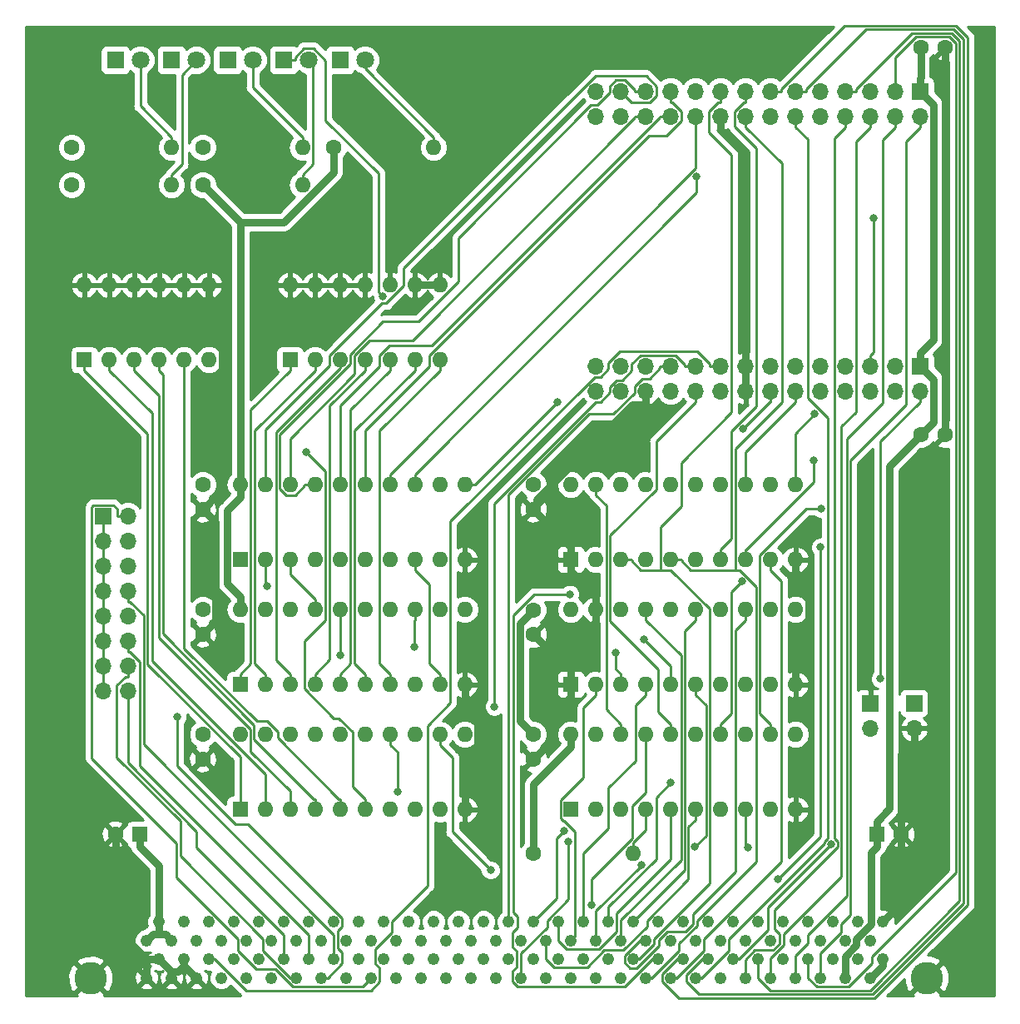
<source format=gbr>
G04 #@! TF.GenerationSoftware,KiCad,Pcbnew,(5.0.2)-1*
G04 #@! TF.CreationDate,2019-01-03T08:37:26-07:00*
G04 #@! TF.ProjectId,Ethernet,45746865-726e-4657-942e-6b696361645f,rev?*
G04 #@! TF.SameCoordinates,Original*
G04 #@! TF.FileFunction,Copper,L2,Bot*
G04 #@! TF.FilePolarity,Positive*
%FSLAX46Y46*%
G04 Gerber Fmt 4.6, Leading zero omitted, Abs format (unit mm)*
G04 Created by KiCad (PCBNEW (5.0.2)-1) date 1/3/2019 8:37:26 AM*
%MOMM*%
%LPD*%
G01*
G04 APERTURE LIST*
G04 #@! TA.AperFunction,ComponentPad*
%ADD10O,1.600000X1.600000*%
G04 #@! TD*
G04 #@! TA.AperFunction,ComponentPad*
%ADD11R,1.600000X1.600000*%
G04 #@! TD*
G04 #@! TA.AperFunction,ComponentPad*
%ADD12C,1.600000*%
G04 #@! TD*
G04 #@! TA.AperFunction,ComponentPad*
%ADD13C,1.800000*%
G04 #@! TD*
G04 #@! TA.AperFunction,ComponentPad*
%ADD14R,1.800000X1.800000*%
G04 #@! TD*
G04 #@! TA.AperFunction,ComponentPad*
%ADD15R,1.700000X1.700000*%
G04 #@! TD*
G04 #@! TA.AperFunction,ComponentPad*
%ADD16O,1.700000X1.700000*%
G04 #@! TD*
G04 #@! TA.AperFunction,ComponentPad*
%ADD17C,3.314700*%
G04 #@! TD*
G04 #@! TA.AperFunction,ComponentPad*
%ADD18C,1.219200*%
G04 #@! TD*
G04 #@! TA.AperFunction,ViaPad*
%ADD19C,0.800000*%
G04 #@! TD*
G04 #@! TA.AperFunction,Conductor*
%ADD20C,0.750000*%
G04 #@! TD*
G04 #@! TA.AperFunction,Conductor*
%ADD21C,0.250000*%
G04 #@! TD*
G04 #@! TA.AperFunction,Conductor*
%ADD22C,0.254000*%
G04 #@! TD*
G04 APERTURE END LIST*
D10*
G04 #@! TO.P,U4,20*
G04 #@! TO.N,+5V*
X42545000Y-67310000D03*
G04 #@! TO.P,U4,10*
G04 #@! TO.N,GND*
X65405000Y-74930000D03*
G04 #@! TO.P,U4,19*
G04 #@! TO.N,/eA3*
X45085000Y-67310000D03*
G04 #@! TO.P,U4,9*
G04 #@! TO.N,Net-(U4-Pad9)*
X62865000Y-74930000D03*
G04 #@! TO.P,U4,18*
G04 #@! TO.N,/eA4*
X47625000Y-67310000D03*
G04 #@! TO.P,U4,8*
G04 #@! TO.N,/A9*
X60325000Y-74930000D03*
G04 #@! TO.P,U4,17*
G04 #@! TO.N,/eA5*
X50165000Y-67310000D03*
G04 #@! TO.P,U4,7*
G04 #@! TO.N,/A8*
X57785000Y-74930000D03*
G04 #@! TO.P,U4,16*
G04 #@! TO.N,/eA6*
X52705000Y-67310000D03*
G04 #@! TO.P,U4,6*
G04 #@! TO.N,/A7*
X55245000Y-74930000D03*
G04 #@! TO.P,U4,15*
G04 #@! TO.N,/eA7*
X55245000Y-67310000D03*
G04 #@! TO.P,U4,5*
G04 #@! TO.N,/A6*
X52705000Y-74930000D03*
G04 #@! TO.P,U4,14*
G04 #@! TO.N,/eA8*
X57785000Y-67310000D03*
G04 #@! TO.P,U4,4*
G04 #@! TO.N,/A5*
X50165000Y-74930000D03*
G04 #@! TO.P,U4,13*
G04 #@! TO.N,/eA9*
X60325000Y-67310000D03*
G04 #@! TO.P,U4,3*
G04 #@! TO.N,/A4*
X47625000Y-74930000D03*
G04 #@! TO.P,U4,12*
G04 #@! TO.N,Net-(J4-Pad1)*
X62865000Y-67310000D03*
G04 #@! TO.P,U4,2*
G04 #@! TO.N,/A3*
X45085000Y-74930000D03*
G04 #@! TO.P,U4,11*
G04 #@! TO.N,/~INT*
X65405000Y-67310000D03*
D11*
G04 #@! TO.P,U4,1*
G04 #@! TO.N,/ASEL*
X42545000Y-74930000D03*
G04 #@! TD*
D10*
G04 #@! TO.P,SW2,12*
G04 #@! TO.N,GND*
X26670000Y-46990000D03*
G04 #@! TO.P,SW2,6*
G04 #@! TO.N,Net-(SW2-Pad6)*
X39370000Y-54610000D03*
G04 #@! TO.P,SW2,11*
G04 #@! TO.N,GND*
X29210000Y-46990000D03*
G04 #@! TO.P,SW2,5*
G04 #@! TO.N,Net-(SW2-Pad5)*
X36830000Y-54610000D03*
G04 #@! TO.P,SW2,10*
G04 #@! TO.N,GND*
X31750000Y-46990000D03*
G04 #@! TO.P,SW2,4*
G04 #@! TO.N,Net-(SW2-Pad4)*
X34290000Y-54610000D03*
G04 #@! TO.P,SW2,9*
G04 #@! TO.N,GND*
X34290000Y-46990000D03*
G04 #@! TO.P,SW2,3*
G04 #@! TO.N,Net-(SW2-Pad3)*
X31750000Y-54610000D03*
G04 #@! TO.P,SW2,8*
G04 #@! TO.N,GND*
X36830000Y-46990000D03*
G04 #@! TO.P,SW2,2*
G04 #@! TO.N,Net-(SW2-Pad2)*
X29210000Y-54610000D03*
G04 #@! TO.P,SW2,7*
G04 #@! TO.N,GND*
X39370000Y-46990000D03*
D11*
G04 #@! TO.P,SW2,1*
G04 #@! TO.N,Net-(SW2-Pad1)*
X26670000Y-54610000D03*
G04 #@! TD*
D10*
G04 #@! TO.P,SW1,14*
G04 #@! TO.N,GND*
X47625000Y-46990000D03*
G04 #@! TO.P,SW1,7*
G04 #@! TO.N,Net-(SW1-Pad7)*
X62865000Y-54610000D03*
G04 #@! TO.P,SW1,13*
G04 #@! TO.N,GND*
X50165000Y-46990000D03*
G04 #@! TO.P,SW1,6*
G04 #@! TO.N,Net-(SW1-Pad6)*
X60325000Y-54610000D03*
G04 #@! TO.P,SW1,12*
G04 #@! TO.N,GND*
X52705000Y-46990000D03*
G04 #@! TO.P,SW1,5*
G04 #@! TO.N,Net-(SW1-Pad5)*
X57785000Y-54610000D03*
G04 #@! TO.P,SW1,11*
G04 #@! TO.N,GND*
X55245000Y-46990000D03*
G04 #@! TO.P,SW1,4*
G04 #@! TO.N,Net-(SW1-Pad4)*
X55245000Y-54610000D03*
G04 #@! TO.P,SW1,10*
G04 #@! TO.N,GND*
X57785000Y-46990000D03*
G04 #@! TO.P,SW1,3*
G04 #@! TO.N,Net-(SW1-Pad3)*
X52705000Y-54610000D03*
G04 #@! TO.P,SW1,9*
G04 #@! TO.N,GND*
X60325000Y-46990000D03*
G04 #@! TO.P,SW1,2*
G04 #@! TO.N,Net-(SW1-Pad2)*
X50165000Y-54610000D03*
G04 #@! TO.P,SW1,8*
G04 #@! TO.N,GND*
X62865000Y-46990000D03*
D11*
G04 #@! TO.P,SW1,1*
G04 #@! TO.N,Net-(SW1-Pad1)*
X47625000Y-54610000D03*
G04 #@! TD*
G04 #@! TO.P,C1,1*
G04 #@! TO.N,+3V3*
X107315000Y-102870000D03*
D12*
G04 #@! TO.P,C1,2*
G04 #@! TO.N,GND*
X109815000Y-102870000D03*
G04 #@! TD*
G04 #@! TO.P,C7,2*
G04 #@! TO.N,GND*
X29845000Y-102870000D03*
D11*
G04 #@! TO.P,C7,1*
G04 #@! TO.N,+5V*
X32345000Y-102870000D03*
G04 #@! TD*
D12*
G04 #@! TO.P,C9,1*
G04 #@! TO.N,+5V*
X72390000Y-80050000D03*
G04 #@! TO.P,C9,2*
G04 #@! TO.N,GND*
X72390000Y-82550000D03*
G04 #@! TD*
G04 #@! TO.P,C3,2*
G04 #@! TO.N,GND*
X114300000Y-22860000D03*
G04 #@! TO.P,C3,1*
G04 #@! TO.N,+3V3*
X111800000Y-22860000D03*
G04 #@! TD*
G04 #@! TO.P,C4,1*
G04 #@! TO.N,+5V*
X38735000Y-92710000D03*
G04 #@! TO.P,C4,2*
G04 #@! TO.N,GND*
X38735000Y-95210000D03*
G04 #@! TD*
G04 #@! TO.P,C5,2*
G04 #@! TO.N,GND*
X38735000Y-69810000D03*
G04 #@! TO.P,C5,1*
G04 #@! TO.N,+5V*
X38735000Y-67310000D03*
G04 #@! TD*
G04 #@! TO.P,C6,1*
G04 #@! TO.N,+5V*
X38735000Y-80010000D03*
G04 #@! TO.P,C6,2*
G04 #@! TO.N,GND*
X38735000Y-82510000D03*
G04 #@! TD*
G04 #@! TO.P,C8,2*
G04 #@! TO.N,GND*
X72390000Y-69810000D03*
G04 #@! TO.P,C8,1*
G04 #@! TO.N,+5V*
X72390000Y-67310000D03*
G04 #@! TD*
G04 #@! TO.P,C10,1*
G04 #@! TO.N,+5V*
X72390000Y-92710000D03*
G04 #@! TO.P,C10,2*
G04 #@! TO.N,GND*
X72390000Y-95210000D03*
G04 #@! TD*
G04 #@! TO.P,C2,2*
G04 #@! TO.N,GND*
X114300000Y-62230000D03*
G04 #@! TO.P,C2,1*
G04 #@! TO.N,+3V3*
X111800000Y-62230000D03*
G04 #@! TD*
D10*
G04 #@! TO.P,U5,20*
G04 #@! TO.N,+5V*
X76200000Y-80010000D03*
G04 #@! TO.P,U5,10*
G04 #@! TO.N,GND*
X99060000Y-87630000D03*
G04 #@! TO.P,U5,19*
X78740000Y-80010000D03*
G04 #@! TO.P,U5,9*
G04 #@! TO.N,Net-(D1-Pad1)*
X96520000Y-87630000D03*
G04 #@! TO.P,U5,18*
G04 #@! TO.N,/A3*
X81280000Y-80010000D03*
G04 #@! TO.P,U5,8*
G04 #@! TO.N,/bA6*
X93980000Y-87630000D03*
G04 #@! TO.P,U5,17*
G04 #@! TO.N,/bA7*
X83820000Y-80010000D03*
G04 #@! TO.P,U5,7*
G04 #@! TO.N,/A9*
X91440000Y-87630000D03*
G04 #@! TO.P,U5,16*
G04 #@! TO.N,/A4*
X86360000Y-80010000D03*
G04 #@! TO.P,U5,6*
G04 #@! TO.N,/bA5*
X88900000Y-87630000D03*
G04 #@! TO.P,U5,15*
G04 #@! TO.N,/bA8*
X88900000Y-80010000D03*
G04 #@! TO.P,U5,5*
G04 #@! TO.N,/A8*
X86360000Y-87630000D03*
G04 #@! TO.P,U5,14*
G04 #@! TO.N,/A5*
X91440000Y-80010000D03*
G04 #@! TO.P,U5,4*
G04 #@! TO.N,/bA4*
X83820000Y-87630000D03*
G04 #@! TO.P,U5,13*
G04 #@! TO.N,/bA9*
X93980000Y-80010000D03*
G04 #@! TO.P,U5,3*
G04 #@! TO.N,/A7*
X81280000Y-87630000D03*
G04 #@! TO.P,U5,12*
G04 #@! TO.N,/A6*
X96520000Y-80010000D03*
G04 #@! TO.P,U5,2*
G04 #@! TO.N,/bA3*
X78740000Y-87630000D03*
G04 #@! TO.P,U5,11*
G04 #@! TO.N,/~RX*
X99060000Y-80010000D03*
D11*
G04 #@! TO.P,U5,1*
G04 #@! TO.N,GND*
X76200000Y-87630000D03*
G04 #@! TD*
G04 #@! TO.P,U3,1*
G04 #@! TO.N,Net-(U1-Pad16)*
X76200000Y-100330000D03*
D10*
G04 #@! TO.P,U3,11*
G04 #@! TO.N,Net-(U3-Pad11)*
X99060000Y-92710000D03*
G04 #@! TO.P,U3,2*
G04 #@! TO.N,/~HI_ADDR*
X78740000Y-100330000D03*
G04 #@! TO.P,U3,12*
G04 #@! TO.N,/A2*
X96520000Y-92710000D03*
G04 #@! TO.P,U3,3*
G04 #@! TO.N,Net-(JP2-Pad2)*
X81280000Y-100330000D03*
G04 #@! TO.P,U3,13*
G04 #@! TO.N,/A1*
X93980000Y-92710000D03*
G04 #@! TO.P,U3,4*
G04 #@! TO.N,/~8BIT*
X83820000Y-100330000D03*
G04 #@! TO.P,U3,14*
G04 #@! TO.N,/A0*
X91440000Y-92710000D03*
G04 #@! TO.P,U3,5*
G04 #@! TO.N,/bA2*
X86360000Y-100330000D03*
G04 #@! TO.P,U3,15*
G04 #@! TO.N,/ASEL*
X88900000Y-92710000D03*
G04 #@! TO.P,U3,6*
G04 #@! TO.N,/bA1*
X88900000Y-100330000D03*
G04 #@! TO.P,U3,16*
G04 #@! TO.N,/~RD*
X86360000Y-92710000D03*
G04 #@! TO.P,U3,7*
G04 #@! TO.N,/bA0*
X91440000Y-100330000D03*
G04 #@! TO.P,U3,17*
G04 #@! TO.N,/~IO16*
X83820000Y-92710000D03*
G04 #@! TO.P,U3,8*
G04 #@! TO.N,/~IOR*
X93980000Y-100330000D03*
G04 #@! TO.P,U3,18*
G04 #@! TO.N,/~STS*
X81280000Y-92710000D03*
G04 #@! TO.P,U3,9*
G04 #@! TO.N,/~AEN*
X96520000Y-100330000D03*
G04 #@! TO.P,U3,19*
G04 #@! TO.N,/~CS*
X78740000Y-92710000D03*
G04 #@! TO.P,U3,10*
G04 #@! TO.N,GND*
X99060000Y-100330000D03*
G04 #@! TO.P,U3,20*
G04 #@! TO.N,+5V*
X76200000Y-92710000D03*
G04 #@! TD*
G04 #@! TO.P,U2,20*
G04 #@! TO.N,+5V*
X42545000Y-92710000D03*
G04 #@! TO.P,U2,10*
G04 #@! TO.N,GND*
X65405000Y-100330000D03*
G04 #@! TO.P,U2,19*
G04 #@! TO.N,Net-(U2-Pad19)*
X45085000Y-92710000D03*
G04 #@! TO.P,U2,9*
G04 #@! TO.N,/A15*
X62865000Y-100330000D03*
G04 #@! TO.P,U2,18*
G04 #@! TO.N,Net-(U2-Pad18)*
X47625000Y-92710000D03*
G04 #@! TO.P,U2,8*
G04 #@! TO.N,Net-(U2-Pad8)*
X60325000Y-100330000D03*
G04 #@! TO.P,U2,17*
G04 #@! TO.N,/A10*
X50165000Y-92710000D03*
G04 #@! TO.P,U2,7*
G04 #@! TO.N,Net-(U2-Pad7)*
X57785000Y-100330000D03*
G04 #@! TO.P,U2,16*
G04 #@! TO.N,/~HI_ADDR*
X52705000Y-92710000D03*
G04 #@! TO.P,U2,6*
G04 #@! TO.N,Net-(SW2-Pad6)*
X55245000Y-100330000D03*
G04 #@! TO.P,U2,15*
G04 #@! TO.N,Net-(U2-Pad15)*
X55245000Y-92710000D03*
G04 #@! TO.P,U2,5*
G04 #@! TO.N,Net-(SW2-Pad5)*
X52705000Y-100330000D03*
G04 #@! TO.P,U2,14*
G04 #@! TO.N,/A11*
X57785000Y-92710000D03*
G04 #@! TO.P,U2,4*
G04 #@! TO.N,Net-(SW2-Pad4)*
X50165000Y-100330000D03*
G04 #@! TO.P,U2,13*
G04 #@! TO.N,/A12*
X60325000Y-92710000D03*
G04 #@! TO.P,U2,3*
G04 #@! TO.N,Net-(SW2-Pad3)*
X47625000Y-100330000D03*
G04 #@! TO.P,U2,12*
G04 #@! TO.N,/A13*
X62865000Y-92710000D03*
G04 #@! TO.P,U2,2*
G04 #@! TO.N,Net-(SW2-Pad2)*
X45085000Y-100330000D03*
G04 #@! TO.P,U2,11*
G04 #@! TO.N,/A14*
X65405000Y-92710000D03*
D11*
G04 #@! TO.P,U2,1*
G04 #@! TO.N,Net-(SW2-Pad1)*
X42545000Y-100330000D03*
G04 #@! TD*
G04 #@! TO.P,U1,1*
G04 #@! TO.N,Net-(SW1-Pad1)*
X42545000Y-87630000D03*
D10*
G04 #@! TO.P,U1,11*
G04 #@! TO.N,/A8*
X65405000Y-80010000D03*
G04 #@! TO.P,U1,2*
G04 #@! TO.N,Net-(SW1-Pad2)*
X45085000Y-87630000D03*
G04 #@! TO.P,U1,12*
G04 #@! TO.N,/A7*
X62865000Y-80010000D03*
G04 #@! TO.P,U1,3*
G04 #@! TO.N,Net-(SW1-Pad3)*
X47625000Y-87630000D03*
G04 #@! TO.P,U1,13*
G04 #@! TO.N,/A6*
X60325000Y-80010000D03*
G04 #@! TO.P,U1,4*
G04 #@! TO.N,Net-(SW1-Pad4)*
X50165000Y-87630000D03*
G04 #@! TO.P,U1,14*
G04 #@! TO.N,/A5*
X57785000Y-80010000D03*
G04 #@! TO.P,U1,5*
G04 #@! TO.N,Net-(SW1-Pad5)*
X52705000Y-87630000D03*
G04 #@! TO.P,U1,15*
G04 #@! TO.N,Net-(U1-Pad15)*
X55245000Y-80010000D03*
G04 #@! TO.P,U1,6*
G04 #@! TO.N,Net-(SW1-Pad6)*
X55245000Y-87630000D03*
G04 #@! TO.P,U1,16*
G04 #@! TO.N,Net-(U1-Pad16)*
X52705000Y-80010000D03*
G04 #@! TO.P,U1,7*
G04 #@! TO.N,Net-(SW1-Pad7)*
X57785000Y-87630000D03*
G04 #@! TO.P,U1,17*
G04 #@! TO.N,/A4*
X50165000Y-80010000D03*
G04 #@! TO.P,U1,8*
G04 #@! TO.N,Net-(U1-Pad8)*
X60325000Y-87630000D03*
G04 #@! TO.P,U1,18*
G04 #@! TO.N,/A3*
X47625000Y-80010000D03*
G04 #@! TO.P,U1,9*
G04 #@! TO.N,/A9*
X62865000Y-87630000D03*
G04 #@! TO.P,U1,19*
G04 #@! TO.N,Net-(U1-Pad19)*
X45085000Y-80010000D03*
G04 #@! TO.P,U1,10*
G04 #@! TO.N,GND*
X65405000Y-87630000D03*
G04 #@! TO.P,U1,20*
G04 #@! TO.N,+5V*
X42545000Y-80010000D03*
G04 #@! TD*
G04 #@! TO.P,U6,20*
G04 #@! TO.N,+5V*
X76200000Y-67310000D03*
G04 #@! TO.P,U6,10*
G04 #@! TO.N,GND*
X99060000Y-74930000D03*
G04 #@! TO.P,U6,19*
G04 #@! TO.N,/~STS*
X78740000Y-67310000D03*
G04 #@! TO.P,U6,9*
G04 #@! TO.N,/D3*
X96520000Y-74930000D03*
G04 #@! TO.P,U6,18*
G04 #@! TO.N,Net-(D2-Pad1)*
X81280000Y-67310000D03*
G04 #@! TO.P,U6,8*
G04 #@! TO.N,/~COL*
X93980000Y-74930000D03*
G04 #@! TO.P,U6,17*
G04 #@! TO.N,/BRDY0*
X83820000Y-67310000D03*
G04 #@! TO.P,U6,7*
G04 #@! TO.N,/D2*
X91440000Y-74930000D03*
G04 #@! TO.P,U6,16*
G04 #@! TO.N,Net-(D3-Pad1)*
X86360000Y-67310000D03*
G04 #@! TO.P,U6,6*
G04 #@! TO.N,/~FDX*
X88900000Y-74930000D03*
G04 #@! TO.P,U6,15*
G04 #@! TO.N,/BRDY1*
X88900000Y-67310000D03*
G04 #@! TO.P,U6,5*
G04 #@! TO.N,/D1*
X86360000Y-74930000D03*
G04 #@! TO.P,U6,14*
G04 #@! TO.N,Net-(D4-Pad1)*
X91440000Y-67310000D03*
G04 #@! TO.P,U6,4*
G04 #@! TO.N,/~SPD*
X83820000Y-74930000D03*
G04 #@! TO.P,U6,13*
G04 #@! TO.N,/BRDY2*
X93980000Y-67310000D03*
G04 #@! TO.P,U6,3*
G04 #@! TO.N,/D0*
X81280000Y-74930000D03*
G04 #@! TO.P,U6,12*
G04 #@! TO.N,Net-(D5-Pad1)*
X96520000Y-67310000D03*
G04 #@! TO.P,U6,2*
G04 #@! TO.N,/~TX*
X78740000Y-74930000D03*
G04 #@! TO.P,U6,11*
G04 #@! TO.N,/BRDY3*
X99060000Y-67310000D03*
D11*
G04 #@! TO.P,U6,1*
G04 #@! TO.N,GND*
X76200000Y-74930000D03*
G04 #@! TD*
D13*
G04 #@! TO.P,D5,2*
G04 #@! TO.N,Net-(D5-Pad2)*
X55245000Y-24130000D03*
D14*
G04 #@! TO.P,D5,1*
G04 #@! TO.N,Net-(D5-Pad1)*
X52705000Y-24130000D03*
G04 #@! TD*
G04 #@! TO.P,D1,1*
G04 #@! TO.N,Net-(D1-Pad1)*
X29845000Y-24130000D03*
D13*
G04 #@! TO.P,D1,2*
G04 #@! TO.N,Net-(D1-Pad2)*
X32385000Y-24130000D03*
G04 #@! TD*
G04 #@! TO.P,D2,2*
G04 #@! TO.N,Net-(D2-Pad2)*
X38100000Y-24130000D03*
D14*
G04 #@! TO.P,D2,1*
G04 #@! TO.N,Net-(D2-Pad1)*
X35560000Y-24130000D03*
G04 #@! TD*
G04 #@! TO.P,D3,1*
G04 #@! TO.N,Net-(D3-Pad1)*
X41275000Y-24130000D03*
D13*
G04 #@! TO.P,D3,2*
G04 #@! TO.N,Net-(D3-Pad2)*
X43815000Y-24130000D03*
G04 #@! TD*
G04 #@! TO.P,D4,2*
G04 #@! TO.N,Net-(D4-Pad2)*
X49530000Y-24130000D03*
D14*
G04 #@! TO.P,D4,1*
G04 #@! TO.N,Net-(D4-Pad1)*
X46990000Y-24130000D03*
G04 #@! TD*
D15*
G04 #@! TO.P,JP1,1*
G04 #@! TO.N,/~8BIT*
X111125000Y-89535000D03*
D16*
G04 #@! TO.P,JP1,2*
G04 #@! TO.N,GND*
X111125000Y-92075000D03*
G04 #@! TD*
G04 #@! TO.P,JP2,2*
G04 #@! TO.N,Net-(JP2-Pad2)*
X106680000Y-92075000D03*
D15*
G04 #@! TO.P,JP2,1*
G04 #@! TO.N,GND*
X106680000Y-89535000D03*
G04 #@! TD*
D16*
G04 #@! TO.P,J4,16*
G04 #@! TO.N,/~IRQ0*
X31115000Y-88265000D03*
G04 #@! TO.P,J4,15*
G04 #@! TO.N,Net-(J4-Pad1)*
X28575000Y-88265000D03*
G04 #@! TO.P,J4,14*
G04 #@! TO.N,/~IRQ1*
X31115000Y-85725000D03*
G04 #@! TO.P,J4,13*
G04 #@! TO.N,Net-(J4-Pad1)*
X28575000Y-85725000D03*
G04 #@! TO.P,J4,12*
G04 #@! TO.N,/~IRQ2*
X31115000Y-83185000D03*
G04 #@! TO.P,J4,11*
G04 #@! TO.N,Net-(J4-Pad1)*
X28575000Y-83185000D03*
G04 #@! TO.P,J4,10*
G04 #@! TO.N,/~IRQ3*
X31115000Y-80645000D03*
G04 #@! TO.P,J4,9*
G04 #@! TO.N,Net-(J4-Pad1)*
X28575000Y-80645000D03*
G04 #@! TO.P,J4,8*
G04 #@! TO.N,/~IRQ4*
X31115000Y-78105000D03*
G04 #@! TO.P,J4,7*
G04 #@! TO.N,Net-(J4-Pad1)*
X28575000Y-78105000D03*
G04 #@! TO.P,J4,6*
G04 #@! TO.N,/~IRQ5*
X31115000Y-75565000D03*
G04 #@! TO.P,J4,5*
G04 #@! TO.N,Net-(J4-Pad1)*
X28575000Y-75565000D03*
G04 #@! TO.P,J4,4*
G04 #@! TO.N,/~IRQ6*
X31115000Y-73025000D03*
G04 #@! TO.P,J4,3*
G04 #@! TO.N,Net-(J4-Pad1)*
X28575000Y-73025000D03*
G04 #@! TO.P,J4,2*
G04 #@! TO.N,/~IRQ7*
X31115000Y-70485000D03*
D15*
G04 #@! TO.P,J4,1*
G04 #@! TO.N,Net-(J4-Pad1)*
X28575000Y-70485000D03*
G04 #@! TD*
G04 #@! TO.P,J2,1*
G04 #@! TO.N,+3V3*
X111760000Y-27305000D03*
D16*
G04 #@! TO.P,J2,2*
G04 #@! TO.N,/D15*
X111760000Y-29845000D03*
G04 #@! TO.P,J2,3*
G04 #@! TO.N,/D14*
X109220000Y-27305000D03*
G04 #@! TO.P,J2,4*
G04 #@! TO.N,/D13*
X109220000Y-29845000D03*
G04 #@! TO.P,J2,5*
G04 #@! TO.N,/D12*
X106680000Y-27305000D03*
G04 #@! TO.P,J2,6*
G04 #@! TO.N,/D11*
X106680000Y-29845000D03*
G04 #@! TO.P,J2,7*
G04 #@! TO.N,/D10*
X104140000Y-27305000D03*
G04 #@! TO.P,J2,8*
G04 #@! TO.N,/D9*
X104140000Y-29845000D03*
G04 #@! TO.P,J2,9*
G04 #@! TO.N,/D8*
X101600000Y-27305000D03*
G04 #@! TO.P,J2,10*
G04 #@! TO.N,/D7*
X101600000Y-29845000D03*
G04 #@! TO.P,J2,11*
G04 #@! TO.N,/D6*
X99060000Y-27305000D03*
G04 #@! TO.P,J2,12*
G04 #@! TO.N,/D5*
X99060000Y-29845000D03*
G04 #@! TO.P,J2,13*
G04 #@! TO.N,/D4*
X96520000Y-27305000D03*
G04 #@! TO.P,J2,14*
G04 #@! TO.N,/D3*
X96520000Y-29845000D03*
G04 #@! TO.P,J2,15*
G04 #@! TO.N,/D2*
X93980000Y-27305000D03*
G04 #@! TO.P,J2,16*
G04 #@! TO.N,/D1*
X93980000Y-29845000D03*
G04 #@! TO.P,J2,17*
G04 #@! TO.N,/D0*
X91440000Y-27305000D03*
G04 #@! TO.P,J2,18*
G04 #@! TO.N,GND*
X91440000Y-29845000D03*
G04 #@! TO.P,J2,19*
G04 #@! TO.N,/eA9*
X88900000Y-27305000D03*
G04 #@! TO.P,J2,20*
G04 #@! TO.N,/eA8*
X88900000Y-29845000D03*
G04 #@! TO.P,J2,21*
G04 #@! TO.N,/eA7*
X86360000Y-27305000D03*
G04 #@! TO.P,J2,22*
G04 #@! TO.N,/eA6*
X86360000Y-29845000D03*
G04 #@! TO.P,J2,23*
G04 #@! TO.N,/eA5*
X83820000Y-27305000D03*
G04 #@! TO.P,J2,24*
G04 #@! TO.N,/eA4*
X83820000Y-29845000D03*
G04 #@! TO.P,J2,25*
G04 #@! TO.N,/eA3*
X81280000Y-27305000D03*
G04 #@! TO.P,J2,26*
G04 #@! TO.N,/A2*
X81280000Y-29845000D03*
G04 #@! TO.P,J2,27*
G04 #@! TO.N,/A1*
X78740000Y-27305000D03*
G04 #@! TO.P,J2,28*
G04 #@! TO.N,/A0*
X78740000Y-29845000D03*
G04 #@! TD*
G04 #@! TO.P,J3,28*
G04 #@! TO.N,Net-(J3-Pad28)*
X78740000Y-57785000D03*
G04 #@! TO.P,J3,27*
G04 #@! TO.N,Net-(J3-Pad27)*
X78740000Y-55245000D03*
G04 #@! TO.P,J3,26*
G04 #@! TO.N,Net-(J3-Pad26)*
X81280000Y-57785000D03*
G04 #@! TO.P,J3,25*
G04 #@! TO.N,Net-(J3-Pad25)*
X81280000Y-55245000D03*
G04 #@! TO.P,J3,24*
G04 #@! TO.N,GND*
X83820000Y-57785000D03*
G04 #@! TO.P,J3,23*
X83820000Y-55245000D03*
G04 #@! TO.P,J3,22*
G04 #@! TO.N,Net-(J3-Pad22)*
X86360000Y-57785000D03*
G04 #@! TO.P,J3,21*
G04 #@! TO.N,/~IOW*
X86360000Y-55245000D03*
G04 #@! TO.P,J3,20*
G04 #@! TO.N,/~RD*
X88900000Y-57785000D03*
G04 #@! TO.P,J3,19*
G04 #@! TO.N,/~CS*
X88900000Y-55245000D03*
G04 #@! TO.P,J3,18*
G04 #@! TO.N,/~INT*
X91440000Y-57785000D03*
G04 #@! TO.P,J3,17*
G04 #@! TO.N,/~RESET*
X91440000Y-55245000D03*
G04 #@! TO.P,J3,16*
G04 #@! TO.N,GND*
X93980000Y-57785000D03*
G04 #@! TO.P,J3,15*
X93980000Y-55245000D03*
G04 #@! TO.P,J3,14*
G04 #@! TO.N,/BRDY0*
X96520000Y-57785000D03*
G04 #@! TO.P,J3,13*
G04 #@! TO.N,/BRDY1*
X96520000Y-55245000D03*
G04 #@! TO.P,J3,12*
G04 #@! TO.N,/BRDY2*
X99060000Y-57785000D03*
G04 #@! TO.P,J3,11*
G04 #@! TO.N,/BRDY3*
X99060000Y-55245000D03*
G04 #@! TO.P,J3,10*
G04 #@! TO.N,GND*
X101600000Y-57785000D03*
G04 #@! TO.P,J3,9*
G04 #@! TO.N,/~ACT*
X101600000Y-55245000D03*
G04 #@! TO.P,J3,8*
G04 #@! TO.N,/~SPD*
X104140000Y-57785000D03*
G04 #@! TO.P,J3,7*
G04 #@! TO.N,/~FDX*
X104140000Y-55245000D03*
G04 #@! TO.P,J3,6*
G04 #@! TO.N,/~COL*
X106680000Y-57785000D03*
G04 #@! TO.P,J3,5*
G04 #@! TO.N,/~RX*
X106680000Y-55245000D03*
G04 #@! TO.P,J3,4*
G04 #@! TO.N,/~TX*
X109220000Y-57785000D03*
G04 #@! TO.P,J3,3*
G04 #@! TO.N,/~LINK*
X109220000Y-55245000D03*
G04 #@! TO.P,J3,2*
G04 #@! TO.N,/~8BIT*
X111760000Y-57785000D03*
D15*
G04 #@! TO.P,J3,1*
G04 #@! TO.N,+3V3*
X111760000Y-55245000D03*
G04 #@! TD*
D12*
G04 #@! TO.P,R4,1*
G04 #@! TO.N,+5V*
X38735000Y-33020000D03*
D10*
G04 #@! TO.P,R4,2*
G04 #@! TO.N,Net-(D3-Pad2)*
X48895000Y-33020000D03*
G04 #@! TD*
G04 #@! TO.P,R5,2*
G04 #@! TO.N,Net-(D4-Pad2)*
X48895000Y-36830000D03*
D12*
G04 #@! TO.P,R5,1*
G04 #@! TO.N,+5V*
X38735000Y-36830000D03*
G04 #@! TD*
G04 #@! TO.P,R6,1*
G04 #@! TO.N,+5V*
X52070000Y-33020000D03*
D10*
G04 #@! TO.P,R6,2*
G04 #@! TO.N,Net-(D5-Pad2)*
X62230000Y-33020000D03*
G04 #@! TD*
G04 #@! TO.P,R1,2*
G04 #@! TO.N,/~8BIT*
X82550000Y-104775000D03*
D12*
G04 #@! TO.P,R1,1*
G04 #@! TO.N,+5V*
X72390000Y-104775000D03*
G04 #@! TD*
G04 #@! TO.P,R2,1*
G04 #@! TO.N,+5V*
X25400000Y-33020000D03*
D10*
G04 #@! TO.P,R2,2*
G04 #@! TO.N,Net-(D1-Pad2)*
X35560000Y-33020000D03*
G04 #@! TD*
G04 #@! TO.P,R3,2*
G04 #@! TO.N,Net-(D2-Pad2)*
X35560000Y-36830000D03*
D12*
G04 #@! TO.P,R3,1*
G04 #@! TO.N,+5V*
X25400000Y-36830000D03*
G04 #@! TD*
D17*
G04 #@! TO.P,J1,122*
G04 #@! TO.N,GND*
X27305000Y-117475000D03*
G04 #@! TO.P,J1,121*
X112395000Y-117475000D03*
D18*
G04 #@! TO.P,J1,120*
X33020000Y-117475000D03*
G04 #@! TO.P,J1,119*
X34290000Y-115570000D03*
G04 #@! TO.P,J1,118*
X35560000Y-117475000D03*
G04 #@! TO.P,J1,117*
X36830000Y-115570000D03*
G04 #@! TO.P,J1,116*
X38100000Y-117475000D03*
G04 #@! TO.P,J1,115*
G04 #@! TO.N,/~RESET*
X39370000Y-115570000D03*
G04 #@! TO.P,J1,114*
G04 #@! TO.N,Net-(J1-Pad114)*
X40640000Y-117475000D03*
G04 #@! TO.P,J1,113*
G04 #@! TO.N,Net-(J1-Pad113)*
X41910000Y-115570000D03*
G04 #@! TO.P,J1,112*
G04 #@! TO.N,Net-(J1-Pad112)*
X43180000Y-117475000D03*
G04 #@! TO.P,J1,111*
G04 #@! TO.N,Net-(J1-Pad111)*
X44450000Y-115570000D03*
G04 #@! TO.P,J1,110*
G04 #@! TO.N,Net-(J1-Pad110)*
X45720000Y-117475000D03*
G04 #@! TO.P,J1,109*
G04 #@! TO.N,/~IRQ0*
X46990000Y-115570000D03*
G04 #@! TO.P,J1,108*
G04 #@! TO.N,/~IRQ1*
X48260000Y-117475000D03*
G04 #@! TO.P,J1,107*
G04 #@! TO.N,/~IRQ2*
X49530000Y-115570000D03*
G04 #@! TO.P,J1,106*
G04 #@! TO.N,/~IRQ3*
X50800000Y-117475000D03*
G04 #@! TO.P,J1,105*
G04 #@! TO.N,/~IRQ4*
X52070000Y-115570000D03*
G04 #@! TO.P,J1,104*
G04 #@! TO.N,/~IRQ5*
X53340000Y-117475000D03*
G04 #@! TO.P,J1,103*
G04 #@! TO.N,/~IRQ6*
X54610000Y-115570000D03*
G04 #@! TO.P,J1,102*
G04 #@! TO.N,/~IRQ7*
X55880000Y-117475000D03*
G04 #@! TO.P,J1,101*
G04 #@! TO.N,Net-(J1-Pad101)*
X57150000Y-115570000D03*
G04 #@! TO.P,J1,100*
G04 #@! TO.N,Net-(J1-Pad100)*
X58420000Y-117475000D03*
G04 #@! TO.P,J1,99*
G04 #@! TO.N,Net-(J1-Pad99)*
X59690000Y-115570000D03*
G04 #@! TO.P,J1,98*
G04 #@! TO.N,Net-(J1-Pad98)*
X60960000Y-117475000D03*
G04 #@! TO.P,J1,97*
G04 #@! TO.N,Net-(J1-Pad97)*
X62230000Y-115570000D03*
G04 #@! TO.P,J1,96*
G04 #@! TO.N,Net-(J1-Pad96)*
X63500000Y-117475000D03*
G04 #@! TO.P,J1,95*
G04 #@! TO.N,Net-(J1-Pad95)*
X64770000Y-115570000D03*
G04 #@! TO.P,J1,94*
G04 #@! TO.N,Net-(J1-Pad94)*
X66040000Y-117475000D03*
G04 #@! TO.P,J1,93*
G04 #@! TO.N,Net-(J1-Pad93)*
X67310000Y-115570000D03*
G04 #@! TO.P,J1,92*
G04 #@! TO.N,Net-(J1-Pad92)*
X68580000Y-117475000D03*
G04 #@! TO.P,J1,91*
G04 #@! TO.N,Net-(J1-Pad91)*
X69850000Y-115570000D03*
G04 #@! TO.P,J1,90*
G04 #@! TO.N,/~AEN*
X71120000Y-117475000D03*
G04 #@! TO.P,J1,89*
G04 #@! TO.N,Net-(J1-Pad89)*
X72390000Y-115570000D03*
G04 #@! TO.P,J1,88*
G04 #@! TO.N,Net-(J1-Pad88)*
X73660000Y-117475000D03*
G04 #@! TO.P,J1,87*
G04 #@! TO.N,Net-(J1-Pad87)*
X74930000Y-115570000D03*
G04 #@! TO.P,J1,86*
G04 #@! TO.N,Net-(J1-Pad86)*
X76200000Y-117475000D03*
G04 #@! TO.P,J1,85*
G04 #@! TO.N,Net-(J1-Pad85)*
X77470000Y-115570000D03*
G04 #@! TO.P,J1,84*
G04 #@! TO.N,Net-(J1-Pad84)*
X78740000Y-117475000D03*
G04 #@! TO.P,J1,83*
G04 #@! TO.N,Net-(J1-Pad83)*
X80010000Y-115570000D03*
G04 #@! TO.P,J1,82*
G04 #@! TO.N,Net-(J1-Pad82)*
X81280000Y-117475000D03*
G04 #@! TO.P,J1,81*
G04 #@! TO.N,/D0*
X82550000Y-115570000D03*
G04 #@! TO.P,J1,80*
G04 #@! TO.N,/D1*
X83820000Y-117475000D03*
G04 #@! TO.P,J1,79*
G04 #@! TO.N,/D2*
X85090000Y-115570000D03*
G04 #@! TO.P,J1,78*
G04 #@! TO.N,/D3*
X86360000Y-117475000D03*
G04 #@! TO.P,J1,77*
G04 #@! TO.N,/D4*
X87630000Y-115570000D03*
G04 #@! TO.P,J1,76*
G04 #@! TO.N,/D5*
X88900000Y-117475000D03*
G04 #@! TO.P,J1,75*
G04 #@! TO.N,/D6*
X90170000Y-115570000D03*
G04 #@! TO.P,J1,74*
G04 #@! TO.N,/D7*
X91440000Y-117475000D03*
G04 #@! TO.P,J1,73*
G04 #@! TO.N,/D8*
X92710000Y-115570000D03*
G04 #@! TO.P,J1,72*
G04 #@! TO.N,/D9*
X93980000Y-117475000D03*
G04 #@! TO.P,J1,71*
G04 #@! TO.N,/D10*
X95250000Y-115570000D03*
G04 #@! TO.P,J1,70*
G04 #@! TO.N,/D11*
X96520000Y-117475000D03*
G04 #@! TO.P,J1,69*
G04 #@! TO.N,/D12*
X97790000Y-115570000D03*
G04 #@! TO.P,J1,68*
G04 #@! TO.N,/D13*
X99060000Y-117475000D03*
G04 #@! TO.P,J1,67*
G04 #@! TO.N,/D14*
X100330000Y-115570000D03*
G04 #@! TO.P,J1,66*
G04 #@! TO.N,/D15*
X101600000Y-117475000D03*
G04 #@! TO.P,J1,65*
G04 #@! TO.N,/+12V*
X102870000Y-115570000D03*
G04 #@! TO.P,J1,64*
G04 #@! TO.N,+3V3*
X104140000Y-117475000D03*
G04 #@! TO.P,J1,63*
G04 #@! TO.N,/+5VSB*
X105410000Y-115570000D03*
G04 #@! TO.P,J1,62*
G04 #@! TO.N,+5V*
X106680000Y-117475000D03*
G04 #@! TO.P,J1,61*
X107950000Y-115570000D03*
G04 #@! TO.P,J1,60*
X33020000Y-113665000D03*
G04 #@! TO.P,J1,59*
X34290000Y-111760000D03*
G04 #@! TO.P,J1,58*
X35560000Y-113665000D03*
G04 #@! TO.P,J1,57*
G04 #@! TO.N,+3V3*
X36830000Y-111760000D03*
G04 #@! TO.P,J1,56*
G04 #@! TO.N,/-12V*
X38100000Y-113665000D03*
G04 #@! TO.P,J1,55*
G04 #@! TO.N,Net-(J1-Pad55)*
X39370000Y-111760000D03*
G04 #@! TO.P,J1,54*
G04 #@! TO.N,Net-(J1-Pad54)*
X40640000Y-113665000D03*
G04 #@! TO.P,J1,53*
G04 #@! TO.N,Net-(J1-Pad53)*
X41910000Y-111760000D03*
G04 #@! TO.P,J1,52*
G04 #@! TO.N,Net-(J1-Pad52)*
X43180000Y-113665000D03*
G04 #@! TO.P,J1,51*
G04 #@! TO.N,Net-(J1-Pad51)*
X44450000Y-111760000D03*
G04 #@! TO.P,J1,50*
G04 #@! TO.N,Net-(J1-Pad50)*
X45720000Y-113665000D03*
G04 #@! TO.P,J1,49*
G04 #@! TO.N,Net-(J1-Pad49)*
X46990000Y-111760000D03*
G04 #@! TO.P,J1,48*
G04 #@! TO.N,Net-(J1-Pad48)*
X48260000Y-113665000D03*
G04 #@! TO.P,J1,47*
G04 #@! TO.N,Net-(J1-Pad47)*
X49530000Y-111760000D03*
G04 #@! TO.P,J1,46*
G04 #@! TO.N,Net-(J1-Pad46)*
X50800000Y-113665000D03*
G04 #@! TO.P,J1,45*
G04 #@! TO.N,Net-(J1-Pad45)*
X52070000Y-111760000D03*
G04 #@! TO.P,J1,44*
G04 #@! TO.N,Net-(J1-Pad44)*
X53340000Y-113665000D03*
G04 #@! TO.P,J1,43*
G04 #@! TO.N,Net-(J1-Pad43)*
X54610000Y-111760000D03*
G04 #@! TO.P,J1,42*
G04 #@! TO.N,Net-(J1-Pad42)*
X55880000Y-113665000D03*
G04 #@! TO.P,J1,41*
G04 #@! TO.N,Net-(J1-Pad41)*
X57150000Y-111760000D03*
G04 #@! TO.P,J1,40*
G04 #@! TO.N,Net-(J1-Pad40)*
X58420000Y-113665000D03*
G04 #@! TO.P,J1,39*
G04 #@! TO.N,Net-(J1-Pad39)*
X59690000Y-111760000D03*
G04 #@! TO.P,J1,38*
G04 #@! TO.N,Net-(J1-Pad38)*
X60960000Y-113665000D03*
G04 #@! TO.P,J1,37*
G04 #@! TO.N,Net-(J1-Pad37)*
X62230000Y-111760000D03*
G04 #@! TO.P,J1,36*
G04 #@! TO.N,Net-(J1-Pad36)*
X63500000Y-113665000D03*
G04 #@! TO.P,J1,35*
G04 #@! TO.N,/~IO16*
X64770000Y-111760000D03*
G04 #@! TO.P,J1,34*
G04 #@! TO.N,Net-(J1-Pad34)*
X66040000Y-113665000D03*
G04 #@! TO.P,J1,33*
G04 #@! TO.N,Net-(J1-Pad33)*
X67310000Y-111760000D03*
G04 #@! TO.P,J1,32*
G04 #@! TO.N,Net-(J1-Pad32)*
X68580000Y-113665000D03*
G04 #@! TO.P,J1,31*
G04 #@! TO.N,/~IOW*
X69850000Y-111760000D03*
G04 #@! TO.P,J1,30*
G04 #@! TO.N,/~IOR*
X71120000Y-113665000D03*
G04 #@! TO.P,J1,29*
G04 #@! TO.N,/bA0*
X72390000Y-111760000D03*
G04 #@! TO.P,J1,28*
G04 #@! TO.N,/bA1*
X73660000Y-113665000D03*
G04 #@! TO.P,J1,27*
G04 #@! TO.N,/bA2*
X74930000Y-111760000D03*
G04 #@! TO.P,J1,26*
G04 #@! TO.N,/bA3*
X76200000Y-113665000D03*
G04 #@! TO.P,J1,25*
G04 #@! TO.N,/bA4*
X77470000Y-111760000D03*
G04 #@! TO.P,J1,24*
G04 #@! TO.N,/bA5*
X78740000Y-113665000D03*
G04 #@! TO.P,J1,23*
G04 #@! TO.N,/bA6*
X80010000Y-111760000D03*
G04 #@! TO.P,J1,22*
G04 #@! TO.N,/bA7*
X81280000Y-113665000D03*
G04 #@! TO.P,J1,21*
G04 #@! TO.N,/bA8*
X82550000Y-111760000D03*
G04 #@! TO.P,J1,20*
G04 #@! TO.N,/bA9*
X83820000Y-113665000D03*
G04 #@! TO.P,J1,19*
G04 #@! TO.N,/A10*
X85090000Y-111760000D03*
G04 #@! TO.P,J1,18*
G04 #@! TO.N,/A11*
X86360000Y-113665000D03*
G04 #@! TO.P,J1,17*
G04 #@! TO.N,/A12*
X87630000Y-111760000D03*
G04 #@! TO.P,J1,16*
G04 #@! TO.N,/A13*
X88900000Y-113665000D03*
G04 #@! TO.P,J1,15*
G04 #@! TO.N,/A14*
X90170000Y-111760000D03*
G04 #@! TO.P,J1,14*
G04 #@! TO.N,/A15*
X91440000Y-113665000D03*
G04 #@! TO.P,J1,13*
G04 #@! TO.N,Net-(J1-Pad13)*
X92710000Y-111760000D03*
G04 #@! TO.P,J1,12*
G04 #@! TO.N,Net-(J1-Pad12)*
X93980000Y-113665000D03*
G04 #@! TO.P,J1,11*
G04 #@! TO.N,Net-(J1-Pad11)*
X95250000Y-111760000D03*
G04 #@! TO.P,J1,10*
G04 #@! TO.N,Net-(J1-Pad10)*
X96520000Y-113665000D03*
G04 #@! TO.P,J1,9*
G04 #@! TO.N,Net-(J1-Pad9)*
X97790000Y-111760000D03*
G04 #@! TO.P,J1,8*
G04 #@! TO.N,Net-(J1-Pad8)*
X99060000Y-113665000D03*
G04 #@! TO.P,J1,7*
G04 #@! TO.N,Net-(J1-Pad7)*
X100330000Y-111760000D03*
G04 #@! TO.P,J1,6*
G04 #@! TO.N,Net-(J1-Pad6)*
X101600000Y-113665000D03*
G04 #@! TO.P,J1,5*
G04 #@! TO.N,GND*
X102870000Y-111760000D03*
G04 #@! TO.P,J1,4*
X104140000Y-113665000D03*
G04 #@! TO.P,J1,3*
X105410000Y-111760000D03*
G04 #@! TO.P,J1,2*
X106680000Y-113665000D03*
G04 #@! TO.P,J1,1*
X107950000Y-111760000D03*
G04 #@! TD*
D19*
G04 #@! TO.N,GND*
X118745000Y-21590000D03*
X118745000Y-22860000D03*
X21590000Y-21590000D03*
X21590000Y-22860000D03*
X22860000Y-22860000D03*
X22860000Y-21590000D03*
X118745000Y-21590000D03*
X118745000Y-21590000D03*
X118745000Y-21590000D03*
X118745000Y-21590000D03*
X114300000Y-66675000D03*
X110490000Y-70485000D03*
X106045000Y-74295000D03*
X99060000Y-82550000D03*
G04 #@! TO.N,/A13*
X68035200Y-106512100D03*
G04 #@! TO.N,/A11*
X58541500Y-98521600D03*
G04 #@! TO.N,/bA6*
X86353300Y-97646700D03*
G04 #@! TO.N,/bA5*
X83361000Y-105959900D03*
X88844100Y-104157200D03*
G04 #@! TO.N,/bA0*
X75546200Y-102484200D03*
G04 #@! TO.N,/~IOR*
X94233400Y-104254800D03*
G04 #@! TO.N,/~IO16*
X78333900Y-110097800D03*
G04 #@! TO.N,/D8*
X102685700Y-103888400D03*
G04 #@! TO.N,/D7*
X101594900Y-73677000D03*
X97254300Y-107418300D03*
G04 #@! TO.N,/D2*
X76089000Y-78458500D03*
G04 #@! TO.N,/~AEN*
X75915300Y-103642100D03*
G04 #@! TO.N,/~IRQ3*
X36123900Y-90964900D03*
G04 #@! TO.N,/~8BIT*
X107718700Y-87049900D03*
G04 #@! TO.N,/~CS*
X68405500Y-89866300D03*
G04 #@! TO.N,/~INT*
X74852800Y-58903700D03*
G04 #@! TO.N,/BRDY0*
X93701800Y-61648600D03*
G04 #@! TO.N,/BRDY3*
X101027000Y-60135800D03*
G04 #@! TO.N,/~COL*
X100951900Y-64815600D03*
G04 #@! TO.N,/~RX*
X107008100Y-40241700D03*
G04 #@! TO.N,/A8*
X83650200Y-83087700D03*
G04 #@! TO.N,/A7*
X80739900Y-84394400D03*
G04 #@! TO.N,/A6*
X60262700Y-83838600D03*
G04 #@! TO.N,/A3*
X45255400Y-77630700D03*
G04 #@! TO.N,/A2*
X101655700Y-69751300D03*
G04 #@! TO.N,/A0*
X93596000Y-77160500D03*
G04 #@! TO.N,Net-(D4-Pad1)*
X57064600Y-48180500D03*
G04 #@! TO.N,/eA9*
X88999100Y-35987900D03*
G04 #@! TO.N,Net-(U1-Pad16)*
X52707700Y-84679900D03*
G04 #@! TO.N,Net-(SW2-Pad6)*
X49287600Y-64004900D03*
G04 #@! TD*
D20*
G04 #@! TO.N,GND*
X65405000Y-100330000D02*
X65405000Y-99027700D01*
X65405000Y-87630000D02*
X65405000Y-88932300D01*
X65405000Y-88932300D02*
X66711000Y-90238300D01*
X66711000Y-90238300D02*
X66711000Y-97721700D01*
X66711000Y-97721700D02*
X65405000Y-99027700D01*
X99060000Y-87630000D02*
X99060000Y-86327700D01*
X78740000Y-78707700D02*
X76264600Y-76232300D01*
X76264600Y-76232300D02*
X76200000Y-76232300D01*
X99060000Y-74930000D02*
X99060000Y-76232300D01*
X99060000Y-86327700D02*
X100377200Y-85010500D01*
X100377200Y-85010500D02*
X100377200Y-77549500D01*
X100377200Y-77549500D02*
X99060000Y-76232300D01*
X35560000Y-116840000D02*
X36195000Y-116840000D01*
X36195000Y-116840000D02*
X36830000Y-116205000D01*
X34290000Y-115570000D02*
X35560000Y-116840000D01*
X35560000Y-116840000D02*
X35560000Y-117475000D01*
X36830000Y-116205000D02*
X36830000Y-115570000D01*
X38100000Y-117475000D02*
X36830000Y-116205000D01*
X33020000Y-115570000D02*
X34290000Y-115570000D01*
X33020000Y-115570000D02*
X33020000Y-117475000D01*
X29845000Y-102870000D02*
X29845000Y-112395000D01*
X29845000Y-112395000D02*
X33020000Y-115570000D01*
X114300000Y-62230000D02*
X114300000Y-22860000D01*
X39370000Y-48292300D02*
X40694200Y-49616500D01*
X40694200Y-49616500D02*
X40694200Y-67850800D01*
X40694200Y-67850800D02*
X38735000Y-69810000D01*
X39370000Y-46990000D02*
X39370000Y-48292300D01*
X38735000Y-69810000D02*
X40040000Y-71115000D01*
X40040000Y-71115000D02*
X40040000Y-81205000D01*
X40040000Y-81205000D02*
X38735000Y-82510000D01*
X76200000Y-83852300D02*
X76200000Y-86978800D01*
X78740000Y-81312300D02*
X76200000Y-83852300D01*
X72390000Y-82550000D02*
X73692300Y-83852300D01*
X73692300Y-83852300D02*
X76200000Y-83852300D01*
X78740000Y-80010000D02*
X78740000Y-81312300D01*
X93980000Y-53892700D02*
X93980000Y-33737300D01*
X93980000Y-33737300D02*
X91440000Y-31197300D01*
X93980000Y-55245000D02*
X93980000Y-53892700D01*
X76200000Y-87630000D02*
X76200000Y-86978800D01*
X78740000Y-80010000D02*
X78740000Y-78707700D01*
X76200000Y-74930000D02*
X76200000Y-76232300D01*
X76200000Y-74278800D02*
X76200000Y-74930000D01*
X76200000Y-74278800D02*
X76200000Y-73627700D01*
X83820000Y-57785000D02*
X83820000Y-59137300D01*
X72743700Y-69810000D02*
X72743700Y-70171400D01*
X72743700Y-70171400D02*
X76200000Y-73627700D01*
X83820000Y-59137300D02*
X82467700Y-59137300D01*
X82467700Y-59137300D02*
X72743700Y-68861300D01*
X72743700Y-68861300D02*
X72743700Y-69810000D01*
X72390000Y-69810000D02*
X72743700Y-69810000D01*
X62865000Y-46990000D02*
X60325000Y-46990000D01*
X109815000Y-102870000D02*
X109815000Y-94737300D01*
X109815000Y-94737300D02*
X111125000Y-93427300D01*
X107950000Y-111760000D02*
X109815000Y-109895000D01*
X109815000Y-109895000D02*
X109815000Y-102870000D01*
X111125000Y-92075000D02*
X111125000Y-93427300D01*
X76200000Y-87630000D02*
X76200000Y-88932300D01*
X72390000Y-95210000D02*
X74066100Y-93533900D01*
X74066100Y-93533900D02*
X74066100Y-91066200D01*
X74066100Y-91066200D02*
X76200000Y-88932300D01*
X91440000Y-29845000D02*
X91440000Y-31197300D01*
X93980000Y-55245000D02*
X93980000Y-57785000D01*
D21*
G04 #@! TO.N,/A13*
X62865000Y-92710000D02*
X62865000Y-93762300D01*
X68035200Y-106512100D02*
X64135000Y-102611900D01*
X64135000Y-102611900D02*
X64135000Y-95032300D01*
X64135000Y-95032300D02*
X62865000Y-93762300D01*
G04 #@! TO.N,/A11*
X58541500Y-98521600D02*
X58541500Y-94518800D01*
X58541500Y-94518800D02*
X57785000Y-93762300D01*
X57785000Y-92710000D02*
X57785000Y-93762300D01*
G04 #@! TO.N,/bA9*
X93980000Y-80010000D02*
X93980000Y-81062300D01*
X83820000Y-113665000D02*
X83222000Y-113665000D01*
X83222000Y-113665000D02*
X81671800Y-115215200D01*
X81671800Y-115215200D02*
X81671800Y-115912200D01*
X81671800Y-115912200D02*
X82241300Y-116481700D01*
X82241300Y-116481700D02*
X82857700Y-116481700D01*
X82857700Y-116481700D02*
X85145200Y-114194200D01*
X85145200Y-114194200D02*
X85145200Y-113639100D01*
X85145200Y-113639100D02*
X86018400Y-112765900D01*
X86018400Y-112765900D02*
X87871500Y-112765900D01*
X87871500Y-112765900D02*
X88608500Y-112028900D01*
X88608500Y-112028900D02*
X88608500Y-110996600D01*
X88608500Y-110996600D02*
X92927700Y-106677400D01*
X92927700Y-106677400D02*
X92927700Y-82114600D01*
X92927700Y-82114600D02*
X93980000Y-81062300D01*
G04 #@! TO.N,/bA8*
X88900000Y-80010000D02*
X88900000Y-81062300D01*
X82550000Y-111760000D02*
X87792600Y-106517400D01*
X87792600Y-106517400D02*
X87792600Y-82169700D01*
X87792600Y-82169700D02*
X88900000Y-81062300D01*
G04 #@! TO.N,/bA7*
X83820000Y-81062300D02*
X87415200Y-84657500D01*
X87415200Y-84657500D02*
X87415200Y-105470100D01*
X87415200Y-105470100D02*
X81280000Y-111605300D01*
X81280000Y-111605300D02*
X81280000Y-113665000D01*
X83820000Y-80010000D02*
X83820000Y-81062300D01*
G04 #@! TO.N,/bA6*
X80010000Y-111760000D02*
X80010000Y-110233400D01*
X80010000Y-110233400D02*
X84872400Y-105371000D01*
X84872400Y-105371000D02*
X84872400Y-99127600D01*
X84872400Y-99127600D02*
X86353300Y-97646700D01*
G04 #@! TO.N,/bA5*
X88900000Y-87630000D02*
X88900000Y-88682300D01*
X88900000Y-88682300D02*
X89956900Y-89739200D01*
X89956900Y-89739200D02*
X89956900Y-103044400D01*
X89956900Y-103044400D02*
X88844100Y-104157200D01*
X78740000Y-113665000D02*
X78740000Y-110687000D01*
X78740000Y-110687000D02*
X83361000Y-106066000D01*
X83361000Y-106066000D02*
X83361000Y-105959900D01*
G04 #@! TO.N,/bA4*
X83820000Y-88682300D02*
X82767700Y-89734600D01*
X82767700Y-89734600D02*
X82767700Y-95371900D01*
X82767700Y-95371900D02*
X80010000Y-98129600D01*
X80010000Y-98129600D02*
X80010000Y-102260000D01*
X80010000Y-102260000D02*
X77470000Y-104800000D01*
X77470000Y-104800000D02*
X77470000Y-111760000D01*
X83820000Y-87630000D02*
X83820000Y-88682300D01*
G04 #@! TO.N,/bA3*
X76200000Y-113665000D02*
X76575000Y-113290000D01*
X76575000Y-113290000D02*
X76575000Y-102590500D01*
X76575000Y-102590500D02*
X75485100Y-101500600D01*
X75485100Y-101500600D02*
X75400600Y-101500600D01*
X75400600Y-101500600D02*
X75147600Y-101247600D01*
X75147600Y-101247600D02*
X75147600Y-99414900D01*
X75147600Y-99414900D02*
X77470000Y-97092500D01*
X77470000Y-97092500D02*
X77470000Y-89952300D01*
X77470000Y-89952300D02*
X78740000Y-88682300D01*
X78740000Y-87630000D02*
X78740000Y-88682300D01*
G04 #@! TO.N,/bA2*
X74930000Y-111760000D02*
X74930000Y-113663400D01*
X74930000Y-113663400D02*
X75793500Y-114526900D01*
X75793500Y-114526900D02*
X79107000Y-114526900D01*
X79107000Y-114526900D02*
X80872000Y-112761900D01*
X80872000Y-112761900D02*
X80872000Y-110881100D01*
X80872000Y-110881100D02*
X86360000Y-105393100D01*
X86360000Y-105393100D02*
X86360000Y-100330000D01*
G04 #@! TO.N,/bA1*
X88900000Y-100330000D02*
X88900000Y-101382300D01*
X73660000Y-113665000D02*
X73660000Y-115575300D01*
X73660000Y-115575300D02*
X74516700Y-116432000D01*
X74516700Y-116432000D02*
X77857900Y-116432000D01*
X77857900Y-116432000D02*
X79619000Y-114670900D01*
X79619000Y-114670900D02*
X81503000Y-114670900D01*
X81503000Y-114670900D02*
X83945700Y-112228200D01*
X83945700Y-112228200D02*
X83945700Y-111646300D01*
X83945700Y-111646300D02*
X88170000Y-107422000D01*
X88170000Y-107422000D02*
X88170000Y-102112300D01*
X88170000Y-102112300D02*
X88900000Y-101382300D01*
G04 #@! TO.N,/bA0*
X72390000Y-111760000D02*
X74770200Y-109379800D01*
X74770200Y-109379800D02*
X74770200Y-103260200D01*
X74770200Y-103260200D02*
X75546200Y-102484200D01*
G04 #@! TO.N,/~IOR*
X94233400Y-104254800D02*
X93980000Y-104001400D01*
X93980000Y-104001400D02*
X93980000Y-100330000D01*
G04 #@! TO.N,/~IOW*
X86360000Y-55245000D02*
X85257700Y-55245000D01*
X69850000Y-111760000D02*
X69850000Y-68334200D01*
X69850000Y-68334200D02*
X78056100Y-60128100D01*
X78056100Y-60128100D02*
X80542700Y-60128100D01*
X80542700Y-60128100D02*
X82717600Y-57953200D01*
X82717600Y-57953200D02*
X82717600Y-57297800D01*
X82717600Y-57297800D02*
X83500400Y-56515000D01*
X83500400Y-56515000D02*
X84216100Y-56515000D01*
X84216100Y-56515000D02*
X85257700Y-55473400D01*
X85257700Y-55473400D02*
X85257700Y-55245000D01*
G04 #@! TO.N,/~IO16*
X78333900Y-110097800D02*
X78333900Y-107405100D01*
X78333900Y-107405100D02*
X82416500Y-103322500D01*
X82416500Y-103322500D02*
X82416500Y-100006200D01*
X82416500Y-100006200D02*
X83820000Y-98602700D01*
X83820000Y-98602700D02*
X83820000Y-92710000D01*
D20*
G04 #@! TO.N,+3V3*
X111800000Y-62230000D02*
X113112400Y-60917600D01*
X113112400Y-60917600D02*
X113112400Y-56597400D01*
X113112400Y-56597400D02*
X111760000Y-55245000D01*
X107315000Y-101567700D02*
X108621000Y-100261700D01*
X108621000Y-100261700D02*
X108621000Y-71755000D01*
X108621000Y-65409000D02*
X111800000Y-62230000D01*
X107315000Y-102870000D02*
X107315000Y-104172300D01*
X104140000Y-117475000D02*
X104140000Y-115267400D01*
X104140000Y-115267400D02*
X105252000Y-114155400D01*
X105252000Y-114155400D02*
X105252000Y-113505600D01*
X105252000Y-113505600D02*
X106773100Y-111984500D01*
X106773100Y-111984500D02*
X106773100Y-104714200D01*
X106773100Y-104714200D02*
X107315000Y-104172300D01*
X111760000Y-27305000D02*
X111760000Y-25952700D01*
X111800000Y-22860000D02*
X111800000Y-25912700D01*
X111800000Y-25912700D02*
X111760000Y-25952700D01*
X111760000Y-27305000D02*
X113112300Y-28657300D01*
X113112300Y-28657300D02*
X113112300Y-52540400D01*
X113112300Y-52540400D02*
X111760000Y-53892700D01*
X111760000Y-55245000D02*
X111760000Y-53892700D01*
X107315000Y-102870000D02*
X107315000Y-101567700D01*
X108621000Y-71755000D02*
X108621000Y-65409000D01*
G04 #@! TO.N,+5V*
X34290000Y-113030000D02*
X33655000Y-113030000D01*
X33655000Y-113030000D02*
X33020000Y-113665000D01*
X35560000Y-113665000D02*
X34925000Y-113030000D01*
X34925000Y-113030000D02*
X34290000Y-113030000D01*
X34290000Y-113030000D02*
X34290000Y-111760000D01*
X72390000Y-80050000D02*
X71035000Y-81405000D01*
X71035000Y-81405000D02*
X71035000Y-91355000D01*
X71035000Y-91355000D02*
X72390000Y-92710000D01*
X76200000Y-92710000D02*
X76200000Y-94012300D01*
X76200000Y-94012300D02*
X72390000Y-97822300D01*
X72390000Y-97822300D02*
X72390000Y-104775000D01*
X42545000Y-40640000D02*
X38735000Y-36830000D01*
X42545000Y-67310000D02*
X42545000Y-40640000D01*
X42545000Y-40640000D02*
X46951600Y-40640000D01*
X46951600Y-40640000D02*
X52070000Y-35521600D01*
X52070000Y-35521600D02*
X52070000Y-33020000D01*
X42545000Y-67310000D02*
X42545000Y-68612300D01*
X42545000Y-80010000D02*
X42545000Y-78707700D01*
X42545000Y-78707700D02*
X41242600Y-77405300D01*
X41242600Y-77405300D02*
X41242600Y-69914700D01*
X41242600Y-69914700D02*
X42545000Y-68612300D01*
X107950000Y-115570000D02*
X107950000Y-116205000D01*
X107950000Y-116205000D02*
X106680000Y-117475000D01*
X32345000Y-102870000D02*
X32345000Y-104172300D01*
X34290000Y-111760000D02*
X34290000Y-106117300D01*
X34290000Y-106117300D02*
X32345000Y-104172300D01*
D21*
G04 #@! TO.N,/D15*
X111760000Y-30947300D02*
X110322400Y-32384900D01*
X110322400Y-32384900D02*
X110322400Y-59205200D01*
X110322400Y-59205200D02*
X104665700Y-64861900D01*
X104665700Y-64861900D02*
X104665700Y-111036800D01*
X104665700Y-111036800D02*
X103732000Y-111970500D01*
X103732000Y-111970500D02*
X103732000Y-112854000D01*
X103732000Y-112854000D02*
X101600000Y-114986000D01*
X101600000Y-114986000D02*
X101600000Y-117475000D01*
X111760000Y-29845000D02*
X111760000Y-30947300D01*
G04 #@! TO.N,/D14*
X100330000Y-115570000D02*
X100330000Y-117472200D01*
X100330000Y-117472200D02*
X101218400Y-118360600D01*
X101218400Y-118360600D02*
X104483300Y-118360600D01*
X104483300Y-118360600D02*
X106856100Y-115987800D01*
X106856100Y-115987800D02*
X106856100Y-115332000D01*
X106856100Y-115332000D02*
X115392100Y-106796000D01*
X115392100Y-106796000D02*
X115392100Y-22408800D01*
X115392100Y-22408800D02*
X114749200Y-21765900D01*
X114749200Y-21765900D02*
X111315600Y-21765900D01*
X111315600Y-21765900D02*
X109220000Y-23861500D01*
X109220000Y-23861500D02*
X109220000Y-27305000D01*
G04 #@! TO.N,/D13*
X109220000Y-29845000D02*
X109220000Y-30947300D01*
X99060000Y-117475000D02*
X99060000Y-115217400D01*
X99060000Y-115217400D02*
X100330000Y-113947400D01*
X100330000Y-113947400D02*
X100330000Y-113076200D01*
X100330000Y-113076200D02*
X104288400Y-109117800D01*
X104288400Y-109117800D02*
X104288400Y-62657100D01*
X104288400Y-62657100D02*
X107950000Y-58995500D01*
X107950000Y-58995500D02*
X107950000Y-32217300D01*
X107950000Y-32217300D02*
X109220000Y-30947300D01*
G04 #@! TO.N,/D11*
X106680000Y-29845000D02*
X106680000Y-30947300D01*
X96520000Y-117475000D02*
X96520000Y-115442700D01*
X96520000Y-115442700D02*
X97857200Y-114105500D01*
X97857200Y-114105500D02*
X97857200Y-113013800D01*
X97857200Y-113013800D02*
X103725000Y-107146000D01*
X103725000Y-107146000D02*
X103725000Y-61411700D01*
X103725000Y-61411700D02*
X105242400Y-59894300D01*
X105242400Y-59894300D02*
X105242400Y-32384900D01*
X105242400Y-32384900D02*
X106680000Y-30947300D01*
G04 #@! TO.N,/D10*
X104140000Y-27305000D02*
X105242300Y-27305000D01*
X95250000Y-115570000D02*
X95250000Y-117468900D01*
X95250000Y-117468900D02*
X96519100Y-118738000D01*
X96519100Y-118738000D02*
X106677300Y-118738000D01*
X106677300Y-118738000D02*
X115769500Y-109645800D01*
X115769500Y-109645800D02*
X115769500Y-22151900D01*
X115769500Y-22151900D02*
X115006100Y-21388500D01*
X115006100Y-21388500D02*
X110930400Y-21388500D01*
X110930400Y-21388500D02*
X105242300Y-27076600D01*
X105242300Y-27076600D02*
X105242300Y-27305000D01*
G04 #@! TO.N,/D9*
X93980000Y-117475000D02*
X93980000Y-115612600D01*
X93980000Y-115612600D02*
X94921700Y-114670900D01*
X94921700Y-114670900D02*
X96758100Y-114670900D01*
X96758100Y-114670900D02*
X97406100Y-114022900D01*
X97406100Y-114022900D02*
X97406100Y-113033200D01*
X97406100Y-113033200D02*
X96915400Y-112542500D01*
X96915400Y-112542500D02*
X96915400Y-110581200D01*
X96915400Y-110581200D02*
X103338000Y-104158600D01*
X103338000Y-104158600D02*
X103338000Y-103618300D01*
X103338000Y-103618300D02*
X103033200Y-103313500D01*
X103033200Y-103313500D02*
X103033200Y-32054100D01*
X103033200Y-32054100D02*
X104140000Y-30947300D01*
X104140000Y-29845000D02*
X104140000Y-30947300D01*
G04 #@! TO.N,/D8*
X92710000Y-115570000D02*
X93303900Y-115570000D01*
X93303900Y-115570000D02*
X96242700Y-112631200D01*
X96242700Y-112631200D02*
X96242700Y-110331400D01*
X96242700Y-110331400D02*
X102685700Y-103888400D01*
G04 #@! TO.N,/D7*
X97254300Y-107418300D02*
X101594900Y-103077700D01*
X101594900Y-103077700D02*
X101594900Y-73677000D01*
G04 #@! TO.N,/D6*
X99060000Y-27305000D02*
X100162300Y-27305000D01*
X90170000Y-115570000D02*
X89569900Y-115570000D01*
X89569900Y-115570000D02*
X87992000Y-117147900D01*
X87992000Y-117147900D02*
X87992000Y-117871700D01*
X87992000Y-117871700D02*
X89267500Y-119147200D01*
X89267500Y-119147200D02*
X106912800Y-119147200D01*
X106912800Y-119147200D02*
X116173000Y-109887000D01*
X116173000Y-109887000D02*
X116173000Y-21991500D01*
X116173000Y-21991500D02*
X115173000Y-20991500D01*
X115173000Y-20991500D02*
X106247400Y-20991500D01*
X106247400Y-20991500D02*
X100162300Y-27076600D01*
X100162300Y-27076600D02*
X100162300Y-27305000D01*
G04 #@! TO.N,/D5*
X88900000Y-117475000D02*
X89506600Y-117475000D01*
X89506600Y-117475000D02*
X92302000Y-114679600D01*
X92302000Y-114679600D02*
X92302000Y-113489100D01*
X92302000Y-113489100D02*
X102033400Y-103757700D01*
X102033400Y-103757700D02*
X102033400Y-103618300D01*
X102033400Y-103618300D02*
X102359100Y-103292600D01*
X102359100Y-103292600D02*
X102359100Y-60545500D01*
X102359100Y-60545500D02*
X100292700Y-58479100D01*
X100292700Y-58479100D02*
X100292700Y-32180000D01*
X100292700Y-32180000D02*
X99060000Y-30947300D01*
X99060000Y-29845000D02*
X99060000Y-30947300D01*
G04 #@! TO.N,/D4*
X96520000Y-27305000D02*
X97622300Y-27305000D01*
X87630000Y-115570000D02*
X87029800Y-115570000D01*
X87029800Y-115570000D02*
X85485700Y-117114100D01*
X85485700Y-117114100D02*
X85485700Y-117846600D01*
X85485700Y-117846600D02*
X87199400Y-119560300D01*
X87199400Y-119560300D02*
X107054500Y-119560300D01*
X107054500Y-119560300D02*
X116590600Y-110024200D01*
X116590600Y-110024200D02*
X116590600Y-21835500D01*
X116590600Y-21835500D02*
X115369200Y-20614100D01*
X115369200Y-20614100D02*
X104084800Y-20614100D01*
X104084800Y-20614100D02*
X97622300Y-27076600D01*
X97622300Y-27076600D02*
X97622300Y-27305000D01*
G04 #@! TO.N,/D3*
X96520000Y-75982300D02*
X97630400Y-77092700D01*
X97630400Y-77092700D02*
X97630400Y-105620700D01*
X97630400Y-105620700D02*
X89762000Y-113489100D01*
X89762000Y-113489100D02*
X89762000Y-114679600D01*
X89762000Y-114679600D02*
X86966600Y-117475000D01*
X86966600Y-117475000D02*
X86360000Y-117475000D01*
X96520000Y-74930000D02*
X96520000Y-75982300D01*
G04 #@! TO.N,/D2*
X85090000Y-115570000D02*
X84489900Y-115570000D01*
X84489900Y-115570000D02*
X81678900Y-118381000D01*
X81678900Y-118381000D02*
X70767100Y-118381000D01*
X70767100Y-118381000D02*
X70257500Y-117871400D01*
X70257500Y-117871400D02*
X70257500Y-116819600D01*
X70257500Y-116819600D02*
X70727300Y-116349800D01*
X70727300Y-116349800D02*
X70727300Y-114770000D01*
X70727300Y-114770000D02*
X70243000Y-114285700D01*
X70243000Y-114285700D02*
X70243000Y-112823600D01*
X70243000Y-112823600D02*
X70737800Y-112328800D01*
X70737800Y-112328800D02*
X70737800Y-111228200D01*
X70737800Y-111228200D02*
X70355000Y-110845400D01*
X70355000Y-110845400D02*
X70355000Y-80596500D01*
X70355000Y-80596500D02*
X72493000Y-78458500D01*
X72493000Y-78458500D02*
X76089000Y-78458500D01*
X93980000Y-28407300D02*
X93842200Y-28407300D01*
X93842200Y-28407300D02*
X92876300Y-29373200D01*
X92876300Y-29373200D02*
X92876300Y-30873000D01*
X92876300Y-30873000D02*
X95095600Y-33092300D01*
X95095600Y-33092300D02*
X95095600Y-59332400D01*
X95095600Y-59332400D02*
X92521300Y-61906700D01*
X92521300Y-61906700D02*
X92521300Y-72796400D01*
X92521300Y-72796400D02*
X91440000Y-73877700D01*
X91440000Y-74930000D02*
X91440000Y-73877700D01*
X93980000Y-27305000D02*
X93980000Y-28407300D01*
G04 #@! TO.N,/D1*
X83820000Y-117475000D02*
X84426600Y-117475000D01*
X84426600Y-117475000D02*
X87222000Y-114679600D01*
X87222000Y-114679600D02*
X87222000Y-113949100D01*
X87222000Y-113949100D02*
X89032600Y-112138500D01*
X89032600Y-112138500D02*
X89032600Y-111629000D01*
X89032600Y-111629000D02*
X95033300Y-105628300D01*
X95033300Y-105628300D02*
X95033300Y-77675300D01*
X95033300Y-77675300D02*
X93358700Y-76000700D01*
X93358700Y-76000700D02*
X92927600Y-76000700D01*
X93980000Y-30947300D02*
X97670900Y-34638200D01*
X97670900Y-34638200D02*
X97670900Y-58932400D01*
X97670900Y-58932400D02*
X92927600Y-63675700D01*
X92927600Y-63675700D02*
X92927600Y-76000700D01*
X92927600Y-76000700D02*
X88374000Y-76000700D01*
X88374000Y-76000700D02*
X87412300Y-75039000D01*
X87412300Y-75039000D02*
X87412300Y-74930000D01*
X93980000Y-29845000D02*
X93980000Y-30947300D01*
X86360000Y-74930000D02*
X87412300Y-74930000D01*
G04 #@! TO.N,/D0*
X85298600Y-75982400D02*
X83275700Y-75982400D01*
X83275700Y-75982400D02*
X82332300Y-75039000D01*
X82332300Y-75039000D02*
X82332300Y-74930000D01*
X82550000Y-115570000D02*
X83134100Y-115570000D01*
X83134100Y-115570000D02*
X84682000Y-114022100D01*
X84682000Y-114022100D02*
X84682000Y-113489000D01*
X84682000Y-113489000D02*
X90334300Y-107836700D01*
X90334300Y-107836700D02*
X90334300Y-79955500D01*
X90334300Y-79955500D02*
X86361200Y-75982400D01*
X86361200Y-75982400D02*
X85298600Y-75982400D01*
X85298600Y-75982400D02*
X85298600Y-71602000D01*
X85298600Y-71602000D02*
X87433900Y-69466700D01*
X87433900Y-69466700D02*
X87433900Y-65094000D01*
X87433900Y-65094000D02*
X92556800Y-59971100D01*
X92556800Y-59971100D02*
X92556800Y-33783100D01*
X92556800Y-33783100D02*
X90284400Y-31510700D01*
X90284400Y-31510700D02*
X90284400Y-29334500D01*
X90284400Y-29334500D02*
X91211600Y-28407300D01*
X91211600Y-28407300D02*
X91440000Y-28407300D01*
X91440000Y-27305000D02*
X91440000Y-28407300D01*
X81280000Y-74930000D02*
X82332300Y-74930000D01*
G04 #@! TO.N,/~AEN*
X71120000Y-117475000D02*
X71120000Y-114986000D01*
X71120000Y-114986000D02*
X73785700Y-112320300D01*
X73785700Y-112320300D02*
X73785700Y-111631200D01*
X73785700Y-111631200D02*
X75915300Y-109501600D01*
X75915300Y-109501600D02*
X75915300Y-103642100D01*
G04 #@! TO.N,/~IRQ7*
X31115000Y-70485000D02*
X30012700Y-70485000D01*
X55880000Y-117475000D02*
X55015700Y-118339300D01*
X55015700Y-118339300D02*
X47904400Y-118339300D01*
X47904400Y-118339300D02*
X46141000Y-116575900D01*
X46141000Y-116575900D02*
X44213300Y-116575900D01*
X44213300Y-116575900D02*
X42318000Y-114680600D01*
X42318000Y-114680600D02*
X42318000Y-113488900D01*
X42318000Y-113488900D02*
X36088300Y-107259200D01*
X36088300Y-107259200D02*
X36088300Y-103776800D01*
X36088300Y-103776800D02*
X27428500Y-95117000D01*
X27428500Y-95117000D02*
X27428500Y-69570700D01*
X27428500Y-69570700D02*
X27616600Y-69382600D01*
X27616600Y-69382600D02*
X29609200Y-69382600D01*
X29609200Y-69382600D02*
X30012700Y-69786100D01*
X30012700Y-69786100D02*
X30012700Y-70485000D01*
G04 #@! TO.N,/~IRQ4*
X31115000Y-78105000D02*
X31115000Y-79207300D01*
X52070000Y-115570000D02*
X52070000Y-113081000D01*
X52070000Y-113081000D02*
X32742800Y-93753800D01*
X32742800Y-93753800D02*
X32742800Y-80606700D01*
X32742800Y-80606700D02*
X31343400Y-79207300D01*
X31343400Y-79207300D02*
X31115000Y-79207300D01*
G04 #@! TO.N,/~IRQ3*
X50800000Y-117475000D02*
X51437600Y-117475000D01*
X51437600Y-117475000D02*
X52941500Y-115971100D01*
X52941500Y-115971100D02*
X52941500Y-114923600D01*
X52941500Y-114923600D02*
X52478000Y-114460100D01*
X52478000Y-114460100D02*
X52478000Y-112673000D01*
X52478000Y-112673000D02*
X52933200Y-112217800D01*
X52933200Y-112217800D02*
X52933200Y-111397700D01*
X52933200Y-111397700D02*
X43345100Y-101809600D01*
X43345100Y-101809600D02*
X42040900Y-101809600D01*
X42040900Y-101809600D02*
X36123900Y-95892600D01*
X36123900Y-95892600D02*
X36123900Y-90964900D01*
G04 #@! TO.N,/~IRQ2*
X31115000Y-83185000D02*
X31115000Y-84287300D01*
X49530000Y-115570000D02*
X49530000Y-113081000D01*
X49530000Y-113081000D02*
X32364000Y-95915000D01*
X32364000Y-95915000D02*
X32364000Y-85307900D01*
X32364000Y-85307900D02*
X31343400Y-84287300D01*
X31343400Y-84287300D02*
X31115000Y-84287300D01*
G04 #@! TO.N,/~IRQ1*
X31115000Y-85725000D02*
X31115000Y-86827300D01*
X48260000Y-117475000D02*
X47652400Y-117475000D01*
X47652400Y-117475000D02*
X44858000Y-114680600D01*
X44858000Y-114680600D02*
X44858000Y-113488900D01*
X44858000Y-113488900D02*
X36465700Y-105096600D01*
X36465700Y-105096600D02*
X36465700Y-101512300D01*
X36465700Y-101512300D02*
X30003700Y-95050300D01*
X30003700Y-95050300D02*
X30003700Y-87710200D01*
X30003700Y-87710200D02*
X30886600Y-86827300D01*
X30886600Y-86827300D02*
X31115000Y-86827300D01*
G04 #@! TO.N,/~IRQ0*
X46990000Y-115570000D02*
X46990000Y-113080900D01*
X46990000Y-113080900D02*
X38119800Y-104210700D01*
X38119800Y-104210700D02*
X38119800Y-102607400D01*
X38119800Y-102607400D02*
X31115000Y-95602600D01*
X31115000Y-95602600D02*
X31115000Y-88265000D01*
G04 #@! TO.N,/~RESET*
X91440000Y-55245000D02*
X90337700Y-55245000D01*
X39370000Y-115570000D02*
X39970100Y-115570000D01*
X39970100Y-115570000D02*
X43140200Y-118740100D01*
X43140200Y-118740100D02*
X55878700Y-118740100D01*
X55878700Y-118740100D02*
X56750500Y-117868300D01*
X56750500Y-117868300D02*
X56750500Y-116491400D01*
X56750500Y-116491400D02*
X56280100Y-116021000D01*
X56280100Y-116021000D02*
X56280100Y-114585900D01*
X56280100Y-114585900D02*
X58012000Y-112854000D01*
X58012000Y-112854000D02*
X58012000Y-111723400D01*
X58012000Y-111723400D02*
X61595000Y-108140400D01*
X61595000Y-108140400D02*
X61595000Y-91827900D01*
X61595000Y-91827900D02*
X63917400Y-89505500D01*
X63917400Y-89505500D02*
X63917400Y-71046000D01*
X63917400Y-71046000D02*
X78616000Y-56347400D01*
X78616000Y-56347400D02*
X79227200Y-56347400D01*
X79227200Y-56347400D02*
X80010000Y-55564600D01*
X80010000Y-55564600D02*
X80010000Y-54943500D01*
X80010000Y-54943500D02*
X81211500Y-53742000D01*
X81211500Y-53742000D02*
X89063100Y-53742000D01*
X89063100Y-53742000D02*
X90337700Y-55016600D01*
X90337700Y-55016600D02*
X90337700Y-55245000D01*
G04 #@! TO.N,Net-(D2-Pad2)*
X35560000Y-36830000D02*
X35560000Y-35777700D01*
X35560000Y-35777700D02*
X36612300Y-34725400D01*
X36612300Y-34725400D02*
X36612300Y-25617700D01*
X36612300Y-25617700D02*
X38100000Y-24130000D01*
G04 #@! TO.N,Net-(D1-Pad2)*
X35560000Y-33020000D02*
X35560000Y-31967700D01*
X35560000Y-31967700D02*
X32385000Y-28792700D01*
X32385000Y-28792700D02*
X32385000Y-24130000D01*
G04 #@! TO.N,/~8BIT*
X107718700Y-87049900D02*
X107718700Y-62928600D01*
X107718700Y-62928600D02*
X111760000Y-58887300D01*
X111760000Y-57785000D02*
X111760000Y-58887300D01*
X82550000Y-104775000D02*
X82550000Y-103722700D01*
X82550000Y-103722700D02*
X83820000Y-102452700D01*
X83820000Y-102452700D02*
X83820000Y-100330000D01*
G04 #@! TO.N,Net-(D5-Pad2)*
X62230000Y-33020000D02*
X62230000Y-31967700D01*
X62230000Y-31967700D02*
X55245000Y-24982700D01*
X55245000Y-24982700D02*
X55245000Y-24130000D01*
G04 #@! TO.N,Net-(D4-Pad2)*
X48895000Y-36830000D02*
X48895000Y-35777700D01*
X48895000Y-35777700D02*
X49949900Y-34722800D01*
X49949900Y-34722800D02*
X49949900Y-24549900D01*
X49949900Y-24549900D02*
X49530000Y-24130000D01*
G04 #@! TO.N,Net-(D3-Pad2)*
X48895000Y-33020000D02*
X48895000Y-31967700D01*
X48895000Y-31967700D02*
X43815000Y-26887700D01*
X43815000Y-26887700D02*
X43815000Y-24130000D01*
G04 #@! TO.N,/~RD*
X88900000Y-58887300D02*
X84878800Y-62908500D01*
X84878800Y-62908500D02*
X84878800Y-67791700D01*
X84878800Y-67791700D02*
X80169700Y-72500800D01*
X80169700Y-72500800D02*
X80169700Y-81159100D01*
X80169700Y-81159100D02*
X85090000Y-86079400D01*
X85090000Y-86079400D02*
X85090000Y-90387700D01*
X85090000Y-90387700D02*
X86360000Y-91657700D01*
X86360000Y-92710000D02*
X86360000Y-91657700D01*
X88900000Y-57785000D02*
X88900000Y-58887300D01*
G04 #@! TO.N,/~CS*
X88900000Y-55245000D02*
X87797700Y-55245000D01*
X87797700Y-55245000D02*
X87797700Y-55107200D01*
X87797700Y-55107200D02*
X86832200Y-54141700D01*
X86832200Y-54141700D02*
X83305000Y-54141700D01*
X83305000Y-54141700D02*
X82382400Y-55064300D01*
X82382400Y-55064300D02*
X82382400Y-55732200D01*
X82382400Y-55732200D02*
X81432000Y-56682600D01*
X81432000Y-56682600D02*
X80818100Y-56682600D01*
X80818100Y-56682600D02*
X80143500Y-57357200D01*
X80143500Y-57357200D02*
X80143500Y-57943000D01*
X80143500Y-57943000D02*
X79199100Y-58887400D01*
X79199100Y-58887400D02*
X78741400Y-58887400D01*
X78741400Y-58887400D02*
X68405500Y-69223300D01*
X68405500Y-69223300D02*
X68405500Y-89866300D01*
G04 #@! TO.N,/~INT*
X65405000Y-67310000D02*
X66457300Y-67310000D01*
X74852800Y-58903700D02*
X66457300Y-67299200D01*
X66457300Y-67299200D02*
X66457300Y-67310000D01*
G04 #@! TO.N,/BRDY0*
X96520000Y-57785000D02*
X96520000Y-58887300D01*
X96520000Y-58887300D02*
X96463100Y-58887300D01*
X96463100Y-58887300D02*
X93701800Y-61648600D01*
G04 #@! TO.N,/BRDY2*
X99060000Y-57785000D02*
X99060000Y-58887300D01*
X99060000Y-58887300D02*
X93980000Y-63967300D01*
X93980000Y-63967300D02*
X93980000Y-66257700D01*
X93980000Y-67310000D02*
X93980000Y-66257700D01*
G04 #@! TO.N,/BRDY3*
X101027000Y-60135800D02*
X99060000Y-62102800D01*
X99060000Y-62102800D02*
X99060000Y-66257700D01*
X99060000Y-67310000D02*
X99060000Y-66257700D01*
G04 #@! TO.N,/~COL*
X93980000Y-74930000D02*
X93980000Y-73877700D01*
X100951900Y-64815600D02*
X100951900Y-67014800D01*
X100951900Y-67014800D02*
X94089000Y-73877700D01*
X94089000Y-73877700D02*
X93980000Y-73877700D01*
G04 #@! TO.N,/~RX*
X106680000Y-55245000D02*
X106680000Y-54142700D01*
X106680000Y-54142700D02*
X107008100Y-53814600D01*
X107008100Y-53814600D02*
X107008100Y-40241700D01*
G04 #@! TO.N,/A9*
X60325000Y-74930000D02*
X60325000Y-75982300D01*
X62865000Y-87630000D02*
X62865000Y-86577700D01*
X62865000Y-86577700D02*
X61812700Y-85525400D01*
X61812700Y-85525400D02*
X61812700Y-77470000D01*
X61812700Y-77470000D02*
X60325000Y-75982300D01*
G04 #@! TO.N,/A8*
X83650200Y-83087700D02*
X86360000Y-85797500D01*
X86360000Y-85797500D02*
X86360000Y-87630000D01*
G04 #@! TO.N,/A7*
X81280000Y-86577700D02*
X80739900Y-86037600D01*
X80739900Y-86037600D02*
X80739900Y-84394400D01*
X81280000Y-87630000D02*
X81280000Y-86577700D01*
G04 #@! TO.N,/A6*
X60325000Y-80010000D02*
X60325000Y-81062300D01*
X60325000Y-81062300D02*
X60262700Y-81124600D01*
X60262700Y-81124600D02*
X60262700Y-83838600D01*
G04 #@! TO.N,/A4*
X50165000Y-80010000D02*
X50165000Y-78957700D01*
X50165000Y-78957700D02*
X47625000Y-76417700D01*
X47625000Y-76417700D02*
X47625000Y-74930000D01*
G04 #@! TO.N,/A3*
X45255400Y-77630700D02*
X45085000Y-77460300D01*
X45085000Y-77460300D02*
X45085000Y-74930000D01*
G04 #@! TO.N,/A2*
X101655700Y-69751300D02*
X100143900Y-69751300D01*
X100143900Y-69751300D02*
X95410700Y-74484500D01*
X95410700Y-74484500D02*
X95410700Y-90548400D01*
X95410700Y-90548400D02*
X96520000Y-91657700D01*
X96520000Y-92710000D02*
X96520000Y-91657700D01*
G04 #@! TO.N,/A0*
X91440000Y-92710000D02*
X91440000Y-91657700D01*
X93596000Y-77160500D02*
X92550300Y-78206200D01*
X92550300Y-78206200D02*
X92550300Y-90547400D01*
X92550300Y-90547400D02*
X91440000Y-91657700D01*
G04 #@! TO.N,Net-(D4-Pad1)*
X46990000Y-24130000D02*
X48142300Y-24130000D01*
X48142300Y-24130000D02*
X48142300Y-23841900D01*
X48142300Y-23841900D02*
X49010500Y-22973700D01*
X49010500Y-22973700D02*
X50054100Y-22973700D01*
X50054100Y-22973700D02*
X51251000Y-24170600D01*
X51251000Y-24170600D02*
X51251000Y-30271600D01*
X51251000Y-30271600D02*
X56648500Y-35669100D01*
X56648500Y-35669100D02*
X56648500Y-47764400D01*
X56648500Y-47764400D02*
X57064600Y-48180500D01*
G04 #@! TO.N,/~STS*
X78740000Y-67310000D02*
X78740000Y-68362300D01*
X81280000Y-92710000D02*
X81280000Y-91657700D01*
X81280000Y-91657700D02*
X79792300Y-90170000D01*
X79792300Y-90170000D02*
X79792300Y-69414600D01*
X79792300Y-69414600D02*
X78740000Y-68362300D01*
G04 #@! TO.N,Net-(J4-Pad1)*
X28575000Y-85725000D02*
X28575000Y-88265000D01*
X28575000Y-83185000D02*
X28575000Y-85725000D01*
X28575000Y-80645000D02*
X28575000Y-83185000D01*
X28575000Y-78105000D02*
X28575000Y-80645000D01*
X28575000Y-75565000D02*
X28575000Y-78105000D01*
X28575000Y-73025000D02*
X28575000Y-75565000D01*
X28575000Y-70485000D02*
X28575000Y-73025000D01*
G04 #@! TO.N,/eA9*
X60325000Y-67310000D02*
X60325000Y-66257700D01*
X88999100Y-35987900D02*
X88999100Y-37583600D01*
X88999100Y-37583600D02*
X60325000Y-66257700D01*
G04 #@! TO.N,/eA8*
X88900000Y-29845000D02*
X88900000Y-35142700D01*
X88900000Y-35142700D02*
X57785000Y-66257700D01*
X57785000Y-67310000D02*
X57785000Y-66257700D01*
G04 #@! TO.N,/eA7*
X86360000Y-27305000D02*
X86360000Y-28407300D01*
X86360000Y-28407300D02*
X86497800Y-28407300D01*
X86497800Y-28407300D02*
X87465100Y-29374600D01*
X87465100Y-29374600D02*
X87465100Y-30313900D01*
X87465100Y-30313900D02*
X85968300Y-31810700D01*
X85968300Y-31810700D02*
X84176000Y-31810700D01*
X84176000Y-31810700D02*
X61777400Y-54209300D01*
X61777400Y-54209300D02*
X61777400Y-55291100D01*
X61777400Y-55291100D02*
X55245000Y-61823500D01*
X55245000Y-61823500D02*
X55245000Y-67310000D01*
G04 #@! TO.N,/eA6*
X86360000Y-29845000D02*
X85257700Y-29845000D01*
X85257700Y-29845000D02*
X85257700Y-29982900D01*
X85257700Y-29982900D02*
X62092000Y-53148600D01*
X62092000Y-53148600D02*
X57758100Y-53148600D01*
X57758100Y-53148600D02*
X56697400Y-54209300D01*
X56697400Y-54209300D02*
X56697400Y-55291100D01*
X56697400Y-55291100D02*
X52705000Y-59283500D01*
X52705000Y-59283500D02*
X52705000Y-67310000D01*
G04 #@! TO.N,/eA5*
X50165000Y-67310000D02*
X49112700Y-67310000D01*
X83820000Y-27305000D02*
X82717700Y-27305000D01*
X82717700Y-27305000D02*
X82717700Y-27167200D01*
X82717700Y-27167200D02*
X81726900Y-26176400D01*
X81726900Y-26176400D02*
X80784800Y-26176400D01*
X80784800Y-26176400D02*
X80143500Y-26817700D01*
X80143500Y-26817700D02*
X80143500Y-27461100D01*
X80143500Y-27461100D02*
X78874100Y-28730500D01*
X78874100Y-28730500D02*
X78239000Y-28730500D01*
X78239000Y-28730500D02*
X64761600Y-42207900D01*
X64761600Y-42207900D02*
X64761600Y-46672300D01*
X64761600Y-46672300D02*
X60693800Y-50740100D01*
X60693800Y-50740100D02*
X57092900Y-50740100D01*
X57092900Y-50740100D02*
X53780000Y-54053000D01*
X53780000Y-54053000D02*
X53780000Y-55023300D01*
X53780000Y-55023300D02*
X46568200Y-62235100D01*
X46568200Y-62235100D02*
X46568200Y-67749000D01*
X46568200Y-67749000D02*
X47209700Y-68390500D01*
X47209700Y-68390500D02*
X48141200Y-68390500D01*
X48141200Y-68390500D02*
X49112700Y-67419000D01*
X49112700Y-67419000D02*
X49112700Y-67310000D01*
G04 #@! TO.N,/eA4*
X83820000Y-29845000D02*
X82717700Y-29845000D01*
X82717700Y-29845000D02*
X82717700Y-29982800D01*
X82717700Y-29982800D02*
X60071300Y-52629200D01*
X60071300Y-52629200D02*
X55737500Y-52629200D01*
X55737500Y-52629200D02*
X54192600Y-54174100D01*
X54192600Y-54174100D02*
X54192600Y-56047900D01*
X54192600Y-56047900D02*
X47625000Y-62615500D01*
X47625000Y-62615500D02*
X47625000Y-67310000D01*
G04 #@! TO.N,/eA3*
X81280000Y-27305000D02*
X82402900Y-28427900D01*
X82402900Y-28427900D02*
X84259300Y-28427900D01*
X84259300Y-28427900D02*
X84940800Y-27746400D01*
X84940800Y-27746400D02*
X84940800Y-26828100D01*
X84940800Y-26828100D02*
X83872500Y-25759800D01*
X83872500Y-25759800D02*
X78693300Y-25759800D01*
X78693300Y-25759800D02*
X59188600Y-45264500D01*
X59188600Y-45264500D02*
X59188600Y-47086100D01*
X59188600Y-47086100D02*
X57413600Y-48861100D01*
X57413600Y-48861100D02*
X56965600Y-48861100D01*
X56965600Y-48861100D02*
X51617400Y-54209300D01*
X51617400Y-54209300D02*
X51617400Y-55184300D01*
X51617400Y-55184300D02*
X45085000Y-61716700D01*
X45085000Y-61716700D02*
X45085000Y-67310000D01*
G04 #@! TO.N,Net-(SW1-Pad1)*
X47625000Y-54610000D02*
X47625000Y-55662300D01*
X42545000Y-87630000D02*
X42545000Y-86577700D01*
X42545000Y-86577700D02*
X43597300Y-85525400D01*
X43597300Y-85525400D02*
X43597300Y-59690000D01*
X43597300Y-59690000D02*
X47625000Y-55662300D01*
G04 #@! TO.N,Net-(SW1-Pad2)*
X45085000Y-86577700D02*
X44026400Y-85519100D01*
X44026400Y-85519100D02*
X44026400Y-61800900D01*
X44026400Y-61800900D02*
X50165000Y-55662300D01*
X50165000Y-54610000D02*
X50165000Y-55662300D01*
X45085000Y-87630000D02*
X45085000Y-86577700D01*
G04 #@! TO.N,Net-(SW1-Pad3)*
X47625000Y-86577700D02*
X46190800Y-85143500D01*
X46190800Y-85143500D02*
X46190800Y-61962900D01*
X46190800Y-61962900D02*
X52705000Y-55448700D01*
X52705000Y-55448700D02*
X52705000Y-54610000D01*
X47625000Y-87630000D02*
X47625000Y-86577700D01*
G04 #@! TO.N,Net-(SW1-Pad4)*
X50165000Y-87630000D02*
X50165000Y-86577700D01*
X55245000Y-54610000D02*
X55245000Y-55662300D01*
X55245000Y-55662300D02*
X51625800Y-59281500D01*
X51625800Y-59281500D02*
X51625800Y-85116900D01*
X51625800Y-85116900D02*
X50165000Y-86577700D01*
G04 #@! TO.N,Net-(SW1-Pad5)*
X52705000Y-87630000D02*
X52705000Y-86577700D01*
X57785000Y-54610000D02*
X57785000Y-55662300D01*
X57785000Y-55662300D02*
X53789600Y-59657700D01*
X53789600Y-59657700D02*
X53789600Y-85493100D01*
X53789600Y-85493100D02*
X52705000Y-86577700D01*
G04 #@! TO.N,Net-(SW1-Pad6)*
X60325000Y-54610000D02*
X60325000Y-55662300D01*
X55245000Y-87630000D02*
X55245000Y-86577700D01*
X55245000Y-86577700D02*
X54167000Y-85499700D01*
X54167000Y-85499700D02*
X54167000Y-61820300D01*
X54167000Y-61820300D02*
X60325000Y-55662300D01*
G04 #@! TO.N,Net-(U1-Pad16)*
X52705000Y-80010000D02*
X52705000Y-81062300D01*
X52705000Y-81062300D02*
X52707700Y-81065000D01*
X52707700Y-81065000D02*
X52707700Y-84679900D01*
G04 #@! TO.N,Net-(SW1-Pad7)*
X57785000Y-87630000D02*
X57785000Y-86577700D01*
X62865000Y-54610000D02*
X62865000Y-55662300D01*
X62865000Y-55662300D02*
X56728200Y-61799100D01*
X56728200Y-61799100D02*
X56728200Y-85520900D01*
X56728200Y-85520900D02*
X57785000Y-86577700D01*
G04 #@! TO.N,Net-(SW2-Pad6)*
X55245000Y-100330000D02*
X55245000Y-99277700D01*
X49287600Y-64004900D02*
X51217400Y-65934700D01*
X51217400Y-65934700D02*
X51217400Y-81062400D01*
X51217400Y-81062400D02*
X49080900Y-83198900D01*
X49080900Y-83198900D02*
X49080900Y-88074100D01*
X49080900Y-88074100D02*
X52058900Y-91052100D01*
X52058900Y-91052100D02*
X52539600Y-91052100D01*
X52539600Y-91052100D02*
X53975000Y-92487500D01*
X53975000Y-92487500D02*
X53975000Y-98007700D01*
X53975000Y-98007700D02*
X55245000Y-99277700D01*
G04 #@! TO.N,Net-(SW2-Pad5)*
X52705000Y-100330000D02*
X52705000Y-99277700D01*
X36830000Y-54610000D02*
X36830000Y-83951500D01*
X36830000Y-83951500D02*
X44233600Y-91355100D01*
X44233600Y-91355100D02*
X45247500Y-91355100D01*
X45247500Y-91355100D02*
X46355000Y-92462600D01*
X46355000Y-92462600D02*
X46355000Y-93036700D01*
X46355000Y-93036700D02*
X52596000Y-99277700D01*
X52596000Y-99277700D02*
X52705000Y-99277700D01*
G04 #@! TO.N,Net-(SW2-Pad4)*
X50165000Y-100330000D02*
X50165000Y-99277700D01*
X34290000Y-54610000D02*
X34290000Y-55662300D01*
X34290000Y-55662300D02*
X34726200Y-56098500D01*
X34726200Y-56098500D02*
X34726200Y-82483900D01*
X34726200Y-82483900D02*
X43974800Y-91732500D01*
X43974800Y-91732500D02*
X43974800Y-93196500D01*
X43974800Y-93196500D02*
X50056000Y-99277700D01*
X50056000Y-99277700D02*
X50165000Y-99277700D01*
G04 #@! TO.N,Net-(SW2-Pad3)*
X31750000Y-54610000D02*
X31750000Y-55662300D01*
X31750000Y-55662300D02*
X34290000Y-58202300D01*
X34290000Y-58202300D02*
X34290000Y-82918700D01*
X34290000Y-82918700D02*
X43597400Y-92226100D01*
X43597400Y-92226100D02*
X43597400Y-94471700D01*
X43597400Y-94471700D02*
X47625000Y-98499300D01*
X47625000Y-98499300D02*
X47625000Y-100330000D01*
G04 #@! TO.N,Net-(SW2-Pad2)*
X29210000Y-54610000D02*
X29210000Y-55662300D01*
X29210000Y-55662300D02*
X33571600Y-60023900D01*
X33571600Y-60023900D02*
X33571600Y-85249800D01*
X33571600Y-85249800D02*
X45085000Y-96763200D01*
X45085000Y-96763200D02*
X45085000Y-100330000D01*
G04 #@! TO.N,Net-(SW2-Pad1)*
X26670000Y-54610000D02*
X26670000Y-55662300D01*
X26670000Y-55662300D02*
X33120200Y-62112500D01*
X33120200Y-62112500D02*
X33120200Y-85598800D01*
X33120200Y-85598800D02*
X42545000Y-95023600D01*
X42545000Y-95023600D02*
X42545000Y-100330000D01*
G04 #@! TD*
D22*
G04 #@! TO.N,GND*
G36*
X97470194Y-26153905D02*
X97099418Y-25906161D01*
X96666256Y-25820000D01*
X96373744Y-25820000D01*
X95940582Y-25906161D01*
X95449375Y-26234375D01*
X95250000Y-26532761D01*
X95050625Y-26234375D01*
X94559418Y-25906161D01*
X94126256Y-25820000D01*
X93833744Y-25820000D01*
X93400582Y-25906161D01*
X92909375Y-26234375D01*
X92710000Y-26532761D01*
X92510625Y-26234375D01*
X92019418Y-25906161D01*
X91586256Y-25820000D01*
X91293744Y-25820000D01*
X90860582Y-25906161D01*
X90369375Y-26234375D01*
X90170000Y-26532761D01*
X89970625Y-26234375D01*
X89479418Y-25906161D01*
X89046256Y-25820000D01*
X88753744Y-25820000D01*
X88320582Y-25906161D01*
X87829375Y-26234375D01*
X87630000Y-26532761D01*
X87430625Y-26234375D01*
X86939418Y-25906161D01*
X86506256Y-25820000D01*
X86213744Y-25820000D01*
X85780582Y-25906161D01*
X85368805Y-26181302D01*
X84462831Y-25275329D01*
X84420429Y-25211871D01*
X84169037Y-25043896D01*
X83947352Y-24999800D01*
X83947347Y-24999800D01*
X83872500Y-24984912D01*
X83797653Y-24999800D01*
X78768146Y-24999800D01*
X78693299Y-24984912D01*
X78618452Y-24999800D01*
X78618448Y-24999800D01*
X78396763Y-25043896D01*
X78145371Y-25211871D01*
X78102971Y-25275327D01*
X58704130Y-44674169D01*
X58640671Y-44716571D01*
X58472696Y-44967964D01*
X58428600Y-45189649D01*
X58428600Y-45189653D01*
X58413712Y-45264500D01*
X58428600Y-45339347D01*
X58428600Y-45720099D01*
X58134039Y-45598096D01*
X57912000Y-45720085D01*
X57912000Y-46863000D01*
X57932000Y-46863000D01*
X57932000Y-47117000D01*
X57912000Y-47117000D01*
X57912000Y-47137000D01*
X57658000Y-47137000D01*
X57658000Y-47117000D01*
X57638000Y-47117000D01*
X57638000Y-46863000D01*
X57658000Y-46863000D01*
X57658000Y-45720085D01*
X57435961Y-45598096D01*
X57408500Y-45609470D01*
X57408500Y-35743948D01*
X57423388Y-35669100D01*
X57408500Y-35594252D01*
X57408500Y-35594248D01*
X57364404Y-35372563D01*
X57364404Y-35372562D01*
X57238829Y-35184627D01*
X57196429Y-35121171D01*
X57132973Y-35078771D01*
X52011000Y-29956799D01*
X52011000Y-25677440D01*
X53605000Y-25677440D01*
X53852765Y-25628157D01*
X54062809Y-25487809D01*
X54203157Y-25277765D01*
X54206275Y-25262092D01*
X54375493Y-25431310D01*
X54790860Y-25603361D01*
X61186410Y-31998912D01*
X60878260Y-32460091D01*
X60766887Y-33020000D01*
X60878260Y-33579909D01*
X61195423Y-34054577D01*
X61670091Y-34371740D01*
X62088667Y-34455000D01*
X62371333Y-34455000D01*
X62789909Y-34371740D01*
X63264577Y-34054577D01*
X63581740Y-33579909D01*
X63693113Y-33020000D01*
X63581740Y-32460091D01*
X63264577Y-31985423D01*
X62969149Y-31788025D01*
X62945904Y-31671163D01*
X62945904Y-31671162D01*
X62820329Y-31483227D01*
X62777929Y-31419771D01*
X62714473Y-31377371D01*
X56441459Y-25104358D01*
X56546310Y-24999507D01*
X56780000Y-24435330D01*
X56780000Y-23824670D01*
X56546310Y-23260493D01*
X56114507Y-22828690D01*
X55550330Y-22595000D01*
X54939670Y-22595000D01*
X54375493Y-22828690D01*
X54206275Y-22997908D01*
X54203157Y-22982235D01*
X54062809Y-22772191D01*
X53852765Y-22631843D01*
X53605000Y-22582560D01*
X51805000Y-22582560D01*
X51557235Y-22631843D01*
X51347191Y-22772191D01*
X51206843Y-22982235D01*
X51195328Y-23040126D01*
X50644431Y-22489230D01*
X50602029Y-22425771D01*
X50350637Y-22257796D01*
X50128952Y-22213700D01*
X50128947Y-22213700D01*
X50054100Y-22198812D01*
X49979253Y-22213700D01*
X49085346Y-22213700D01*
X49010499Y-22198812D01*
X48935652Y-22213700D01*
X48935648Y-22213700D01*
X48713963Y-22257796D01*
X48462571Y-22425771D01*
X48420171Y-22489227D01*
X48221563Y-22687835D01*
X48137765Y-22631843D01*
X47890000Y-22582560D01*
X46090000Y-22582560D01*
X45842235Y-22631843D01*
X45632191Y-22772191D01*
X45491843Y-22982235D01*
X45442560Y-23230000D01*
X45442560Y-25030000D01*
X45491843Y-25277765D01*
X45632191Y-25487809D01*
X45842235Y-25628157D01*
X46090000Y-25677440D01*
X47890000Y-25677440D01*
X48137765Y-25628157D01*
X48347809Y-25487809D01*
X48488157Y-25277765D01*
X48491275Y-25262092D01*
X48660493Y-25431310D01*
X49189901Y-25650598D01*
X49189900Y-31187798D01*
X44575000Y-26572899D01*
X44575000Y-25476669D01*
X44684507Y-25431310D01*
X45116310Y-24999507D01*
X45350000Y-24435330D01*
X45350000Y-23824670D01*
X45116310Y-23260493D01*
X44684507Y-22828690D01*
X44120330Y-22595000D01*
X43509670Y-22595000D01*
X42945493Y-22828690D01*
X42776275Y-22997908D01*
X42773157Y-22982235D01*
X42632809Y-22772191D01*
X42422765Y-22631843D01*
X42175000Y-22582560D01*
X40375000Y-22582560D01*
X40127235Y-22631843D01*
X39917191Y-22772191D01*
X39776843Y-22982235D01*
X39727560Y-23230000D01*
X39727560Y-25030000D01*
X39776843Y-25277765D01*
X39917191Y-25487809D01*
X40127235Y-25628157D01*
X40375000Y-25677440D01*
X42175000Y-25677440D01*
X42422765Y-25628157D01*
X42632809Y-25487809D01*
X42773157Y-25277765D01*
X42776275Y-25262092D01*
X42945493Y-25431310D01*
X43055001Y-25476670D01*
X43055000Y-26812853D01*
X43040112Y-26887700D01*
X43055000Y-26962547D01*
X43055000Y-26962551D01*
X43099096Y-27184236D01*
X43267071Y-27435629D01*
X43330530Y-27478031D01*
X47851410Y-31998912D01*
X47543260Y-32460091D01*
X47431887Y-33020000D01*
X47543260Y-33579909D01*
X47860423Y-34054577D01*
X48335091Y-34371740D01*
X48753667Y-34455000D01*
X49036333Y-34455000D01*
X49169359Y-34428540D01*
X48410528Y-35187371D01*
X48347072Y-35229771D01*
X48304672Y-35293227D01*
X48304671Y-35293228D01*
X48179097Y-35481163D01*
X48155852Y-35598024D01*
X47860423Y-35795423D01*
X47543260Y-36270091D01*
X47431887Y-36830000D01*
X47543260Y-37389909D01*
X47860423Y-37864577D01*
X48123131Y-38040113D01*
X46533245Y-39630000D01*
X42963356Y-39630000D01*
X40170000Y-36836645D01*
X40170000Y-36544561D01*
X39951534Y-36017138D01*
X39547862Y-35613466D01*
X39020439Y-35395000D01*
X38449561Y-35395000D01*
X37922138Y-35613466D01*
X37518466Y-36017138D01*
X37300000Y-36544561D01*
X37300000Y-37115439D01*
X37518466Y-37642862D01*
X37922138Y-38046534D01*
X38449561Y-38265000D01*
X38741645Y-38265000D01*
X41535001Y-41058357D01*
X41535000Y-66259001D01*
X41510423Y-66275423D01*
X41193260Y-66750091D01*
X41081887Y-67310000D01*
X41193260Y-67869909D01*
X41459932Y-68269012D01*
X40598760Y-69130185D01*
X40514432Y-69186531D01*
X40458085Y-69270860D01*
X40458082Y-69270863D01*
X40327228Y-69466701D01*
X40291202Y-69520618D01*
X40241777Y-69769096D01*
X40212814Y-69914700D01*
X40232601Y-70014176D01*
X40232600Y-77305829D01*
X40212814Y-77405300D01*
X40232600Y-77504771D01*
X40232600Y-77504775D01*
X40291201Y-77799381D01*
X40364889Y-77909663D01*
X40450595Y-78037931D01*
X40514431Y-78133469D01*
X40598762Y-78189817D01*
X41459932Y-79050988D01*
X41193260Y-79450091D01*
X41081887Y-80010000D01*
X41193260Y-80569909D01*
X41510423Y-81044577D01*
X41985091Y-81361740D01*
X42403667Y-81445000D01*
X42686333Y-81445000D01*
X42837300Y-81414971D01*
X42837300Y-85210598D01*
X42060528Y-85987371D01*
X41997072Y-86029771D01*
X41954673Y-86093226D01*
X41954671Y-86093228D01*
X41894981Y-86182560D01*
X41745000Y-86182560D01*
X41497235Y-86231843D01*
X41287191Y-86372191D01*
X41146843Y-86582235D01*
X41097560Y-86830000D01*
X41097560Y-87144258D01*
X37590000Y-83636699D01*
X37590000Y-83517745D01*
X37906861Y-83517745D01*
X37980995Y-83763864D01*
X38518223Y-83956965D01*
X39088454Y-83929778D01*
X39489005Y-83763864D01*
X39563139Y-83517745D01*
X38735000Y-82689605D01*
X37906861Y-83517745D01*
X37590000Y-83517745D01*
X37590000Y-83296796D01*
X37727255Y-83338139D01*
X38555395Y-82510000D01*
X38914605Y-82510000D01*
X39742745Y-83338139D01*
X39988864Y-83264005D01*
X40181965Y-82726777D01*
X40154778Y-82156546D01*
X39988864Y-81755995D01*
X39742745Y-81681861D01*
X38914605Y-82510000D01*
X38555395Y-82510000D01*
X37727255Y-81681861D01*
X37590000Y-81723204D01*
X37590000Y-80894396D01*
X37922138Y-81226534D01*
X37987299Y-81253525D01*
X37980995Y-81256136D01*
X37906861Y-81502255D01*
X38735000Y-82330395D01*
X39563139Y-81502255D01*
X39489005Y-81256136D01*
X39482254Y-81253710D01*
X39547862Y-81226534D01*
X39951534Y-80822862D01*
X40170000Y-80295439D01*
X40170000Y-79724561D01*
X39951534Y-79197138D01*
X39547862Y-78793466D01*
X39020439Y-78575000D01*
X38449561Y-78575000D01*
X37922138Y-78793466D01*
X37590000Y-79125604D01*
X37590000Y-70817745D01*
X37906861Y-70817745D01*
X37980995Y-71063864D01*
X38518223Y-71256965D01*
X39088454Y-71229778D01*
X39489005Y-71063864D01*
X39563139Y-70817745D01*
X38735000Y-69989605D01*
X37906861Y-70817745D01*
X37590000Y-70817745D01*
X37590000Y-70596796D01*
X37727255Y-70638139D01*
X38555395Y-69810000D01*
X38914605Y-69810000D01*
X39742745Y-70638139D01*
X39988864Y-70564005D01*
X40181965Y-70026777D01*
X40154778Y-69456546D01*
X39988864Y-69055995D01*
X39742745Y-68981861D01*
X38914605Y-69810000D01*
X38555395Y-69810000D01*
X37727255Y-68981861D01*
X37590000Y-69023204D01*
X37590000Y-68194396D01*
X37922138Y-68526534D01*
X37987299Y-68553525D01*
X37980995Y-68556136D01*
X37906861Y-68802255D01*
X38735000Y-69630395D01*
X39563139Y-68802255D01*
X39489005Y-68556136D01*
X39482254Y-68553710D01*
X39547862Y-68526534D01*
X39951534Y-68122862D01*
X40170000Y-67595439D01*
X40170000Y-67024561D01*
X39951534Y-66497138D01*
X39547862Y-66093466D01*
X39020439Y-65875000D01*
X38449561Y-65875000D01*
X37922138Y-66093466D01*
X37590000Y-66425604D01*
X37590000Y-55828043D01*
X37864577Y-55644577D01*
X38100000Y-55292242D01*
X38335423Y-55644577D01*
X38810091Y-55961740D01*
X39228667Y-56045000D01*
X39511333Y-56045000D01*
X39929909Y-55961740D01*
X40404577Y-55644577D01*
X40721740Y-55169909D01*
X40833113Y-54610000D01*
X40721740Y-54050091D01*
X40404577Y-53575423D01*
X39929909Y-53258260D01*
X39511333Y-53175000D01*
X39228667Y-53175000D01*
X38810091Y-53258260D01*
X38335423Y-53575423D01*
X38100000Y-53927758D01*
X37864577Y-53575423D01*
X37389909Y-53258260D01*
X36971333Y-53175000D01*
X36688667Y-53175000D01*
X36270091Y-53258260D01*
X35795423Y-53575423D01*
X35560000Y-53927758D01*
X35324577Y-53575423D01*
X34849909Y-53258260D01*
X34431333Y-53175000D01*
X34148667Y-53175000D01*
X33730091Y-53258260D01*
X33255423Y-53575423D01*
X33020000Y-53927758D01*
X32784577Y-53575423D01*
X32309909Y-53258260D01*
X31891333Y-53175000D01*
X31608667Y-53175000D01*
X31190091Y-53258260D01*
X30715423Y-53575423D01*
X30480000Y-53927758D01*
X30244577Y-53575423D01*
X29769909Y-53258260D01*
X29351333Y-53175000D01*
X29068667Y-53175000D01*
X28650091Y-53258260D01*
X28175423Y-53575423D01*
X28094785Y-53696106D01*
X28068157Y-53562235D01*
X27927809Y-53352191D01*
X27717765Y-53211843D01*
X27470000Y-53162560D01*
X25870000Y-53162560D01*
X25622235Y-53211843D01*
X25412191Y-53352191D01*
X25271843Y-53562235D01*
X25222560Y-53810000D01*
X25222560Y-55410000D01*
X25271843Y-55657765D01*
X25412191Y-55867809D01*
X25622235Y-56008157D01*
X25870000Y-56057440D01*
X26019981Y-56057440D01*
X26071586Y-56134671D01*
X26122072Y-56210229D01*
X26185528Y-56252629D01*
X32360200Y-62427303D01*
X32360200Y-69675645D01*
X32185625Y-69414375D01*
X31694418Y-69086161D01*
X31261256Y-69000000D01*
X30968744Y-69000000D01*
X30535582Y-69086161D01*
X30446850Y-69145449D01*
X30199531Y-68898130D01*
X30157129Y-68834671D01*
X29905737Y-68666696D01*
X29684052Y-68622600D01*
X29684047Y-68622600D01*
X29609200Y-68607712D01*
X29534353Y-68622600D01*
X27691448Y-68622600D01*
X27616600Y-68607712D01*
X27541752Y-68622600D01*
X27541748Y-68622600D01*
X27320063Y-68666696D01*
X27068671Y-68834671D01*
X27026269Y-68898130D01*
X26944028Y-68980371D01*
X26880572Y-69022771D01*
X26838172Y-69086227D01*
X26838171Y-69086228D01*
X26712597Y-69274163D01*
X26653612Y-69570700D01*
X26668501Y-69645552D01*
X26668500Y-95042153D01*
X26653612Y-95117000D01*
X26668500Y-95191847D01*
X26668500Y-95191851D01*
X26712596Y-95413536D01*
X26880571Y-95664929D01*
X26944030Y-95707331D01*
X32659258Y-101422560D01*
X31545000Y-101422560D01*
X31297235Y-101471843D01*
X31087191Y-101612191D01*
X30946843Y-101822235D01*
X30900307Y-102056187D01*
X30852745Y-102041861D01*
X30024605Y-102870000D01*
X30852745Y-103698139D01*
X30900307Y-103683813D01*
X30946843Y-103917765D01*
X31087191Y-104127809D01*
X31297235Y-104268157D01*
X31335807Y-104275829D01*
X31393602Y-104566382D01*
X31560482Y-104816137D01*
X31560485Y-104816140D01*
X31616832Y-104900469D01*
X31701161Y-104956816D01*
X33280001Y-106535656D01*
X33280000Y-111009870D01*
X33234879Y-111054991D01*
X33045400Y-111512434D01*
X33045400Y-112007566D01*
X33115164Y-112175991D01*
X33020997Y-112238911D01*
X32926831Y-112301831D01*
X32870482Y-112386163D01*
X32836245Y-112420400D01*
X32772434Y-112420400D01*
X32314991Y-112609879D01*
X31964879Y-112959991D01*
X31775400Y-113417434D01*
X31775400Y-113912566D01*
X31964879Y-114370009D01*
X32314991Y-114720121D01*
X32772434Y-114909600D01*
X33267566Y-114909600D01*
X33396561Y-114856169D01*
X33420296Y-114879904D01*
X33193877Y-114930600D01*
X33032626Y-115398739D01*
X33062800Y-115892952D01*
X33193877Y-116209400D01*
X33420296Y-116260096D01*
X33393206Y-116287186D01*
X33191261Y-116217626D01*
X32697048Y-116247800D01*
X32380600Y-116378877D01*
X32329903Y-116605298D01*
X33020000Y-117295395D01*
X33034143Y-117281253D01*
X33213748Y-117460858D01*
X33199605Y-117475000D01*
X33889702Y-118165097D01*
X34116123Y-118114400D01*
X34277374Y-117646261D01*
X34247200Y-117152048D01*
X34116123Y-116835600D01*
X33889704Y-116784904D01*
X33916794Y-116757814D01*
X34118739Y-116827374D01*
X34612952Y-116797200D01*
X34676337Y-116770945D01*
X34690296Y-116784904D01*
X34463877Y-116835600D01*
X34302626Y-117303739D01*
X34332800Y-117797952D01*
X34463877Y-118114400D01*
X34690298Y-118165097D01*
X35380395Y-117475000D01*
X35366253Y-117460858D01*
X35545858Y-117281253D01*
X35560000Y-117295395D01*
X35574143Y-117281253D01*
X35753748Y-117460858D01*
X35739605Y-117475000D01*
X36429702Y-118165097D01*
X36656123Y-118114400D01*
X36817374Y-117646261D01*
X36787200Y-117152048D01*
X36656123Y-116835600D01*
X36429704Y-116784904D01*
X36456794Y-116757814D01*
X36658739Y-116827374D01*
X37152952Y-116797200D01*
X37216337Y-116770945D01*
X37230296Y-116784904D01*
X37003877Y-116835600D01*
X36842626Y-117303739D01*
X36872800Y-117797952D01*
X37003877Y-118114400D01*
X37230298Y-118165097D01*
X37920395Y-117475000D01*
X37906253Y-117460858D01*
X38085858Y-117281253D01*
X38100000Y-117295395D01*
X38114143Y-117281253D01*
X38293748Y-117460858D01*
X38279605Y-117475000D01*
X38969702Y-118165097D01*
X39196123Y-118114400D01*
X39357374Y-117646261D01*
X39327200Y-117152048D01*
X39196123Y-116835600D01*
X38969704Y-116784904D01*
X38993439Y-116761169D01*
X39122434Y-116814600D01*
X39566401Y-116814600D01*
X39395400Y-117227434D01*
X39395400Y-117722566D01*
X39584879Y-118180009D01*
X39934991Y-118530121D01*
X40392434Y-118719600D01*
X40887566Y-118719600D01*
X41345009Y-118530121D01*
X41600214Y-118274916D01*
X42549873Y-119224576D01*
X42592271Y-119288029D01*
X42595221Y-119290000D01*
X28652939Y-119290000D01*
X28753017Y-119102622D01*
X27305000Y-117654605D01*
X25856983Y-119102622D01*
X25957061Y-119290000D01*
X20710000Y-119290000D01*
X20710000Y-117053674D01*
X25006028Y-117053674D01*
X25019793Y-117965524D01*
X25342262Y-118744033D01*
X25677378Y-118923017D01*
X27125395Y-117475000D01*
X27484605Y-117475000D01*
X28932622Y-118923017D01*
X29267738Y-118744033D01*
X29426128Y-118344702D01*
X32329903Y-118344702D01*
X32380600Y-118571123D01*
X32848739Y-118732374D01*
X33342952Y-118702200D01*
X33659400Y-118571123D01*
X33710097Y-118344702D01*
X34869903Y-118344702D01*
X34920600Y-118571123D01*
X35388739Y-118732374D01*
X35882952Y-118702200D01*
X36199400Y-118571123D01*
X36250097Y-118344702D01*
X37409903Y-118344702D01*
X37460600Y-118571123D01*
X37928739Y-118732374D01*
X38422952Y-118702200D01*
X38739400Y-118571123D01*
X38790097Y-118344702D01*
X38100000Y-117654605D01*
X37409903Y-118344702D01*
X36250097Y-118344702D01*
X35560000Y-117654605D01*
X34869903Y-118344702D01*
X33710097Y-118344702D01*
X33020000Y-117654605D01*
X32329903Y-118344702D01*
X29426128Y-118344702D01*
X29603972Y-117896326D01*
X29595027Y-117303739D01*
X31762626Y-117303739D01*
X31792800Y-117797952D01*
X31923877Y-118114400D01*
X32150298Y-118165097D01*
X32840395Y-117475000D01*
X32150298Y-116784903D01*
X31923877Y-116835600D01*
X31762626Y-117303739D01*
X29595027Y-117303739D01*
X29590207Y-116984476D01*
X29267738Y-116205967D01*
X28932622Y-116026983D01*
X27484605Y-117475000D01*
X27125395Y-117475000D01*
X25677378Y-116026983D01*
X25342262Y-116205967D01*
X25006028Y-117053674D01*
X20710000Y-117053674D01*
X20710000Y-115847378D01*
X25856983Y-115847378D01*
X27305000Y-117295395D01*
X28753017Y-115847378D01*
X28574033Y-115512262D01*
X27726326Y-115176028D01*
X26814476Y-115189793D01*
X26035967Y-115512262D01*
X25856983Y-115847378D01*
X20710000Y-115847378D01*
X20710000Y-103877745D01*
X29016861Y-103877745D01*
X29090995Y-104123864D01*
X29628223Y-104316965D01*
X30198454Y-104289778D01*
X30599005Y-104123864D01*
X30673139Y-103877745D01*
X29845000Y-103049605D01*
X29016861Y-103877745D01*
X20710000Y-103877745D01*
X20710000Y-102653223D01*
X28398035Y-102653223D01*
X28425222Y-103223454D01*
X28591136Y-103624005D01*
X28837255Y-103698139D01*
X29665395Y-102870000D01*
X28837255Y-102041861D01*
X28591136Y-102115995D01*
X28398035Y-102653223D01*
X20710000Y-102653223D01*
X20710000Y-101862255D01*
X29016861Y-101862255D01*
X29845000Y-102690395D01*
X30673139Y-101862255D01*
X30599005Y-101616136D01*
X30061777Y-101423035D01*
X29491546Y-101450222D01*
X29090995Y-101616136D01*
X29016861Y-101862255D01*
X20710000Y-101862255D01*
X20710000Y-47339041D01*
X25278086Y-47339041D01*
X25517611Y-47845134D01*
X25932577Y-48221041D01*
X26320961Y-48381904D01*
X26543000Y-48259915D01*
X26543000Y-47117000D01*
X26797000Y-47117000D01*
X26797000Y-48259915D01*
X27019039Y-48381904D01*
X27407423Y-48221041D01*
X27822389Y-47845134D01*
X27940000Y-47596633D01*
X28057611Y-47845134D01*
X28472577Y-48221041D01*
X28860961Y-48381904D01*
X29083000Y-48259915D01*
X29083000Y-47117000D01*
X29337000Y-47117000D01*
X29337000Y-48259915D01*
X29559039Y-48381904D01*
X29947423Y-48221041D01*
X30362389Y-47845134D01*
X30480000Y-47596633D01*
X30597611Y-47845134D01*
X31012577Y-48221041D01*
X31400961Y-48381904D01*
X31623000Y-48259915D01*
X31623000Y-47117000D01*
X31877000Y-47117000D01*
X31877000Y-48259915D01*
X32099039Y-48381904D01*
X32487423Y-48221041D01*
X32902389Y-47845134D01*
X33020000Y-47596633D01*
X33137611Y-47845134D01*
X33552577Y-48221041D01*
X33940961Y-48381904D01*
X34163000Y-48259915D01*
X34163000Y-47117000D01*
X34417000Y-47117000D01*
X34417000Y-48259915D01*
X34639039Y-48381904D01*
X35027423Y-48221041D01*
X35442389Y-47845134D01*
X35560000Y-47596633D01*
X35677611Y-47845134D01*
X36092577Y-48221041D01*
X36480961Y-48381904D01*
X36703000Y-48259915D01*
X36703000Y-47117000D01*
X36957000Y-47117000D01*
X36957000Y-48259915D01*
X37179039Y-48381904D01*
X37567423Y-48221041D01*
X37982389Y-47845134D01*
X38100000Y-47596633D01*
X38217611Y-47845134D01*
X38632577Y-48221041D01*
X39020961Y-48381904D01*
X39243000Y-48259915D01*
X39243000Y-47117000D01*
X39497000Y-47117000D01*
X39497000Y-48259915D01*
X39719039Y-48381904D01*
X40107423Y-48221041D01*
X40522389Y-47845134D01*
X40761914Y-47339041D01*
X40640629Y-47117000D01*
X39497000Y-47117000D01*
X39243000Y-47117000D01*
X36957000Y-47117000D01*
X36703000Y-47117000D01*
X34417000Y-47117000D01*
X34163000Y-47117000D01*
X31877000Y-47117000D01*
X31623000Y-47117000D01*
X29337000Y-47117000D01*
X29083000Y-47117000D01*
X26797000Y-47117000D01*
X26543000Y-47117000D01*
X25399371Y-47117000D01*
X25278086Y-47339041D01*
X20710000Y-47339041D01*
X20710000Y-46640959D01*
X25278086Y-46640959D01*
X25399371Y-46863000D01*
X26543000Y-46863000D01*
X26543000Y-45720085D01*
X26797000Y-45720085D01*
X26797000Y-46863000D01*
X29083000Y-46863000D01*
X29083000Y-45720085D01*
X29337000Y-45720085D01*
X29337000Y-46863000D01*
X31623000Y-46863000D01*
X31623000Y-45720085D01*
X31877000Y-45720085D01*
X31877000Y-46863000D01*
X34163000Y-46863000D01*
X34163000Y-45720085D01*
X34417000Y-45720085D01*
X34417000Y-46863000D01*
X36703000Y-46863000D01*
X36703000Y-45720085D01*
X36957000Y-45720085D01*
X36957000Y-46863000D01*
X39243000Y-46863000D01*
X39243000Y-45720085D01*
X39497000Y-45720085D01*
X39497000Y-46863000D01*
X40640629Y-46863000D01*
X40761914Y-46640959D01*
X40522389Y-46134866D01*
X40107423Y-45758959D01*
X39719039Y-45598096D01*
X39497000Y-45720085D01*
X39243000Y-45720085D01*
X39020961Y-45598096D01*
X38632577Y-45758959D01*
X38217611Y-46134866D01*
X38100000Y-46383367D01*
X37982389Y-46134866D01*
X37567423Y-45758959D01*
X37179039Y-45598096D01*
X36957000Y-45720085D01*
X36703000Y-45720085D01*
X36480961Y-45598096D01*
X36092577Y-45758959D01*
X35677611Y-46134866D01*
X35560000Y-46383367D01*
X35442389Y-46134866D01*
X35027423Y-45758959D01*
X34639039Y-45598096D01*
X34417000Y-45720085D01*
X34163000Y-45720085D01*
X33940961Y-45598096D01*
X33552577Y-45758959D01*
X33137611Y-46134866D01*
X33020000Y-46383367D01*
X32902389Y-46134866D01*
X32487423Y-45758959D01*
X32099039Y-45598096D01*
X31877000Y-45720085D01*
X31623000Y-45720085D01*
X31400961Y-45598096D01*
X31012577Y-45758959D01*
X30597611Y-46134866D01*
X30480000Y-46383367D01*
X30362389Y-46134866D01*
X29947423Y-45758959D01*
X29559039Y-45598096D01*
X29337000Y-45720085D01*
X29083000Y-45720085D01*
X28860961Y-45598096D01*
X28472577Y-45758959D01*
X28057611Y-46134866D01*
X27940000Y-46383367D01*
X27822389Y-46134866D01*
X27407423Y-45758959D01*
X27019039Y-45598096D01*
X26797000Y-45720085D01*
X26543000Y-45720085D01*
X26320961Y-45598096D01*
X25932577Y-45758959D01*
X25517611Y-46134866D01*
X25278086Y-46640959D01*
X20710000Y-46640959D01*
X20710000Y-36544561D01*
X23965000Y-36544561D01*
X23965000Y-37115439D01*
X24183466Y-37642862D01*
X24587138Y-38046534D01*
X25114561Y-38265000D01*
X25685439Y-38265000D01*
X26212862Y-38046534D01*
X26616534Y-37642862D01*
X26835000Y-37115439D01*
X26835000Y-36544561D01*
X26616534Y-36017138D01*
X26212862Y-35613466D01*
X25685439Y-35395000D01*
X25114561Y-35395000D01*
X24587138Y-35613466D01*
X24183466Y-36017138D01*
X23965000Y-36544561D01*
X20710000Y-36544561D01*
X20710000Y-32734561D01*
X23965000Y-32734561D01*
X23965000Y-33305439D01*
X24183466Y-33832862D01*
X24587138Y-34236534D01*
X25114561Y-34455000D01*
X25685439Y-34455000D01*
X26212862Y-34236534D01*
X26616534Y-33832862D01*
X26835000Y-33305439D01*
X26835000Y-32734561D01*
X26616534Y-32207138D01*
X26212862Y-31803466D01*
X25685439Y-31585000D01*
X25114561Y-31585000D01*
X24587138Y-31803466D01*
X24183466Y-32207138D01*
X23965000Y-32734561D01*
X20710000Y-32734561D01*
X20710000Y-23230000D01*
X28297560Y-23230000D01*
X28297560Y-25030000D01*
X28346843Y-25277765D01*
X28487191Y-25487809D01*
X28697235Y-25628157D01*
X28945000Y-25677440D01*
X30745000Y-25677440D01*
X30992765Y-25628157D01*
X31202809Y-25487809D01*
X31343157Y-25277765D01*
X31346275Y-25262092D01*
X31515493Y-25431310D01*
X31625001Y-25476670D01*
X31625000Y-28717853D01*
X31610112Y-28792700D01*
X31625000Y-28867547D01*
X31625000Y-28867551D01*
X31669096Y-29089236D01*
X31837071Y-29340629D01*
X31900530Y-29383031D01*
X34516410Y-31998912D01*
X34208260Y-32460091D01*
X34096887Y-33020000D01*
X34208260Y-33579909D01*
X34525423Y-34054577D01*
X35000091Y-34371740D01*
X35418667Y-34455000D01*
X35701333Y-34455000D01*
X35834359Y-34428540D01*
X35075528Y-35187371D01*
X35012072Y-35229771D01*
X34969672Y-35293227D01*
X34969671Y-35293228D01*
X34844097Y-35481163D01*
X34820852Y-35598024D01*
X34525423Y-35795423D01*
X34208260Y-36270091D01*
X34096887Y-36830000D01*
X34208260Y-37389909D01*
X34525423Y-37864577D01*
X35000091Y-38181740D01*
X35418667Y-38265000D01*
X35701333Y-38265000D01*
X36119909Y-38181740D01*
X36594577Y-37864577D01*
X36911740Y-37389909D01*
X37023113Y-36830000D01*
X36911740Y-36270091D01*
X36603590Y-35808912D01*
X37096773Y-35315729D01*
X37160229Y-35273329D01*
X37328204Y-35021937D01*
X37372300Y-34800252D01*
X37372300Y-34800247D01*
X37387188Y-34725400D01*
X37372300Y-34650553D01*
X37372300Y-33479986D01*
X37518466Y-33832862D01*
X37922138Y-34236534D01*
X38449561Y-34455000D01*
X39020439Y-34455000D01*
X39547862Y-34236534D01*
X39951534Y-33832862D01*
X40170000Y-33305439D01*
X40170000Y-32734561D01*
X39951534Y-32207138D01*
X39547862Y-31803466D01*
X39020439Y-31585000D01*
X38449561Y-31585000D01*
X37922138Y-31803466D01*
X37518466Y-32207138D01*
X37372300Y-32560014D01*
X37372300Y-25932501D01*
X37685161Y-25619640D01*
X37794670Y-25665000D01*
X38405330Y-25665000D01*
X38969507Y-25431310D01*
X39401310Y-24999507D01*
X39635000Y-24435330D01*
X39635000Y-23824670D01*
X39401310Y-23260493D01*
X38969507Y-22828690D01*
X38405330Y-22595000D01*
X37794670Y-22595000D01*
X37230493Y-22828690D01*
X37061275Y-22997908D01*
X37058157Y-22982235D01*
X36917809Y-22772191D01*
X36707765Y-22631843D01*
X36460000Y-22582560D01*
X34660000Y-22582560D01*
X34412235Y-22631843D01*
X34202191Y-22772191D01*
X34061843Y-22982235D01*
X34012560Y-23230000D01*
X34012560Y-25030000D01*
X34061843Y-25277765D01*
X34202191Y-25487809D01*
X34412235Y-25628157D01*
X34660000Y-25677440D01*
X35849295Y-25677440D01*
X35852301Y-25692552D01*
X35852300Y-31185198D01*
X33145000Y-28477899D01*
X33145000Y-25476669D01*
X33254507Y-25431310D01*
X33686310Y-24999507D01*
X33920000Y-24435330D01*
X33920000Y-23824670D01*
X33686310Y-23260493D01*
X33254507Y-22828690D01*
X32690330Y-22595000D01*
X32079670Y-22595000D01*
X31515493Y-22828690D01*
X31346275Y-22997908D01*
X31343157Y-22982235D01*
X31202809Y-22772191D01*
X30992765Y-22631843D01*
X30745000Y-22582560D01*
X28945000Y-22582560D01*
X28697235Y-22631843D01*
X28487191Y-22772191D01*
X28346843Y-22982235D01*
X28297560Y-23230000D01*
X20710000Y-23230000D01*
X20710000Y-20710000D01*
X102914098Y-20710000D01*
X97470194Y-26153905D01*
X97470194Y-26153905D01*
G37*
X97470194Y-26153905D02*
X97099418Y-25906161D01*
X96666256Y-25820000D01*
X96373744Y-25820000D01*
X95940582Y-25906161D01*
X95449375Y-26234375D01*
X95250000Y-26532761D01*
X95050625Y-26234375D01*
X94559418Y-25906161D01*
X94126256Y-25820000D01*
X93833744Y-25820000D01*
X93400582Y-25906161D01*
X92909375Y-26234375D01*
X92710000Y-26532761D01*
X92510625Y-26234375D01*
X92019418Y-25906161D01*
X91586256Y-25820000D01*
X91293744Y-25820000D01*
X90860582Y-25906161D01*
X90369375Y-26234375D01*
X90170000Y-26532761D01*
X89970625Y-26234375D01*
X89479418Y-25906161D01*
X89046256Y-25820000D01*
X88753744Y-25820000D01*
X88320582Y-25906161D01*
X87829375Y-26234375D01*
X87630000Y-26532761D01*
X87430625Y-26234375D01*
X86939418Y-25906161D01*
X86506256Y-25820000D01*
X86213744Y-25820000D01*
X85780582Y-25906161D01*
X85368805Y-26181302D01*
X84462831Y-25275329D01*
X84420429Y-25211871D01*
X84169037Y-25043896D01*
X83947352Y-24999800D01*
X83947347Y-24999800D01*
X83872500Y-24984912D01*
X83797653Y-24999800D01*
X78768146Y-24999800D01*
X78693299Y-24984912D01*
X78618452Y-24999800D01*
X78618448Y-24999800D01*
X78396763Y-25043896D01*
X78145371Y-25211871D01*
X78102971Y-25275327D01*
X58704130Y-44674169D01*
X58640671Y-44716571D01*
X58472696Y-44967964D01*
X58428600Y-45189649D01*
X58428600Y-45189653D01*
X58413712Y-45264500D01*
X58428600Y-45339347D01*
X58428600Y-45720099D01*
X58134039Y-45598096D01*
X57912000Y-45720085D01*
X57912000Y-46863000D01*
X57932000Y-46863000D01*
X57932000Y-47117000D01*
X57912000Y-47117000D01*
X57912000Y-47137000D01*
X57658000Y-47137000D01*
X57658000Y-47117000D01*
X57638000Y-47117000D01*
X57638000Y-46863000D01*
X57658000Y-46863000D01*
X57658000Y-45720085D01*
X57435961Y-45598096D01*
X57408500Y-45609470D01*
X57408500Y-35743948D01*
X57423388Y-35669100D01*
X57408500Y-35594252D01*
X57408500Y-35594248D01*
X57364404Y-35372563D01*
X57364404Y-35372562D01*
X57238829Y-35184627D01*
X57196429Y-35121171D01*
X57132973Y-35078771D01*
X52011000Y-29956799D01*
X52011000Y-25677440D01*
X53605000Y-25677440D01*
X53852765Y-25628157D01*
X54062809Y-25487809D01*
X54203157Y-25277765D01*
X54206275Y-25262092D01*
X54375493Y-25431310D01*
X54790860Y-25603361D01*
X61186410Y-31998912D01*
X60878260Y-32460091D01*
X60766887Y-33020000D01*
X60878260Y-33579909D01*
X61195423Y-34054577D01*
X61670091Y-34371740D01*
X62088667Y-34455000D01*
X62371333Y-34455000D01*
X62789909Y-34371740D01*
X63264577Y-34054577D01*
X63581740Y-33579909D01*
X63693113Y-33020000D01*
X63581740Y-32460091D01*
X63264577Y-31985423D01*
X62969149Y-31788025D01*
X62945904Y-31671163D01*
X62945904Y-31671162D01*
X62820329Y-31483227D01*
X62777929Y-31419771D01*
X62714473Y-31377371D01*
X56441459Y-25104358D01*
X56546310Y-24999507D01*
X56780000Y-24435330D01*
X56780000Y-23824670D01*
X56546310Y-23260493D01*
X56114507Y-22828690D01*
X55550330Y-22595000D01*
X54939670Y-22595000D01*
X54375493Y-22828690D01*
X54206275Y-22997908D01*
X54203157Y-22982235D01*
X54062809Y-22772191D01*
X53852765Y-22631843D01*
X53605000Y-22582560D01*
X51805000Y-22582560D01*
X51557235Y-22631843D01*
X51347191Y-22772191D01*
X51206843Y-22982235D01*
X51195328Y-23040126D01*
X50644431Y-22489230D01*
X50602029Y-22425771D01*
X50350637Y-22257796D01*
X50128952Y-22213700D01*
X50128947Y-22213700D01*
X50054100Y-22198812D01*
X49979253Y-22213700D01*
X49085346Y-22213700D01*
X49010499Y-22198812D01*
X48935652Y-22213700D01*
X48935648Y-22213700D01*
X48713963Y-22257796D01*
X48462571Y-22425771D01*
X48420171Y-22489227D01*
X48221563Y-22687835D01*
X48137765Y-22631843D01*
X47890000Y-22582560D01*
X46090000Y-22582560D01*
X45842235Y-22631843D01*
X45632191Y-22772191D01*
X45491843Y-22982235D01*
X45442560Y-23230000D01*
X45442560Y-25030000D01*
X45491843Y-25277765D01*
X45632191Y-25487809D01*
X45842235Y-25628157D01*
X46090000Y-25677440D01*
X47890000Y-25677440D01*
X48137765Y-25628157D01*
X48347809Y-25487809D01*
X48488157Y-25277765D01*
X48491275Y-25262092D01*
X48660493Y-25431310D01*
X49189901Y-25650598D01*
X49189900Y-31187798D01*
X44575000Y-26572899D01*
X44575000Y-25476669D01*
X44684507Y-25431310D01*
X45116310Y-24999507D01*
X45350000Y-24435330D01*
X45350000Y-23824670D01*
X45116310Y-23260493D01*
X44684507Y-22828690D01*
X44120330Y-22595000D01*
X43509670Y-22595000D01*
X42945493Y-22828690D01*
X42776275Y-22997908D01*
X42773157Y-22982235D01*
X42632809Y-22772191D01*
X42422765Y-22631843D01*
X42175000Y-22582560D01*
X40375000Y-22582560D01*
X40127235Y-22631843D01*
X39917191Y-22772191D01*
X39776843Y-22982235D01*
X39727560Y-23230000D01*
X39727560Y-25030000D01*
X39776843Y-25277765D01*
X39917191Y-25487809D01*
X40127235Y-25628157D01*
X40375000Y-25677440D01*
X42175000Y-25677440D01*
X42422765Y-25628157D01*
X42632809Y-25487809D01*
X42773157Y-25277765D01*
X42776275Y-25262092D01*
X42945493Y-25431310D01*
X43055001Y-25476670D01*
X43055000Y-26812853D01*
X43040112Y-26887700D01*
X43055000Y-26962547D01*
X43055000Y-26962551D01*
X43099096Y-27184236D01*
X43267071Y-27435629D01*
X43330530Y-27478031D01*
X47851410Y-31998912D01*
X47543260Y-32460091D01*
X47431887Y-33020000D01*
X47543260Y-33579909D01*
X47860423Y-34054577D01*
X48335091Y-34371740D01*
X48753667Y-34455000D01*
X49036333Y-34455000D01*
X49169359Y-34428540D01*
X48410528Y-35187371D01*
X48347072Y-35229771D01*
X48304672Y-35293227D01*
X48304671Y-35293228D01*
X48179097Y-35481163D01*
X48155852Y-35598024D01*
X47860423Y-35795423D01*
X47543260Y-36270091D01*
X47431887Y-36830000D01*
X47543260Y-37389909D01*
X47860423Y-37864577D01*
X48123131Y-38040113D01*
X46533245Y-39630000D01*
X42963356Y-39630000D01*
X40170000Y-36836645D01*
X40170000Y-36544561D01*
X39951534Y-36017138D01*
X39547862Y-35613466D01*
X39020439Y-35395000D01*
X38449561Y-35395000D01*
X37922138Y-35613466D01*
X37518466Y-36017138D01*
X37300000Y-36544561D01*
X37300000Y-37115439D01*
X37518466Y-37642862D01*
X37922138Y-38046534D01*
X38449561Y-38265000D01*
X38741645Y-38265000D01*
X41535001Y-41058357D01*
X41535000Y-66259001D01*
X41510423Y-66275423D01*
X41193260Y-66750091D01*
X41081887Y-67310000D01*
X41193260Y-67869909D01*
X41459932Y-68269012D01*
X40598760Y-69130185D01*
X40514432Y-69186531D01*
X40458085Y-69270860D01*
X40458082Y-69270863D01*
X40327228Y-69466701D01*
X40291202Y-69520618D01*
X40241777Y-69769096D01*
X40212814Y-69914700D01*
X40232601Y-70014176D01*
X40232600Y-77305829D01*
X40212814Y-77405300D01*
X40232600Y-77504771D01*
X40232600Y-77504775D01*
X40291201Y-77799381D01*
X40364889Y-77909663D01*
X40450595Y-78037931D01*
X40514431Y-78133469D01*
X40598762Y-78189817D01*
X41459932Y-79050988D01*
X41193260Y-79450091D01*
X41081887Y-80010000D01*
X41193260Y-80569909D01*
X41510423Y-81044577D01*
X41985091Y-81361740D01*
X42403667Y-81445000D01*
X42686333Y-81445000D01*
X42837300Y-81414971D01*
X42837300Y-85210598D01*
X42060528Y-85987371D01*
X41997072Y-86029771D01*
X41954673Y-86093226D01*
X41954671Y-86093228D01*
X41894981Y-86182560D01*
X41745000Y-86182560D01*
X41497235Y-86231843D01*
X41287191Y-86372191D01*
X41146843Y-86582235D01*
X41097560Y-86830000D01*
X41097560Y-87144258D01*
X37590000Y-83636699D01*
X37590000Y-83517745D01*
X37906861Y-83517745D01*
X37980995Y-83763864D01*
X38518223Y-83956965D01*
X39088454Y-83929778D01*
X39489005Y-83763864D01*
X39563139Y-83517745D01*
X38735000Y-82689605D01*
X37906861Y-83517745D01*
X37590000Y-83517745D01*
X37590000Y-83296796D01*
X37727255Y-83338139D01*
X38555395Y-82510000D01*
X38914605Y-82510000D01*
X39742745Y-83338139D01*
X39988864Y-83264005D01*
X40181965Y-82726777D01*
X40154778Y-82156546D01*
X39988864Y-81755995D01*
X39742745Y-81681861D01*
X38914605Y-82510000D01*
X38555395Y-82510000D01*
X37727255Y-81681861D01*
X37590000Y-81723204D01*
X37590000Y-80894396D01*
X37922138Y-81226534D01*
X37987299Y-81253525D01*
X37980995Y-81256136D01*
X37906861Y-81502255D01*
X38735000Y-82330395D01*
X39563139Y-81502255D01*
X39489005Y-81256136D01*
X39482254Y-81253710D01*
X39547862Y-81226534D01*
X39951534Y-80822862D01*
X40170000Y-80295439D01*
X40170000Y-79724561D01*
X39951534Y-79197138D01*
X39547862Y-78793466D01*
X39020439Y-78575000D01*
X38449561Y-78575000D01*
X37922138Y-78793466D01*
X37590000Y-79125604D01*
X37590000Y-70817745D01*
X37906861Y-70817745D01*
X37980995Y-71063864D01*
X38518223Y-71256965D01*
X39088454Y-71229778D01*
X39489005Y-71063864D01*
X39563139Y-70817745D01*
X38735000Y-69989605D01*
X37906861Y-70817745D01*
X37590000Y-70817745D01*
X37590000Y-70596796D01*
X37727255Y-70638139D01*
X38555395Y-69810000D01*
X38914605Y-69810000D01*
X39742745Y-70638139D01*
X39988864Y-70564005D01*
X40181965Y-70026777D01*
X40154778Y-69456546D01*
X39988864Y-69055995D01*
X39742745Y-68981861D01*
X38914605Y-69810000D01*
X38555395Y-69810000D01*
X37727255Y-68981861D01*
X37590000Y-69023204D01*
X37590000Y-68194396D01*
X37922138Y-68526534D01*
X37987299Y-68553525D01*
X37980995Y-68556136D01*
X37906861Y-68802255D01*
X38735000Y-69630395D01*
X39563139Y-68802255D01*
X39489005Y-68556136D01*
X39482254Y-68553710D01*
X39547862Y-68526534D01*
X39951534Y-68122862D01*
X40170000Y-67595439D01*
X40170000Y-67024561D01*
X39951534Y-66497138D01*
X39547862Y-66093466D01*
X39020439Y-65875000D01*
X38449561Y-65875000D01*
X37922138Y-66093466D01*
X37590000Y-66425604D01*
X37590000Y-55828043D01*
X37864577Y-55644577D01*
X38100000Y-55292242D01*
X38335423Y-55644577D01*
X38810091Y-55961740D01*
X39228667Y-56045000D01*
X39511333Y-56045000D01*
X39929909Y-55961740D01*
X40404577Y-55644577D01*
X40721740Y-55169909D01*
X40833113Y-54610000D01*
X40721740Y-54050091D01*
X40404577Y-53575423D01*
X39929909Y-53258260D01*
X39511333Y-53175000D01*
X39228667Y-53175000D01*
X38810091Y-53258260D01*
X38335423Y-53575423D01*
X38100000Y-53927758D01*
X37864577Y-53575423D01*
X37389909Y-53258260D01*
X36971333Y-53175000D01*
X36688667Y-53175000D01*
X36270091Y-53258260D01*
X35795423Y-53575423D01*
X35560000Y-53927758D01*
X35324577Y-53575423D01*
X34849909Y-53258260D01*
X34431333Y-53175000D01*
X34148667Y-53175000D01*
X33730091Y-53258260D01*
X33255423Y-53575423D01*
X33020000Y-53927758D01*
X32784577Y-53575423D01*
X32309909Y-53258260D01*
X31891333Y-53175000D01*
X31608667Y-53175000D01*
X31190091Y-53258260D01*
X30715423Y-53575423D01*
X30480000Y-53927758D01*
X30244577Y-53575423D01*
X29769909Y-53258260D01*
X29351333Y-53175000D01*
X29068667Y-53175000D01*
X28650091Y-53258260D01*
X28175423Y-53575423D01*
X28094785Y-53696106D01*
X28068157Y-53562235D01*
X27927809Y-53352191D01*
X27717765Y-53211843D01*
X27470000Y-53162560D01*
X25870000Y-53162560D01*
X25622235Y-53211843D01*
X25412191Y-53352191D01*
X25271843Y-53562235D01*
X25222560Y-53810000D01*
X25222560Y-55410000D01*
X25271843Y-55657765D01*
X25412191Y-55867809D01*
X25622235Y-56008157D01*
X25870000Y-56057440D01*
X26019981Y-56057440D01*
X26071586Y-56134671D01*
X26122072Y-56210229D01*
X26185528Y-56252629D01*
X32360200Y-62427303D01*
X32360200Y-69675645D01*
X32185625Y-69414375D01*
X31694418Y-69086161D01*
X31261256Y-69000000D01*
X30968744Y-69000000D01*
X30535582Y-69086161D01*
X30446850Y-69145449D01*
X30199531Y-68898130D01*
X30157129Y-68834671D01*
X29905737Y-68666696D01*
X29684052Y-68622600D01*
X29684047Y-68622600D01*
X29609200Y-68607712D01*
X29534353Y-68622600D01*
X27691448Y-68622600D01*
X27616600Y-68607712D01*
X27541752Y-68622600D01*
X27541748Y-68622600D01*
X27320063Y-68666696D01*
X27068671Y-68834671D01*
X27026269Y-68898130D01*
X26944028Y-68980371D01*
X26880572Y-69022771D01*
X26838172Y-69086227D01*
X26838171Y-69086228D01*
X26712597Y-69274163D01*
X26653612Y-69570700D01*
X26668501Y-69645552D01*
X26668500Y-95042153D01*
X26653612Y-95117000D01*
X26668500Y-95191847D01*
X26668500Y-95191851D01*
X26712596Y-95413536D01*
X26880571Y-95664929D01*
X26944030Y-95707331D01*
X32659258Y-101422560D01*
X31545000Y-101422560D01*
X31297235Y-101471843D01*
X31087191Y-101612191D01*
X30946843Y-101822235D01*
X30900307Y-102056187D01*
X30852745Y-102041861D01*
X30024605Y-102870000D01*
X30852745Y-103698139D01*
X30900307Y-103683813D01*
X30946843Y-103917765D01*
X31087191Y-104127809D01*
X31297235Y-104268157D01*
X31335807Y-104275829D01*
X31393602Y-104566382D01*
X31560482Y-104816137D01*
X31560485Y-104816140D01*
X31616832Y-104900469D01*
X31701161Y-104956816D01*
X33280001Y-106535656D01*
X33280000Y-111009870D01*
X33234879Y-111054991D01*
X33045400Y-111512434D01*
X33045400Y-112007566D01*
X33115164Y-112175991D01*
X33020997Y-112238911D01*
X32926831Y-112301831D01*
X32870482Y-112386163D01*
X32836245Y-112420400D01*
X32772434Y-112420400D01*
X32314991Y-112609879D01*
X31964879Y-112959991D01*
X31775400Y-113417434D01*
X31775400Y-113912566D01*
X31964879Y-114370009D01*
X32314991Y-114720121D01*
X32772434Y-114909600D01*
X33267566Y-114909600D01*
X33396561Y-114856169D01*
X33420296Y-114879904D01*
X33193877Y-114930600D01*
X33032626Y-115398739D01*
X33062800Y-115892952D01*
X33193877Y-116209400D01*
X33420296Y-116260096D01*
X33393206Y-116287186D01*
X33191261Y-116217626D01*
X32697048Y-116247800D01*
X32380600Y-116378877D01*
X32329903Y-116605298D01*
X33020000Y-117295395D01*
X33034143Y-117281253D01*
X33213748Y-117460858D01*
X33199605Y-117475000D01*
X33889702Y-118165097D01*
X34116123Y-118114400D01*
X34277374Y-117646261D01*
X34247200Y-117152048D01*
X34116123Y-116835600D01*
X33889704Y-116784904D01*
X33916794Y-116757814D01*
X34118739Y-116827374D01*
X34612952Y-116797200D01*
X34676337Y-116770945D01*
X34690296Y-116784904D01*
X34463877Y-116835600D01*
X34302626Y-117303739D01*
X34332800Y-117797952D01*
X34463877Y-118114400D01*
X34690298Y-118165097D01*
X35380395Y-117475000D01*
X35366253Y-117460858D01*
X35545858Y-117281253D01*
X35560000Y-117295395D01*
X35574143Y-117281253D01*
X35753748Y-117460858D01*
X35739605Y-117475000D01*
X36429702Y-118165097D01*
X36656123Y-118114400D01*
X36817374Y-117646261D01*
X36787200Y-117152048D01*
X36656123Y-116835600D01*
X36429704Y-116784904D01*
X36456794Y-116757814D01*
X36658739Y-116827374D01*
X37152952Y-116797200D01*
X37216337Y-116770945D01*
X37230296Y-116784904D01*
X37003877Y-116835600D01*
X36842626Y-117303739D01*
X36872800Y-117797952D01*
X37003877Y-118114400D01*
X37230298Y-118165097D01*
X37920395Y-117475000D01*
X37906253Y-117460858D01*
X38085858Y-117281253D01*
X38100000Y-117295395D01*
X38114143Y-117281253D01*
X38293748Y-117460858D01*
X38279605Y-117475000D01*
X38969702Y-118165097D01*
X39196123Y-118114400D01*
X39357374Y-117646261D01*
X39327200Y-117152048D01*
X39196123Y-116835600D01*
X38969704Y-116784904D01*
X38993439Y-116761169D01*
X39122434Y-116814600D01*
X39566401Y-116814600D01*
X39395400Y-117227434D01*
X39395400Y-117722566D01*
X39584879Y-118180009D01*
X39934991Y-118530121D01*
X40392434Y-118719600D01*
X40887566Y-118719600D01*
X41345009Y-118530121D01*
X41600214Y-118274916D01*
X42549873Y-119224576D01*
X42592271Y-119288029D01*
X42595221Y-119290000D01*
X28652939Y-119290000D01*
X28753017Y-119102622D01*
X27305000Y-117654605D01*
X25856983Y-119102622D01*
X25957061Y-119290000D01*
X20710000Y-119290000D01*
X20710000Y-117053674D01*
X25006028Y-117053674D01*
X25019793Y-117965524D01*
X25342262Y-118744033D01*
X25677378Y-118923017D01*
X27125395Y-117475000D01*
X27484605Y-117475000D01*
X28932622Y-118923017D01*
X29267738Y-118744033D01*
X29426128Y-118344702D01*
X32329903Y-118344702D01*
X32380600Y-118571123D01*
X32848739Y-118732374D01*
X33342952Y-118702200D01*
X33659400Y-118571123D01*
X33710097Y-118344702D01*
X34869903Y-118344702D01*
X34920600Y-118571123D01*
X35388739Y-118732374D01*
X35882952Y-118702200D01*
X36199400Y-118571123D01*
X36250097Y-118344702D01*
X37409903Y-118344702D01*
X37460600Y-118571123D01*
X37928739Y-118732374D01*
X38422952Y-118702200D01*
X38739400Y-118571123D01*
X38790097Y-118344702D01*
X38100000Y-117654605D01*
X37409903Y-118344702D01*
X36250097Y-118344702D01*
X35560000Y-117654605D01*
X34869903Y-118344702D01*
X33710097Y-118344702D01*
X33020000Y-117654605D01*
X32329903Y-118344702D01*
X29426128Y-118344702D01*
X29603972Y-117896326D01*
X29595027Y-117303739D01*
X31762626Y-117303739D01*
X31792800Y-117797952D01*
X31923877Y-118114400D01*
X32150298Y-118165097D01*
X32840395Y-117475000D01*
X32150298Y-116784903D01*
X31923877Y-116835600D01*
X31762626Y-117303739D01*
X29595027Y-117303739D01*
X29590207Y-116984476D01*
X29267738Y-116205967D01*
X28932622Y-116026983D01*
X27484605Y-117475000D01*
X27125395Y-117475000D01*
X25677378Y-116026983D01*
X25342262Y-116205967D01*
X25006028Y-117053674D01*
X20710000Y-117053674D01*
X20710000Y-115847378D01*
X25856983Y-115847378D01*
X27305000Y-117295395D01*
X28753017Y-115847378D01*
X28574033Y-115512262D01*
X27726326Y-115176028D01*
X26814476Y-115189793D01*
X26035967Y-115512262D01*
X25856983Y-115847378D01*
X20710000Y-115847378D01*
X20710000Y-103877745D01*
X29016861Y-103877745D01*
X29090995Y-104123864D01*
X29628223Y-104316965D01*
X30198454Y-104289778D01*
X30599005Y-104123864D01*
X30673139Y-103877745D01*
X29845000Y-103049605D01*
X29016861Y-103877745D01*
X20710000Y-103877745D01*
X20710000Y-102653223D01*
X28398035Y-102653223D01*
X28425222Y-103223454D01*
X28591136Y-103624005D01*
X28837255Y-103698139D01*
X29665395Y-102870000D01*
X28837255Y-102041861D01*
X28591136Y-102115995D01*
X28398035Y-102653223D01*
X20710000Y-102653223D01*
X20710000Y-101862255D01*
X29016861Y-101862255D01*
X29845000Y-102690395D01*
X30673139Y-101862255D01*
X30599005Y-101616136D01*
X30061777Y-101423035D01*
X29491546Y-101450222D01*
X29090995Y-101616136D01*
X29016861Y-101862255D01*
X20710000Y-101862255D01*
X20710000Y-47339041D01*
X25278086Y-47339041D01*
X25517611Y-47845134D01*
X25932577Y-48221041D01*
X26320961Y-48381904D01*
X26543000Y-48259915D01*
X26543000Y-47117000D01*
X26797000Y-47117000D01*
X26797000Y-48259915D01*
X27019039Y-48381904D01*
X27407423Y-48221041D01*
X27822389Y-47845134D01*
X27940000Y-47596633D01*
X28057611Y-47845134D01*
X28472577Y-48221041D01*
X28860961Y-48381904D01*
X29083000Y-48259915D01*
X29083000Y-47117000D01*
X29337000Y-47117000D01*
X29337000Y-48259915D01*
X29559039Y-48381904D01*
X29947423Y-48221041D01*
X30362389Y-47845134D01*
X30480000Y-47596633D01*
X30597611Y-47845134D01*
X31012577Y-48221041D01*
X31400961Y-48381904D01*
X31623000Y-48259915D01*
X31623000Y-47117000D01*
X31877000Y-47117000D01*
X31877000Y-48259915D01*
X32099039Y-48381904D01*
X32487423Y-48221041D01*
X32902389Y-47845134D01*
X33020000Y-47596633D01*
X33137611Y-47845134D01*
X33552577Y-48221041D01*
X33940961Y-48381904D01*
X34163000Y-48259915D01*
X34163000Y-47117000D01*
X34417000Y-47117000D01*
X34417000Y-48259915D01*
X34639039Y-48381904D01*
X35027423Y-48221041D01*
X35442389Y-47845134D01*
X35560000Y-47596633D01*
X35677611Y-47845134D01*
X36092577Y-48221041D01*
X36480961Y-48381904D01*
X36703000Y-48259915D01*
X36703000Y-47117000D01*
X36957000Y-47117000D01*
X36957000Y-48259915D01*
X37179039Y-48381904D01*
X37567423Y-48221041D01*
X37982389Y-47845134D01*
X38100000Y-47596633D01*
X38217611Y-47845134D01*
X38632577Y-48221041D01*
X39020961Y-48381904D01*
X39243000Y-48259915D01*
X39243000Y-47117000D01*
X39497000Y-47117000D01*
X39497000Y-48259915D01*
X39719039Y-48381904D01*
X40107423Y-48221041D01*
X40522389Y-47845134D01*
X40761914Y-47339041D01*
X40640629Y-47117000D01*
X39497000Y-47117000D01*
X39243000Y-47117000D01*
X36957000Y-47117000D01*
X36703000Y-47117000D01*
X34417000Y-47117000D01*
X34163000Y-47117000D01*
X31877000Y-47117000D01*
X31623000Y-47117000D01*
X29337000Y-47117000D01*
X29083000Y-47117000D01*
X26797000Y-47117000D01*
X26543000Y-47117000D01*
X25399371Y-47117000D01*
X25278086Y-47339041D01*
X20710000Y-47339041D01*
X20710000Y-46640959D01*
X25278086Y-46640959D01*
X25399371Y-46863000D01*
X26543000Y-46863000D01*
X26543000Y-45720085D01*
X26797000Y-45720085D01*
X26797000Y-46863000D01*
X29083000Y-46863000D01*
X29083000Y-45720085D01*
X29337000Y-45720085D01*
X29337000Y-46863000D01*
X31623000Y-46863000D01*
X31623000Y-45720085D01*
X31877000Y-45720085D01*
X31877000Y-46863000D01*
X34163000Y-46863000D01*
X34163000Y-45720085D01*
X34417000Y-45720085D01*
X34417000Y-46863000D01*
X36703000Y-46863000D01*
X36703000Y-45720085D01*
X36957000Y-45720085D01*
X36957000Y-46863000D01*
X39243000Y-46863000D01*
X39243000Y-45720085D01*
X39497000Y-45720085D01*
X39497000Y-46863000D01*
X40640629Y-46863000D01*
X40761914Y-46640959D01*
X40522389Y-46134866D01*
X40107423Y-45758959D01*
X39719039Y-45598096D01*
X39497000Y-45720085D01*
X39243000Y-45720085D01*
X39020961Y-45598096D01*
X38632577Y-45758959D01*
X38217611Y-46134866D01*
X38100000Y-46383367D01*
X37982389Y-46134866D01*
X37567423Y-45758959D01*
X37179039Y-45598096D01*
X36957000Y-45720085D01*
X36703000Y-45720085D01*
X36480961Y-45598096D01*
X36092577Y-45758959D01*
X35677611Y-46134866D01*
X35560000Y-46383367D01*
X35442389Y-46134866D01*
X35027423Y-45758959D01*
X34639039Y-45598096D01*
X34417000Y-45720085D01*
X34163000Y-45720085D01*
X33940961Y-45598096D01*
X33552577Y-45758959D01*
X33137611Y-46134866D01*
X33020000Y-46383367D01*
X32902389Y-46134866D01*
X32487423Y-45758959D01*
X32099039Y-45598096D01*
X31877000Y-45720085D01*
X31623000Y-45720085D01*
X31400961Y-45598096D01*
X31012577Y-45758959D01*
X30597611Y-46134866D01*
X30480000Y-46383367D01*
X30362389Y-46134866D01*
X29947423Y-45758959D01*
X29559039Y-45598096D01*
X29337000Y-45720085D01*
X29083000Y-45720085D01*
X28860961Y-45598096D01*
X28472577Y-45758959D01*
X28057611Y-46134866D01*
X27940000Y-46383367D01*
X27822389Y-46134866D01*
X27407423Y-45758959D01*
X27019039Y-45598096D01*
X26797000Y-45720085D01*
X26543000Y-45720085D01*
X26320961Y-45598096D01*
X25932577Y-45758959D01*
X25517611Y-46134866D01*
X25278086Y-46640959D01*
X20710000Y-46640959D01*
X20710000Y-36544561D01*
X23965000Y-36544561D01*
X23965000Y-37115439D01*
X24183466Y-37642862D01*
X24587138Y-38046534D01*
X25114561Y-38265000D01*
X25685439Y-38265000D01*
X26212862Y-38046534D01*
X26616534Y-37642862D01*
X26835000Y-37115439D01*
X26835000Y-36544561D01*
X26616534Y-36017138D01*
X26212862Y-35613466D01*
X25685439Y-35395000D01*
X25114561Y-35395000D01*
X24587138Y-35613466D01*
X24183466Y-36017138D01*
X23965000Y-36544561D01*
X20710000Y-36544561D01*
X20710000Y-32734561D01*
X23965000Y-32734561D01*
X23965000Y-33305439D01*
X24183466Y-33832862D01*
X24587138Y-34236534D01*
X25114561Y-34455000D01*
X25685439Y-34455000D01*
X26212862Y-34236534D01*
X26616534Y-33832862D01*
X26835000Y-33305439D01*
X26835000Y-32734561D01*
X26616534Y-32207138D01*
X26212862Y-31803466D01*
X25685439Y-31585000D01*
X25114561Y-31585000D01*
X24587138Y-31803466D01*
X24183466Y-32207138D01*
X23965000Y-32734561D01*
X20710000Y-32734561D01*
X20710000Y-23230000D01*
X28297560Y-23230000D01*
X28297560Y-25030000D01*
X28346843Y-25277765D01*
X28487191Y-25487809D01*
X28697235Y-25628157D01*
X28945000Y-25677440D01*
X30745000Y-25677440D01*
X30992765Y-25628157D01*
X31202809Y-25487809D01*
X31343157Y-25277765D01*
X31346275Y-25262092D01*
X31515493Y-25431310D01*
X31625001Y-25476670D01*
X31625000Y-28717853D01*
X31610112Y-28792700D01*
X31625000Y-28867547D01*
X31625000Y-28867551D01*
X31669096Y-29089236D01*
X31837071Y-29340629D01*
X31900530Y-29383031D01*
X34516410Y-31998912D01*
X34208260Y-32460091D01*
X34096887Y-33020000D01*
X34208260Y-33579909D01*
X34525423Y-34054577D01*
X35000091Y-34371740D01*
X35418667Y-34455000D01*
X35701333Y-34455000D01*
X35834359Y-34428540D01*
X35075528Y-35187371D01*
X35012072Y-35229771D01*
X34969672Y-35293227D01*
X34969671Y-35293228D01*
X34844097Y-35481163D01*
X34820852Y-35598024D01*
X34525423Y-35795423D01*
X34208260Y-36270091D01*
X34096887Y-36830000D01*
X34208260Y-37389909D01*
X34525423Y-37864577D01*
X35000091Y-38181740D01*
X35418667Y-38265000D01*
X35701333Y-38265000D01*
X36119909Y-38181740D01*
X36594577Y-37864577D01*
X36911740Y-37389909D01*
X37023113Y-36830000D01*
X36911740Y-36270091D01*
X36603590Y-35808912D01*
X37096773Y-35315729D01*
X37160229Y-35273329D01*
X37328204Y-35021937D01*
X37372300Y-34800252D01*
X37372300Y-34800247D01*
X37387188Y-34725400D01*
X37372300Y-34650553D01*
X37372300Y-33479986D01*
X37518466Y-33832862D01*
X37922138Y-34236534D01*
X38449561Y-34455000D01*
X39020439Y-34455000D01*
X39547862Y-34236534D01*
X39951534Y-33832862D01*
X40170000Y-33305439D01*
X40170000Y-32734561D01*
X39951534Y-32207138D01*
X39547862Y-31803466D01*
X39020439Y-31585000D01*
X38449561Y-31585000D01*
X37922138Y-31803466D01*
X37518466Y-32207138D01*
X37372300Y-32560014D01*
X37372300Y-25932501D01*
X37685161Y-25619640D01*
X37794670Y-25665000D01*
X38405330Y-25665000D01*
X38969507Y-25431310D01*
X39401310Y-24999507D01*
X39635000Y-24435330D01*
X39635000Y-23824670D01*
X39401310Y-23260493D01*
X38969507Y-22828690D01*
X38405330Y-22595000D01*
X37794670Y-22595000D01*
X37230493Y-22828690D01*
X37061275Y-22997908D01*
X37058157Y-22982235D01*
X36917809Y-22772191D01*
X36707765Y-22631843D01*
X36460000Y-22582560D01*
X34660000Y-22582560D01*
X34412235Y-22631843D01*
X34202191Y-22772191D01*
X34061843Y-22982235D01*
X34012560Y-23230000D01*
X34012560Y-25030000D01*
X34061843Y-25277765D01*
X34202191Y-25487809D01*
X34412235Y-25628157D01*
X34660000Y-25677440D01*
X35849295Y-25677440D01*
X35852301Y-25692552D01*
X35852300Y-31185198D01*
X33145000Y-28477899D01*
X33145000Y-25476669D01*
X33254507Y-25431310D01*
X33686310Y-24999507D01*
X33920000Y-24435330D01*
X33920000Y-23824670D01*
X33686310Y-23260493D01*
X33254507Y-22828690D01*
X32690330Y-22595000D01*
X32079670Y-22595000D01*
X31515493Y-22828690D01*
X31346275Y-22997908D01*
X31343157Y-22982235D01*
X31202809Y-22772191D01*
X30992765Y-22631843D01*
X30745000Y-22582560D01*
X28945000Y-22582560D01*
X28697235Y-22631843D01*
X28487191Y-22772191D01*
X28346843Y-22982235D01*
X28297560Y-23230000D01*
X20710000Y-23230000D01*
X20710000Y-20710000D01*
X102914098Y-20710000D01*
X97470194Y-26153905D01*
G36*
X119290001Y-119290000D02*
X113742939Y-119290000D01*
X113843017Y-119102622D01*
X112395000Y-117654605D01*
X110946983Y-119102622D01*
X111047061Y-119290000D01*
X108399601Y-119290000D01*
X110104057Y-117585544D01*
X110109793Y-117965524D01*
X110432262Y-118744033D01*
X110767378Y-118923017D01*
X112215395Y-117475000D01*
X112574605Y-117475000D01*
X114022622Y-118923017D01*
X114357738Y-118744033D01*
X114693972Y-117896326D01*
X114680207Y-116984476D01*
X114357738Y-116205967D01*
X114022622Y-116026983D01*
X112574605Y-117475000D01*
X112215395Y-117475000D01*
X112201253Y-117460858D01*
X112380858Y-117281253D01*
X112395000Y-117295395D01*
X113843017Y-115847378D01*
X113664033Y-115512262D01*
X112816326Y-115176028D01*
X112508933Y-115180668D01*
X117075073Y-110614529D01*
X117138529Y-110572129D01*
X117306504Y-110320737D01*
X117350600Y-110099052D01*
X117350600Y-110099047D01*
X117365488Y-110024200D01*
X117350600Y-109949353D01*
X117350600Y-21910346D01*
X117365488Y-21835499D01*
X117350600Y-21760652D01*
X117350600Y-21760648D01*
X117306504Y-21538963D01*
X117237704Y-21435996D01*
X117180929Y-21351026D01*
X117180927Y-21351024D01*
X117138529Y-21287571D01*
X117075076Y-21245173D01*
X116539902Y-20710000D01*
X119290000Y-20710000D01*
X119290001Y-119290000D01*
X119290001Y-119290000D01*
G37*
X119290001Y-119290000D02*
X113742939Y-119290000D01*
X113843017Y-119102622D01*
X112395000Y-117654605D01*
X110946983Y-119102622D01*
X111047061Y-119290000D01*
X108399601Y-119290000D01*
X110104057Y-117585544D01*
X110109793Y-117965524D01*
X110432262Y-118744033D01*
X110767378Y-118923017D01*
X112215395Y-117475000D01*
X112574605Y-117475000D01*
X114022622Y-118923017D01*
X114357738Y-118744033D01*
X114693972Y-117896326D01*
X114680207Y-116984476D01*
X114357738Y-116205967D01*
X114022622Y-116026983D01*
X112574605Y-117475000D01*
X112215395Y-117475000D01*
X112201253Y-117460858D01*
X112380858Y-117281253D01*
X112395000Y-117295395D01*
X113843017Y-115847378D01*
X113664033Y-115512262D01*
X112816326Y-115176028D01*
X112508933Y-115180668D01*
X117075073Y-110614529D01*
X117138529Y-110572129D01*
X117306504Y-110320737D01*
X117350600Y-110099052D01*
X117350600Y-110099047D01*
X117365488Y-110024200D01*
X117350600Y-109949353D01*
X117350600Y-21910346D01*
X117365488Y-21835499D01*
X117350600Y-21760652D01*
X117350600Y-21760648D01*
X117306504Y-21538963D01*
X117237704Y-21435996D01*
X117180929Y-21351026D01*
X117180927Y-21351024D01*
X117138529Y-21287571D01*
X117075076Y-21245173D01*
X116539902Y-20710000D01*
X119290000Y-20710000D01*
X119290001Y-119290000D01*
G36*
X37023748Y-115555858D02*
X37009605Y-115570000D01*
X37023748Y-115584143D01*
X36844143Y-115763748D01*
X36830000Y-115749605D01*
X36815858Y-115763748D01*
X36636253Y-115584143D01*
X36650395Y-115570000D01*
X36636253Y-115555858D01*
X36815858Y-115376253D01*
X36830000Y-115390395D01*
X36844143Y-115376253D01*
X37023748Y-115555858D01*
X37023748Y-115555858D01*
G37*
X37023748Y-115555858D02*
X37009605Y-115570000D01*
X37023748Y-115584143D01*
X36844143Y-115763748D01*
X36830000Y-115749605D01*
X36815858Y-115763748D01*
X36636253Y-115584143D01*
X36650395Y-115570000D01*
X36636253Y-115555858D01*
X36815858Y-115376253D01*
X36830000Y-115390395D01*
X36844143Y-115376253D01*
X37023748Y-115555858D01*
G36*
X34483748Y-115555858D02*
X34469605Y-115570000D01*
X34483748Y-115584143D01*
X34304143Y-115763748D01*
X34290000Y-115749605D01*
X34275858Y-115763748D01*
X34096253Y-115584143D01*
X34110395Y-115570000D01*
X34096253Y-115555858D01*
X34275858Y-115376253D01*
X34290000Y-115390395D01*
X34304143Y-115376253D01*
X34483748Y-115555858D01*
X34483748Y-115555858D01*
G37*
X34483748Y-115555858D02*
X34469605Y-115570000D01*
X34483748Y-115584143D01*
X34304143Y-115763748D01*
X34290000Y-115749605D01*
X34275858Y-115763748D01*
X34096253Y-115584143D01*
X34110395Y-115570000D01*
X34096253Y-115555858D01*
X34275858Y-115376253D01*
X34290000Y-115390395D01*
X34304143Y-115376253D01*
X34483748Y-115555858D01*
G36*
X106873748Y-113650858D02*
X106859605Y-113665000D01*
X106873748Y-113679143D01*
X106694143Y-113858748D01*
X106680000Y-113844605D01*
X106665858Y-113858748D01*
X106496533Y-113689423D01*
X106704423Y-113481533D01*
X106873748Y-113650858D01*
X106873748Y-113650858D01*
G37*
X106873748Y-113650858D02*
X106859605Y-113665000D01*
X106873748Y-113679143D01*
X106694143Y-113858748D01*
X106680000Y-113844605D01*
X106665858Y-113858748D01*
X106496533Y-113689423D01*
X106704423Y-113481533D01*
X106873748Y-113650858D01*
G36*
X104230588Y-113547698D02*
X104242000Y-113605071D01*
X104242000Y-113737044D01*
X104123077Y-113855967D01*
X103963956Y-113696846D01*
X104171846Y-113488956D01*
X104230588Y-113547698D01*
X104230588Y-113547698D01*
G37*
X104230588Y-113547698D02*
X104242000Y-113605071D01*
X104242000Y-113737044D01*
X104123077Y-113855967D01*
X103963956Y-113696846D01*
X104171846Y-113488956D01*
X104230588Y-113547698D01*
G36*
X77669375Y-58855625D02*
X77686758Y-58867240D01*
X67921030Y-68632969D01*
X67857571Y-68675371D01*
X67689596Y-68926764D01*
X67645500Y-69148449D01*
X67645500Y-69148453D01*
X67630612Y-69223300D01*
X67645500Y-69298147D01*
X67645501Y-89162588D01*
X67528069Y-89280020D01*
X67370500Y-89660426D01*
X67370500Y-90072174D01*
X67528069Y-90452580D01*
X67819220Y-90743731D01*
X68199626Y-90901300D01*
X68611374Y-90901300D01*
X68991780Y-90743731D01*
X69090000Y-90645511D01*
X69090000Y-110759870D01*
X68794879Y-111054991D01*
X68605400Y-111512434D01*
X68605400Y-112007566D01*
X68776401Y-112420400D01*
X68383599Y-112420400D01*
X68554600Y-112007566D01*
X68554600Y-111512434D01*
X68365121Y-111054991D01*
X68015009Y-110704879D01*
X67557566Y-110515400D01*
X67062434Y-110515400D01*
X66604991Y-110704879D01*
X66254879Y-111054991D01*
X66065400Y-111512434D01*
X66065400Y-112007566D01*
X66236401Y-112420400D01*
X65843599Y-112420400D01*
X66014600Y-112007566D01*
X66014600Y-111512434D01*
X65825121Y-111054991D01*
X65475009Y-110704879D01*
X65017566Y-110515400D01*
X64522434Y-110515400D01*
X64064991Y-110704879D01*
X63714879Y-111054991D01*
X63525400Y-111512434D01*
X63525400Y-112007566D01*
X63696401Y-112420400D01*
X63303599Y-112420400D01*
X63474600Y-112007566D01*
X63474600Y-111512434D01*
X63285121Y-111054991D01*
X62935009Y-110704879D01*
X62477566Y-110515400D01*
X61982434Y-110515400D01*
X61524991Y-110704879D01*
X61174879Y-111054991D01*
X60985400Y-111512434D01*
X60985400Y-112007566D01*
X61156401Y-112420400D01*
X60763599Y-112420400D01*
X60934600Y-112007566D01*
X60934600Y-111512434D01*
X60745121Y-111054991D01*
X60395009Y-110704879D01*
X60190170Y-110620032D01*
X62079473Y-108730729D01*
X62142929Y-108688329D01*
X62310904Y-108436937D01*
X62355000Y-108215252D01*
X62355000Y-108215248D01*
X62369888Y-108140401D01*
X62355000Y-108065554D01*
X62355000Y-101691668D01*
X62723667Y-101765000D01*
X63006333Y-101765000D01*
X63375000Y-101691667D01*
X63375000Y-102537053D01*
X63360112Y-102611900D01*
X63375000Y-102686747D01*
X63375000Y-102686751D01*
X63419096Y-102908436D01*
X63587071Y-103159829D01*
X63650530Y-103202231D01*
X67000200Y-106551902D01*
X67000200Y-106717974D01*
X67157769Y-107098380D01*
X67448920Y-107389531D01*
X67829326Y-107547100D01*
X68241074Y-107547100D01*
X68621480Y-107389531D01*
X68912631Y-107098380D01*
X69070200Y-106717974D01*
X69070200Y-106306226D01*
X68912631Y-105925820D01*
X68621480Y-105634669D01*
X68241074Y-105477100D01*
X68075002Y-105477100D01*
X64895000Y-102297099D01*
X64895000Y-101655236D01*
X65055961Y-101721904D01*
X65278000Y-101599915D01*
X65278000Y-100457000D01*
X65532000Y-100457000D01*
X65532000Y-101599915D01*
X65754039Y-101721904D01*
X66142423Y-101561041D01*
X66557389Y-101185134D01*
X66796914Y-100679041D01*
X66675629Y-100457000D01*
X65532000Y-100457000D01*
X65278000Y-100457000D01*
X65258000Y-100457000D01*
X65258000Y-100203000D01*
X65278000Y-100203000D01*
X65278000Y-99060085D01*
X65532000Y-99060085D01*
X65532000Y-100203000D01*
X66675629Y-100203000D01*
X66796914Y-99980959D01*
X66557389Y-99474866D01*
X66142423Y-99098959D01*
X65754039Y-98938096D01*
X65532000Y-99060085D01*
X65278000Y-99060085D01*
X65055961Y-98938096D01*
X64895000Y-99004764D01*
X64895000Y-95107146D01*
X64909888Y-95032299D01*
X64895000Y-94957452D01*
X64895000Y-94957448D01*
X64850904Y-94735763D01*
X64682929Y-94484371D01*
X64619473Y-94441971D01*
X63908590Y-93731088D01*
X64135000Y-93392242D01*
X64370423Y-93744577D01*
X64845091Y-94061740D01*
X65263667Y-94145000D01*
X65546333Y-94145000D01*
X65964909Y-94061740D01*
X66439577Y-93744577D01*
X66756740Y-93269909D01*
X66868113Y-92710000D01*
X66756740Y-92150091D01*
X66439577Y-91675423D01*
X65964909Y-91358260D01*
X65546333Y-91275000D01*
X65263667Y-91275000D01*
X64845091Y-91358260D01*
X64370423Y-91675423D01*
X64135000Y-92027758D01*
X63899577Y-91675423D01*
X63424909Y-91358260D01*
X63186804Y-91310898D01*
X64401873Y-90095829D01*
X64465329Y-90053429D01*
X64633304Y-89802037D01*
X64677400Y-89580352D01*
X64677400Y-89580348D01*
X64692288Y-89505500D01*
X64677400Y-89430652D01*
X64677400Y-88865110D01*
X65055961Y-89021904D01*
X65278000Y-88899915D01*
X65278000Y-87757000D01*
X65532000Y-87757000D01*
X65532000Y-88899915D01*
X65754039Y-89021904D01*
X66142423Y-88861041D01*
X66557389Y-88485134D01*
X66796914Y-87979041D01*
X66675629Y-87757000D01*
X65532000Y-87757000D01*
X65278000Y-87757000D01*
X65258000Y-87757000D01*
X65258000Y-87503000D01*
X65278000Y-87503000D01*
X65278000Y-86360085D01*
X65532000Y-86360085D01*
X65532000Y-87503000D01*
X66675629Y-87503000D01*
X66796914Y-87280959D01*
X66557389Y-86774866D01*
X66142423Y-86398959D01*
X65754039Y-86238096D01*
X65532000Y-86360085D01*
X65278000Y-86360085D01*
X65055961Y-86238096D01*
X64677400Y-86394890D01*
X64677400Y-81249692D01*
X64845091Y-81361740D01*
X65263667Y-81445000D01*
X65546333Y-81445000D01*
X65964909Y-81361740D01*
X66439577Y-81044577D01*
X66756740Y-80569909D01*
X66868113Y-80010000D01*
X66756740Y-79450091D01*
X66439577Y-78975423D01*
X65964909Y-78658260D01*
X65546333Y-78575000D01*
X65263667Y-78575000D01*
X64845091Y-78658260D01*
X64677400Y-78770308D01*
X64677400Y-76165110D01*
X65055961Y-76321904D01*
X65278000Y-76199915D01*
X65278000Y-75057000D01*
X65532000Y-75057000D01*
X65532000Y-76199915D01*
X65754039Y-76321904D01*
X66142423Y-76161041D01*
X66557389Y-75785134D01*
X66796914Y-75279041D01*
X66675629Y-75057000D01*
X65532000Y-75057000D01*
X65278000Y-75057000D01*
X65258000Y-75057000D01*
X65258000Y-74803000D01*
X65278000Y-74803000D01*
X65278000Y-73660085D01*
X65532000Y-73660085D01*
X65532000Y-74803000D01*
X66675629Y-74803000D01*
X66796914Y-74580959D01*
X66557389Y-74074866D01*
X66142423Y-73698959D01*
X65754039Y-73538096D01*
X65532000Y-73660085D01*
X65278000Y-73660085D01*
X65055961Y-73538096D01*
X64677400Y-73694890D01*
X64677400Y-71360801D01*
X77474391Y-58563811D01*
X77669375Y-58855625D01*
X77669375Y-58855625D01*
G37*
X77669375Y-58855625D02*
X77686758Y-58867240D01*
X67921030Y-68632969D01*
X67857571Y-68675371D01*
X67689596Y-68926764D01*
X67645500Y-69148449D01*
X67645500Y-69148453D01*
X67630612Y-69223300D01*
X67645500Y-69298147D01*
X67645501Y-89162588D01*
X67528069Y-89280020D01*
X67370500Y-89660426D01*
X67370500Y-90072174D01*
X67528069Y-90452580D01*
X67819220Y-90743731D01*
X68199626Y-90901300D01*
X68611374Y-90901300D01*
X68991780Y-90743731D01*
X69090000Y-90645511D01*
X69090000Y-110759870D01*
X68794879Y-111054991D01*
X68605400Y-111512434D01*
X68605400Y-112007566D01*
X68776401Y-112420400D01*
X68383599Y-112420400D01*
X68554600Y-112007566D01*
X68554600Y-111512434D01*
X68365121Y-111054991D01*
X68015009Y-110704879D01*
X67557566Y-110515400D01*
X67062434Y-110515400D01*
X66604991Y-110704879D01*
X66254879Y-111054991D01*
X66065400Y-111512434D01*
X66065400Y-112007566D01*
X66236401Y-112420400D01*
X65843599Y-112420400D01*
X66014600Y-112007566D01*
X66014600Y-111512434D01*
X65825121Y-111054991D01*
X65475009Y-110704879D01*
X65017566Y-110515400D01*
X64522434Y-110515400D01*
X64064991Y-110704879D01*
X63714879Y-111054991D01*
X63525400Y-111512434D01*
X63525400Y-112007566D01*
X63696401Y-112420400D01*
X63303599Y-112420400D01*
X63474600Y-112007566D01*
X63474600Y-111512434D01*
X63285121Y-111054991D01*
X62935009Y-110704879D01*
X62477566Y-110515400D01*
X61982434Y-110515400D01*
X61524991Y-110704879D01*
X61174879Y-111054991D01*
X60985400Y-111512434D01*
X60985400Y-112007566D01*
X61156401Y-112420400D01*
X60763599Y-112420400D01*
X60934600Y-112007566D01*
X60934600Y-111512434D01*
X60745121Y-111054991D01*
X60395009Y-110704879D01*
X60190170Y-110620032D01*
X62079473Y-108730729D01*
X62142929Y-108688329D01*
X62310904Y-108436937D01*
X62355000Y-108215252D01*
X62355000Y-108215248D01*
X62369888Y-108140401D01*
X62355000Y-108065554D01*
X62355000Y-101691668D01*
X62723667Y-101765000D01*
X63006333Y-101765000D01*
X63375000Y-101691667D01*
X63375000Y-102537053D01*
X63360112Y-102611900D01*
X63375000Y-102686747D01*
X63375000Y-102686751D01*
X63419096Y-102908436D01*
X63587071Y-103159829D01*
X63650530Y-103202231D01*
X67000200Y-106551902D01*
X67000200Y-106717974D01*
X67157769Y-107098380D01*
X67448920Y-107389531D01*
X67829326Y-107547100D01*
X68241074Y-107547100D01*
X68621480Y-107389531D01*
X68912631Y-107098380D01*
X69070200Y-106717974D01*
X69070200Y-106306226D01*
X68912631Y-105925820D01*
X68621480Y-105634669D01*
X68241074Y-105477100D01*
X68075002Y-105477100D01*
X64895000Y-102297099D01*
X64895000Y-101655236D01*
X65055961Y-101721904D01*
X65278000Y-101599915D01*
X65278000Y-100457000D01*
X65532000Y-100457000D01*
X65532000Y-101599915D01*
X65754039Y-101721904D01*
X66142423Y-101561041D01*
X66557389Y-101185134D01*
X66796914Y-100679041D01*
X66675629Y-100457000D01*
X65532000Y-100457000D01*
X65278000Y-100457000D01*
X65258000Y-100457000D01*
X65258000Y-100203000D01*
X65278000Y-100203000D01*
X65278000Y-99060085D01*
X65532000Y-99060085D01*
X65532000Y-100203000D01*
X66675629Y-100203000D01*
X66796914Y-99980959D01*
X66557389Y-99474866D01*
X66142423Y-99098959D01*
X65754039Y-98938096D01*
X65532000Y-99060085D01*
X65278000Y-99060085D01*
X65055961Y-98938096D01*
X64895000Y-99004764D01*
X64895000Y-95107146D01*
X64909888Y-95032299D01*
X64895000Y-94957452D01*
X64895000Y-94957448D01*
X64850904Y-94735763D01*
X64682929Y-94484371D01*
X64619473Y-94441971D01*
X63908590Y-93731088D01*
X64135000Y-93392242D01*
X64370423Y-93744577D01*
X64845091Y-94061740D01*
X65263667Y-94145000D01*
X65546333Y-94145000D01*
X65964909Y-94061740D01*
X66439577Y-93744577D01*
X66756740Y-93269909D01*
X66868113Y-92710000D01*
X66756740Y-92150091D01*
X66439577Y-91675423D01*
X65964909Y-91358260D01*
X65546333Y-91275000D01*
X65263667Y-91275000D01*
X64845091Y-91358260D01*
X64370423Y-91675423D01*
X64135000Y-92027758D01*
X63899577Y-91675423D01*
X63424909Y-91358260D01*
X63186804Y-91310898D01*
X64401873Y-90095829D01*
X64465329Y-90053429D01*
X64633304Y-89802037D01*
X64677400Y-89580352D01*
X64677400Y-89580348D01*
X64692288Y-89505500D01*
X64677400Y-89430652D01*
X64677400Y-88865110D01*
X65055961Y-89021904D01*
X65278000Y-88899915D01*
X65278000Y-87757000D01*
X65532000Y-87757000D01*
X65532000Y-88899915D01*
X65754039Y-89021904D01*
X66142423Y-88861041D01*
X66557389Y-88485134D01*
X66796914Y-87979041D01*
X66675629Y-87757000D01*
X65532000Y-87757000D01*
X65278000Y-87757000D01*
X65258000Y-87757000D01*
X65258000Y-87503000D01*
X65278000Y-87503000D01*
X65278000Y-86360085D01*
X65532000Y-86360085D01*
X65532000Y-87503000D01*
X66675629Y-87503000D01*
X66796914Y-87280959D01*
X66557389Y-86774866D01*
X66142423Y-86398959D01*
X65754039Y-86238096D01*
X65532000Y-86360085D01*
X65278000Y-86360085D01*
X65055961Y-86238096D01*
X64677400Y-86394890D01*
X64677400Y-81249692D01*
X64845091Y-81361740D01*
X65263667Y-81445000D01*
X65546333Y-81445000D01*
X65964909Y-81361740D01*
X66439577Y-81044577D01*
X66756740Y-80569909D01*
X66868113Y-80010000D01*
X66756740Y-79450091D01*
X66439577Y-78975423D01*
X65964909Y-78658260D01*
X65546333Y-78575000D01*
X65263667Y-78575000D01*
X64845091Y-78658260D01*
X64677400Y-78770308D01*
X64677400Y-76165110D01*
X65055961Y-76321904D01*
X65278000Y-76199915D01*
X65278000Y-75057000D01*
X65532000Y-75057000D01*
X65532000Y-76199915D01*
X65754039Y-76321904D01*
X66142423Y-76161041D01*
X66557389Y-75785134D01*
X66796914Y-75279041D01*
X66675629Y-75057000D01*
X65532000Y-75057000D01*
X65278000Y-75057000D01*
X65258000Y-75057000D01*
X65258000Y-74803000D01*
X65278000Y-74803000D01*
X65278000Y-73660085D01*
X65532000Y-73660085D01*
X65532000Y-74803000D01*
X66675629Y-74803000D01*
X66796914Y-74580959D01*
X66557389Y-74074866D01*
X66142423Y-73698959D01*
X65754039Y-73538096D01*
X65532000Y-73660085D01*
X65278000Y-73660085D01*
X65055961Y-73538096D01*
X64677400Y-73694890D01*
X64677400Y-71360801D01*
X77474391Y-58563811D01*
X77669375Y-58855625D01*
G36*
X103012074Y-111694184D02*
X102979389Y-111858501D01*
X102884143Y-111953748D01*
X102870000Y-111939605D01*
X102855858Y-111953748D01*
X102691556Y-111789446D01*
X102899446Y-111581556D01*
X103012074Y-111694184D01*
X103012074Y-111694184D01*
G37*
X103012074Y-111694184D02*
X102979389Y-111858501D01*
X102884143Y-111953748D01*
X102870000Y-111939605D01*
X102855858Y-111953748D01*
X102691556Y-111789446D01*
X102899446Y-111581556D01*
X103012074Y-111694184D01*
G36*
X114300000Y-62050395D02*
X114314143Y-62036253D01*
X114493748Y-62215858D01*
X114479605Y-62230000D01*
X114493748Y-62244142D01*
X114314143Y-62423748D01*
X114300000Y-62409605D01*
X113471861Y-63237745D01*
X113545995Y-63483864D01*
X114083223Y-63676965D01*
X114632101Y-63650796D01*
X114632100Y-106481198D01*
X109205916Y-111907383D01*
X109177200Y-111437048D01*
X109046123Y-111120600D01*
X108819702Y-111069903D01*
X108129605Y-111760000D01*
X108143748Y-111774143D01*
X107964143Y-111953748D01*
X107950000Y-111939605D01*
X107935858Y-111953748D01*
X107783100Y-111800990D01*
X107783100Y-111719010D01*
X107935858Y-111566253D01*
X107950000Y-111580395D01*
X108640097Y-110890298D01*
X108589400Y-110663877D01*
X108121261Y-110502626D01*
X107783100Y-110523272D01*
X107783100Y-105132554D01*
X107958835Y-104956819D01*
X108043169Y-104900469D01*
X108266399Y-104566382D01*
X108324194Y-104275829D01*
X108362765Y-104268157D01*
X108572809Y-104127809D01*
X108713157Y-103917765D01*
X108721117Y-103877745D01*
X108986861Y-103877745D01*
X109060995Y-104123864D01*
X109598223Y-104316965D01*
X110168454Y-104289778D01*
X110569005Y-104123864D01*
X110643139Y-103877745D01*
X109815000Y-103049605D01*
X108986861Y-103877745D01*
X108721117Y-103877745D01*
X108759693Y-103683813D01*
X108807255Y-103698139D01*
X109635395Y-102870000D01*
X109994605Y-102870000D01*
X110822745Y-103698139D01*
X111068864Y-103624005D01*
X111261965Y-103086777D01*
X111234778Y-102516546D01*
X111068864Y-102115995D01*
X110822745Y-102041861D01*
X109994605Y-102870000D01*
X109635395Y-102870000D01*
X108807255Y-102041861D01*
X108759693Y-102056187D01*
X108721118Y-101862255D01*
X108986861Y-101862255D01*
X109815000Y-102690395D01*
X110643139Y-101862255D01*
X110569005Y-101616136D01*
X110031777Y-101423035D01*
X109461546Y-101450222D01*
X109060995Y-101616136D01*
X108986861Y-101862255D01*
X108721118Y-101862255D01*
X108713157Y-101822235D01*
X108623300Y-101687755D01*
X109264841Y-101046215D01*
X109349169Y-100989869D01*
X109405516Y-100905540D01*
X109405518Y-100905538D01*
X109572398Y-100655783D01*
X109572399Y-100655782D01*
X109631000Y-100361176D01*
X109631000Y-100361171D01*
X109650786Y-100261700D01*
X109631000Y-100162229D01*
X109631000Y-92431890D01*
X109683524Y-92431890D01*
X109853355Y-92841924D01*
X110243642Y-93270183D01*
X110768108Y-93516486D01*
X110998000Y-93395819D01*
X110998000Y-92202000D01*
X111252000Y-92202000D01*
X111252000Y-93395819D01*
X111481892Y-93516486D01*
X112006358Y-93270183D01*
X112396645Y-92841924D01*
X112566476Y-92431890D01*
X112445155Y-92202000D01*
X111252000Y-92202000D01*
X110998000Y-92202000D01*
X109804845Y-92202000D01*
X109683524Y-92431890D01*
X109631000Y-92431890D01*
X109631000Y-90402294D01*
X109676843Y-90632765D01*
X109817191Y-90842809D01*
X110027235Y-90983157D01*
X110130708Y-91003739D01*
X109853355Y-91308076D01*
X109683524Y-91718110D01*
X109804845Y-91948000D01*
X110998000Y-91948000D01*
X110998000Y-91928000D01*
X111252000Y-91928000D01*
X111252000Y-91948000D01*
X112445155Y-91948000D01*
X112566476Y-91718110D01*
X112396645Y-91308076D01*
X112119292Y-91003739D01*
X112222765Y-90983157D01*
X112432809Y-90842809D01*
X112573157Y-90632765D01*
X112622440Y-90385000D01*
X112622440Y-88685000D01*
X112573157Y-88437235D01*
X112432809Y-88227191D01*
X112222765Y-88086843D01*
X111975000Y-88037560D01*
X110275000Y-88037560D01*
X110027235Y-88086843D01*
X109817191Y-88227191D01*
X109676843Y-88437235D01*
X109631000Y-88667706D01*
X109631000Y-65827355D01*
X111793356Y-63665000D01*
X112085439Y-63665000D01*
X112612862Y-63446534D01*
X113016534Y-63042862D01*
X113043525Y-62977701D01*
X113046136Y-62984005D01*
X113292255Y-63058139D01*
X114120395Y-62230000D01*
X114106252Y-62215858D01*
X114285858Y-62036252D01*
X114300000Y-62050395D01*
X114300000Y-62050395D01*
G37*
X114300000Y-62050395D02*
X114314143Y-62036253D01*
X114493748Y-62215858D01*
X114479605Y-62230000D01*
X114493748Y-62244142D01*
X114314143Y-62423748D01*
X114300000Y-62409605D01*
X113471861Y-63237745D01*
X113545995Y-63483864D01*
X114083223Y-63676965D01*
X114632101Y-63650796D01*
X114632100Y-106481198D01*
X109205916Y-111907383D01*
X109177200Y-111437048D01*
X109046123Y-111120600D01*
X108819702Y-111069903D01*
X108129605Y-111760000D01*
X108143748Y-111774143D01*
X107964143Y-111953748D01*
X107950000Y-111939605D01*
X107935858Y-111953748D01*
X107783100Y-111800990D01*
X107783100Y-111719010D01*
X107935858Y-111566253D01*
X107950000Y-111580395D01*
X108640097Y-110890298D01*
X108589400Y-110663877D01*
X108121261Y-110502626D01*
X107783100Y-110523272D01*
X107783100Y-105132554D01*
X107958835Y-104956819D01*
X108043169Y-104900469D01*
X108266399Y-104566382D01*
X108324194Y-104275829D01*
X108362765Y-104268157D01*
X108572809Y-104127809D01*
X108713157Y-103917765D01*
X108721117Y-103877745D01*
X108986861Y-103877745D01*
X109060995Y-104123864D01*
X109598223Y-104316965D01*
X110168454Y-104289778D01*
X110569005Y-104123864D01*
X110643139Y-103877745D01*
X109815000Y-103049605D01*
X108986861Y-103877745D01*
X108721117Y-103877745D01*
X108759693Y-103683813D01*
X108807255Y-103698139D01*
X109635395Y-102870000D01*
X109994605Y-102870000D01*
X110822745Y-103698139D01*
X111068864Y-103624005D01*
X111261965Y-103086777D01*
X111234778Y-102516546D01*
X111068864Y-102115995D01*
X110822745Y-102041861D01*
X109994605Y-102870000D01*
X109635395Y-102870000D01*
X108807255Y-102041861D01*
X108759693Y-102056187D01*
X108721118Y-101862255D01*
X108986861Y-101862255D01*
X109815000Y-102690395D01*
X110643139Y-101862255D01*
X110569005Y-101616136D01*
X110031777Y-101423035D01*
X109461546Y-101450222D01*
X109060995Y-101616136D01*
X108986861Y-101862255D01*
X108721118Y-101862255D01*
X108713157Y-101822235D01*
X108623300Y-101687755D01*
X109264841Y-101046215D01*
X109349169Y-100989869D01*
X109405516Y-100905540D01*
X109405518Y-100905538D01*
X109572398Y-100655783D01*
X109572399Y-100655782D01*
X109631000Y-100361176D01*
X109631000Y-100361171D01*
X109650786Y-100261700D01*
X109631000Y-100162229D01*
X109631000Y-92431890D01*
X109683524Y-92431890D01*
X109853355Y-92841924D01*
X110243642Y-93270183D01*
X110768108Y-93516486D01*
X110998000Y-93395819D01*
X110998000Y-92202000D01*
X111252000Y-92202000D01*
X111252000Y-93395819D01*
X111481892Y-93516486D01*
X112006358Y-93270183D01*
X112396645Y-92841924D01*
X112566476Y-92431890D01*
X112445155Y-92202000D01*
X111252000Y-92202000D01*
X110998000Y-92202000D01*
X109804845Y-92202000D01*
X109683524Y-92431890D01*
X109631000Y-92431890D01*
X109631000Y-90402294D01*
X109676843Y-90632765D01*
X109817191Y-90842809D01*
X110027235Y-90983157D01*
X110130708Y-91003739D01*
X109853355Y-91308076D01*
X109683524Y-91718110D01*
X109804845Y-91948000D01*
X110998000Y-91948000D01*
X110998000Y-91928000D01*
X111252000Y-91928000D01*
X111252000Y-91948000D01*
X112445155Y-91948000D01*
X112566476Y-91718110D01*
X112396645Y-91308076D01*
X112119292Y-91003739D01*
X112222765Y-90983157D01*
X112432809Y-90842809D01*
X112573157Y-90632765D01*
X112622440Y-90385000D01*
X112622440Y-88685000D01*
X112573157Y-88437235D01*
X112432809Y-88227191D01*
X112222765Y-88086843D01*
X111975000Y-88037560D01*
X110275000Y-88037560D01*
X110027235Y-88086843D01*
X109817191Y-88227191D01*
X109676843Y-88437235D01*
X109631000Y-88667706D01*
X109631000Y-65827355D01*
X111793356Y-63665000D01*
X112085439Y-63665000D01*
X112612862Y-63446534D01*
X113016534Y-63042862D01*
X113043525Y-62977701D01*
X113046136Y-62984005D01*
X113292255Y-63058139D01*
X114120395Y-62230000D01*
X114106252Y-62215858D01*
X114285858Y-62036252D01*
X114300000Y-62050395D01*
G36*
X105593568Y-111735678D02*
X105385678Y-111943568D01*
X105216253Y-111774143D01*
X105230395Y-111760000D01*
X105216253Y-111745858D01*
X105395858Y-111566253D01*
X105410000Y-111580395D01*
X105424143Y-111566253D01*
X105593568Y-111735678D01*
X105593568Y-111735678D01*
G37*
X105593568Y-111735678D02*
X105385678Y-111943568D01*
X105216253Y-111774143D01*
X105230395Y-111760000D01*
X105216253Y-111745858D01*
X105395858Y-111566253D01*
X105410000Y-111580395D01*
X105424143Y-111566253D01*
X105593568Y-111735678D01*
G36*
X101069420Y-70628731D02*
X101449826Y-70786300D01*
X101599101Y-70786300D01*
X101599101Y-72642000D01*
X101389026Y-72642000D01*
X101008620Y-72799569D01*
X100717469Y-73090720D01*
X100559900Y-73471126D01*
X100559900Y-73882874D01*
X100717469Y-74263280D01*
X100834901Y-74380712D01*
X100834900Y-102762897D01*
X98390400Y-105207398D01*
X98390400Y-101589132D01*
X98710961Y-101721904D01*
X98933000Y-101599915D01*
X98933000Y-100457000D01*
X99187000Y-100457000D01*
X99187000Y-101599915D01*
X99409039Y-101721904D01*
X99797423Y-101561041D01*
X100212389Y-101185134D01*
X100451914Y-100679041D01*
X100330629Y-100457000D01*
X99187000Y-100457000D01*
X98933000Y-100457000D01*
X98913000Y-100457000D01*
X98913000Y-100203000D01*
X98933000Y-100203000D01*
X98933000Y-99060085D01*
X99187000Y-99060085D01*
X99187000Y-100203000D01*
X100330629Y-100203000D01*
X100451914Y-99980959D01*
X100212389Y-99474866D01*
X99797423Y-99098959D01*
X99409039Y-98938096D01*
X99187000Y-99060085D01*
X98933000Y-99060085D01*
X98710961Y-98938096D01*
X98390400Y-99070868D01*
X98390400Y-93988447D01*
X98500091Y-94061740D01*
X98918667Y-94145000D01*
X99201333Y-94145000D01*
X99619909Y-94061740D01*
X100094577Y-93744577D01*
X100411740Y-93269909D01*
X100523113Y-92710000D01*
X100411740Y-92150091D01*
X100094577Y-91675423D01*
X99619909Y-91358260D01*
X99201333Y-91275000D01*
X98918667Y-91275000D01*
X98500091Y-91358260D01*
X98390400Y-91431553D01*
X98390400Y-88889132D01*
X98710961Y-89021904D01*
X98933000Y-88899915D01*
X98933000Y-87757000D01*
X99187000Y-87757000D01*
X99187000Y-88899915D01*
X99409039Y-89021904D01*
X99797423Y-88861041D01*
X100212389Y-88485134D01*
X100451914Y-87979041D01*
X100330629Y-87757000D01*
X99187000Y-87757000D01*
X98933000Y-87757000D01*
X98913000Y-87757000D01*
X98913000Y-87503000D01*
X98933000Y-87503000D01*
X98933000Y-86360085D01*
X99187000Y-86360085D01*
X99187000Y-87503000D01*
X100330629Y-87503000D01*
X100451914Y-87280959D01*
X100212389Y-86774866D01*
X99797423Y-86398959D01*
X99409039Y-86238096D01*
X99187000Y-86360085D01*
X98933000Y-86360085D01*
X98710961Y-86238096D01*
X98390400Y-86370868D01*
X98390400Y-81288447D01*
X98500091Y-81361740D01*
X98918667Y-81445000D01*
X99201333Y-81445000D01*
X99619909Y-81361740D01*
X100094577Y-81044577D01*
X100411740Y-80569909D01*
X100523113Y-80010000D01*
X100411740Y-79450091D01*
X100094577Y-78975423D01*
X99619909Y-78658260D01*
X99201333Y-78575000D01*
X98918667Y-78575000D01*
X98500091Y-78658260D01*
X98390400Y-78731553D01*
X98390400Y-77167548D01*
X98405288Y-77092700D01*
X98390400Y-77017852D01*
X98390400Y-77017848D01*
X98346304Y-76796163D01*
X98346304Y-76796162D01*
X98220729Y-76608227D01*
X98178329Y-76544771D01*
X98114873Y-76502371D01*
X97563590Y-75951088D01*
X97810947Y-75580892D01*
X97907611Y-75785134D01*
X98322577Y-76161041D01*
X98710961Y-76321904D01*
X98933000Y-76199915D01*
X98933000Y-75057000D01*
X99187000Y-75057000D01*
X99187000Y-76199915D01*
X99409039Y-76321904D01*
X99797423Y-76161041D01*
X100212389Y-75785134D01*
X100451914Y-75279041D01*
X100330629Y-75057000D01*
X99187000Y-75057000D01*
X98933000Y-75057000D01*
X98913000Y-75057000D01*
X98913000Y-74803000D01*
X98933000Y-74803000D01*
X98933000Y-73660085D01*
X99187000Y-73660085D01*
X99187000Y-74803000D01*
X100330629Y-74803000D01*
X100451914Y-74580959D01*
X100212389Y-74074866D01*
X99797423Y-73698959D01*
X99409039Y-73538096D01*
X99187000Y-73660085D01*
X98933000Y-73660085D01*
X98710961Y-73538096D01*
X98322577Y-73698959D01*
X97907611Y-74074866D01*
X97810947Y-74279108D01*
X97554577Y-73895423D01*
X97266839Y-73703162D01*
X100458702Y-70511300D01*
X100951989Y-70511300D01*
X101069420Y-70628731D01*
X101069420Y-70628731D01*
G37*
X101069420Y-70628731D02*
X101449826Y-70786300D01*
X101599101Y-70786300D01*
X101599101Y-72642000D01*
X101389026Y-72642000D01*
X101008620Y-72799569D01*
X100717469Y-73090720D01*
X100559900Y-73471126D01*
X100559900Y-73882874D01*
X100717469Y-74263280D01*
X100834901Y-74380712D01*
X100834900Y-102762897D01*
X98390400Y-105207398D01*
X98390400Y-101589132D01*
X98710961Y-101721904D01*
X98933000Y-101599915D01*
X98933000Y-100457000D01*
X99187000Y-100457000D01*
X99187000Y-101599915D01*
X99409039Y-101721904D01*
X99797423Y-101561041D01*
X100212389Y-101185134D01*
X100451914Y-100679041D01*
X100330629Y-100457000D01*
X99187000Y-100457000D01*
X98933000Y-100457000D01*
X98913000Y-100457000D01*
X98913000Y-100203000D01*
X98933000Y-100203000D01*
X98933000Y-99060085D01*
X99187000Y-99060085D01*
X99187000Y-100203000D01*
X100330629Y-100203000D01*
X100451914Y-99980959D01*
X100212389Y-99474866D01*
X99797423Y-99098959D01*
X99409039Y-98938096D01*
X99187000Y-99060085D01*
X98933000Y-99060085D01*
X98710961Y-98938096D01*
X98390400Y-99070868D01*
X98390400Y-93988447D01*
X98500091Y-94061740D01*
X98918667Y-94145000D01*
X99201333Y-94145000D01*
X99619909Y-94061740D01*
X100094577Y-93744577D01*
X100411740Y-93269909D01*
X100523113Y-92710000D01*
X100411740Y-92150091D01*
X100094577Y-91675423D01*
X99619909Y-91358260D01*
X99201333Y-91275000D01*
X98918667Y-91275000D01*
X98500091Y-91358260D01*
X98390400Y-91431553D01*
X98390400Y-88889132D01*
X98710961Y-89021904D01*
X98933000Y-88899915D01*
X98933000Y-87757000D01*
X99187000Y-87757000D01*
X99187000Y-88899915D01*
X99409039Y-89021904D01*
X99797423Y-88861041D01*
X100212389Y-88485134D01*
X100451914Y-87979041D01*
X100330629Y-87757000D01*
X99187000Y-87757000D01*
X98933000Y-87757000D01*
X98913000Y-87757000D01*
X98913000Y-87503000D01*
X98933000Y-87503000D01*
X98933000Y-86360085D01*
X99187000Y-86360085D01*
X99187000Y-87503000D01*
X100330629Y-87503000D01*
X100451914Y-87280959D01*
X100212389Y-86774866D01*
X99797423Y-86398959D01*
X99409039Y-86238096D01*
X99187000Y-86360085D01*
X98933000Y-86360085D01*
X98710961Y-86238096D01*
X98390400Y-86370868D01*
X98390400Y-81288447D01*
X98500091Y-81361740D01*
X98918667Y-81445000D01*
X99201333Y-81445000D01*
X99619909Y-81361740D01*
X100094577Y-81044577D01*
X100411740Y-80569909D01*
X100523113Y-80010000D01*
X100411740Y-79450091D01*
X100094577Y-78975423D01*
X99619909Y-78658260D01*
X99201333Y-78575000D01*
X98918667Y-78575000D01*
X98500091Y-78658260D01*
X98390400Y-78731553D01*
X98390400Y-77167548D01*
X98405288Y-77092700D01*
X98390400Y-77017852D01*
X98390400Y-77017848D01*
X98346304Y-76796163D01*
X98346304Y-76796162D01*
X98220729Y-76608227D01*
X98178329Y-76544771D01*
X98114873Y-76502371D01*
X97563590Y-75951088D01*
X97810947Y-75580892D01*
X97907611Y-75785134D01*
X98322577Y-76161041D01*
X98710961Y-76321904D01*
X98933000Y-76199915D01*
X98933000Y-75057000D01*
X99187000Y-75057000D01*
X99187000Y-76199915D01*
X99409039Y-76321904D01*
X99797423Y-76161041D01*
X100212389Y-75785134D01*
X100451914Y-75279041D01*
X100330629Y-75057000D01*
X99187000Y-75057000D01*
X98933000Y-75057000D01*
X98913000Y-75057000D01*
X98913000Y-74803000D01*
X98933000Y-74803000D01*
X98933000Y-73660085D01*
X99187000Y-73660085D01*
X99187000Y-74803000D01*
X100330629Y-74803000D01*
X100451914Y-74580959D01*
X100212389Y-74074866D01*
X99797423Y-73698959D01*
X99409039Y-73538096D01*
X99187000Y-73660085D01*
X98933000Y-73660085D01*
X98710961Y-73538096D01*
X98322577Y-73698959D01*
X97907611Y-74074866D01*
X97810947Y-74279108D01*
X97554577Y-73895423D01*
X97266839Y-73703162D01*
X100458702Y-70511300D01*
X100951989Y-70511300D01*
X101069420Y-70628731D01*
G36*
X83947000Y-57658000D02*
X83967000Y-57658000D01*
X83967000Y-57912000D01*
X83947000Y-57912000D01*
X83947000Y-59105155D01*
X84176890Y-59226476D01*
X84586924Y-59056645D01*
X85015183Y-58666358D01*
X85076157Y-58536522D01*
X85289375Y-58855625D01*
X85780582Y-59183839D01*
X86213744Y-59270000D01*
X86506256Y-59270000D01*
X86939418Y-59183839D01*
X87430625Y-58855625D01*
X87630000Y-58557239D01*
X87829375Y-58855625D01*
X87845859Y-58866639D01*
X84394330Y-62318169D01*
X84330871Y-62360571D01*
X84162896Y-62611964D01*
X84118800Y-62833649D01*
X84118800Y-62833653D01*
X84103912Y-62908500D01*
X84118800Y-62983347D01*
X84118801Y-65906322D01*
X83961333Y-65875000D01*
X83678667Y-65875000D01*
X83260091Y-65958260D01*
X82785423Y-66275423D01*
X82550000Y-66627758D01*
X82314577Y-66275423D01*
X81839909Y-65958260D01*
X81421333Y-65875000D01*
X81138667Y-65875000D01*
X80720091Y-65958260D01*
X80245423Y-66275423D01*
X80010000Y-66627758D01*
X79774577Y-66275423D01*
X79299909Y-65958260D01*
X78881333Y-65875000D01*
X78598667Y-65875000D01*
X78180091Y-65958260D01*
X77705423Y-66275423D01*
X77470000Y-66627758D01*
X77234577Y-66275423D01*
X76759909Y-65958260D01*
X76341333Y-65875000D01*
X76058667Y-65875000D01*
X75640091Y-65958260D01*
X75165423Y-66275423D01*
X74848260Y-66750091D01*
X74736887Y-67310000D01*
X74848260Y-67869909D01*
X75165423Y-68344577D01*
X75640091Y-68661740D01*
X76058667Y-68745000D01*
X76341333Y-68745000D01*
X76759909Y-68661740D01*
X77234577Y-68344577D01*
X77470000Y-67992242D01*
X77705423Y-68344577D01*
X78000852Y-68541976D01*
X78024097Y-68658837D01*
X78141586Y-68834671D01*
X78192072Y-68910229D01*
X78255528Y-68952629D01*
X79032301Y-69729403D01*
X79032301Y-73525029D01*
X78881333Y-73495000D01*
X78598667Y-73495000D01*
X78180091Y-73578260D01*
X77705423Y-73895423D01*
X77634265Y-74001918D01*
X77538327Y-73770302D01*
X77359699Y-73591673D01*
X77126310Y-73495000D01*
X76485750Y-73495000D01*
X76327000Y-73653750D01*
X76327000Y-74803000D01*
X76347000Y-74803000D01*
X76347000Y-75057000D01*
X76327000Y-75057000D01*
X76327000Y-76206250D01*
X76485750Y-76365000D01*
X77126310Y-76365000D01*
X77359699Y-76268327D01*
X77538327Y-76089698D01*
X77634265Y-75858082D01*
X77705423Y-75964577D01*
X78180091Y-76281740D01*
X78598667Y-76365000D01*
X78881333Y-76365000D01*
X79032301Y-76334971D01*
X79032301Y-78649268D01*
X78867000Y-78740085D01*
X78867000Y-79883000D01*
X78887000Y-79883000D01*
X78887000Y-80137000D01*
X78867000Y-80137000D01*
X78867000Y-81279915D01*
X79032300Y-81370732D01*
X79032300Y-86225029D01*
X78881333Y-86195000D01*
X78598667Y-86195000D01*
X78180091Y-86278260D01*
X77705423Y-86595423D01*
X77634265Y-86701918D01*
X77538327Y-86470302D01*
X77359699Y-86291673D01*
X77126310Y-86195000D01*
X76485750Y-86195000D01*
X76327000Y-86353750D01*
X76327000Y-87503000D01*
X76347000Y-87503000D01*
X76347000Y-87757000D01*
X76327000Y-87757000D01*
X76327000Y-88906250D01*
X76485750Y-89065000D01*
X77126310Y-89065000D01*
X77359699Y-88968327D01*
X77538327Y-88789698D01*
X77634265Y-88558082D01*
X77696410Y-88651088D01*
X76985528Y-89361971D01*
X76922072Y-89404371D01*
X76879672Y-89467827D01*
X76879671Y-89467828D01*
X76754097Y-89655763D01*
X76695112Y-89952300D01*
X76710001Y-90027152D01*
X76710001Y-91348333D01*
X76341333Y-91275000D01*
X76058667Y-91275000D01*
X75640091Y-91358260D01*
X75165423Y-91675423D01*
X74848260Y-92150091D01*
X74736887Y-92710000D01*
X74848260Y-93269909D01*
X75114932Y-93669012D01*
X73815131Y-94968814D01*
X73809778Y-94856546D01*
X73643864Y-94455995D01*
X73397745Y-94381861D01*
X72569605Y-95210000D01*
X72583748Y-95224143D01*
X72404143Y-95403748D01*
X72390000Y-95389605D01*
X71561861Y-96217745D01*
X71635995Y-96463864D01*
X72139207Y-96644738D01*
X71746163Y-97037782D01*
X71661831Y-97094131D01*
X71605483Y-97178462D01*
X71605482Y-97178463D01*
X71529755Y-97291797D01*
X71438601Y-97428219D01*
X71380000Y-97722825D01*
X71380000Y-97722829D01*
X71360214Y-97822300D01*
X71380000Y-97921771D01*
X71380001Y-103755603D01*
X71173466Y-103962138D01*
X71115000Y-104103287D01*
X71115000Y-95912978D01*
X71136136Y-95964005D01*
X71382255Y-96038139D01*
X72210395Y-95210000D01*
X71382255Y-94381861D01*
X71136136Y-94455995D01*
X71115000Y-94514798D01*
X71115000Y-93381713D01*
X71173466Y-93522862D01*
X71577138Y-93926534D01*
X71642299Y-93953525D01*
X71635995Y-93956136D01*
X71561861Y-94202255D01*
X72390000Y-95030395D01*
X73218139Y-94202255D01*
X73144005Y-93956136D01*
X73137254Y-93953710D01*
X73202862Y-93926534D01*
X73606534Y-93522862D01*
X73825000Y-92995439D01*
X73825000Y-92424561D01*
X73606534Y-91897138D01*
X73202862Y-91493466D01*
X72675439Y-91275000D01*
X72383355Y-91275000D01*
X72045000Y-90936645D01*
X72045000Y-87915750D01*
X74765000Y-87915750D01*
X74765000Y-88556309D01*
X74861673Y-88789698D01*
X75040301Y-88968327D01*
X75273690Y-89065000D01*
X75914250Y-89065000D01*
X76073000Y-88906250D01*
X76073000Y-87757000D01*
X74923750Y-87757000D01*
X74765000Y-87915750D01*
X72045000Y-87915750D01*
X72045000Y-86703691D01*
X74765000Y-86703691D01*
X74765000Y-87344250D01*
X74923750Y-87503000D01*
X76073000Y-87503000D01*
X76073000Y-86353750D01*
X75914250Y-86195000D01*
X75273690Y-86195000D01*
X75040301Y-86291673D01*
X74861673Y-86470302D01*
X74765000Y-86703691D01*
X72045000Y-86703691D01*
X72045000Y-83950877D01*
X72173223Y-83996965D01*
X72743454Y-83969778D01*
X73144005Y-83803864D01*
X73218139Y-83557745D01*
X72390000Y-82729605D01*
X72375858Y-82743748D01*
X72196253Y-82564143D01*
X72210395Y-82550000D01*
X72569605Y-82550000D01*
X73397745Y-83378139D01*
X73643864Y-83304005D01*
X73836965Y-82766777D01*
X73809778Y-82196546D01*
X73643864Y-81795995D01*
X73397745Y-81721861D01*
X72569605Y-82550000D01*
X72210395Y-82550000D01*
X72196253Y-82535858D01*
X72375858Y-82356253D01*
X72390000Y-82370395D01*
X73218139Y-81542255D01*
X73144005Y-81296136D01*
X73137254Y-81293710D01*
X73202862Y-81266534D01*
X73606534Y-80862862D01*
X73825000Y-80335439D01*
X73825000Y-79764561D01*
X73606534Y-79237138D01*
X73587896Y-79218500D01*
X75003004Y-79218500D01*
X74848260Y-79450091D01*
X74736887Y-80010000D01*
X74848260Y-80569909D01*
X75165423Y-81044577D01*
X75640091Y-81361740D01*
X76058667Y-81445000D01*
X76341333Y-81445000D01*
X76759909Y-81361740D01*
X77234577Y-81044577D01*
X77490947Y-80660892D01*
X77587611Y-80865134D01*
X78002577Y-81241041D01*
X78390961Y-81401904D01*
X78613000Y-81279915D01*
X78613000Y-80137000D01*
X78593000Y-80137000D01*
X78593000Y-79883000D01*
X78613000Y-79883000D01*
X78613000Y-78740085D01*
X78390961Y-78618096D01*
X78002577Y-78778959D01*
X77587611Y-79154866D01*
X77490947Y-79359108D01*
X77234577Y-78975423D01*
X77047059Y-78850127D01*
X77124000Y-78664374D01*
X77124000Y-78252626D01*
X76966431Y-77872220D01*
X76675280Y-77581069D01*
X76294874Y-77423500D01*
X75883126Y-77423500D01*
X75502720Y-77581069D01*
X75385289Y-77698500D01*
X72567848Y-77698500D01*
X72493000Y-77683612D01*
X72418152Y-77698500D01*
X72418148Y-77698500D01*
X72196463Y-77742596D01*
X71945071Y-77910571D01*
X71902671Y-77974027D01*
X70610000Y-79266699D01*
X70610000Y-75215750D01*
X74765000Y-75215750D01*
X74765000Y-75856309D01*
X74861673Y-76089698D01*
X75040301Y-76268327D01*
X75273690Y-76365000D01*
X75914250Y-76365000D01*
X76073000Y-76206250D01*
X76073000Y-75057000D01*
X74923750Y-75057000D01*
X74765000Y-75215750D01*
X70610000Y-75215750D01*
X70610000Y-74003691D01*
X74765000Y-74003691D01*
X74765000Y-74644250D01*
X74923750Y-74803000D01*
X76073000Y-74803000D01*
X76073000Y-73653750D01*
X75914250Y-73495000D01*
X75273690Y-73495000D01*
X75040301Y-73591673D01*
X74861673Y-73770302D01*
X74765000Y-74003691D01*
X70610000Y-74003691D01*
X70610000Y-70817745D01*
X71561861Y-70817745D01*
X71635995Y-71063864D01*
X72173223Y-71256965D01*
X72743454Y-71229778D01*
X73144005Y-71063864D01*
X73218139Y-70817745D01*
X72390000Y-69989605D01*
X71561861Y-70817745D01*
X70610000Y-70817745D01*
X70610000Y-69593223D01*
X70943035Y-69593223D01*
X70970222Y-70163454D01*
X71136136Y-70564005D01*
X71382255Y-70638139D01*
X72210395Y-69810000D01*
X72569605Y-69810000D01*
X73397745Y-70638139D01*
X73643864Y-70564005D01*
X73836965Y-70026777D01*
X73809778Y-69456546D01*
X73643864Y-69055995D01*
X73397745Y-68981861D01*
X72569605Y-69810000D01*
X72210395Y-69810000D01*
X71382255Y-68981861D01*
X71136136Y-69055995D01*
X70943035Y-69593223D01*
X70610000Y-69593223D01*
X70610000Y-68649001D01*
X71162533Y-68096468D01*
X71173466Y-68122862D01*
X71577138Y-68526534D01*
X71642299Y-68553525D01*
X71635995Y-68556136D01*
X71561861Y-68802255D01*
X72390000Y-69630395D01*
X73218139Y-68802255D01*
X73144005Y-68556136D01*
X73137254Y-68553710D01*
X73202862Y-68526534D01*
X73606534Y-68122862D01*
X73825000Y-67595439D01*
X73825000Y-67024561D01*
X73606534Y-66497138D01*
X73202862Y-66093466D01*
X73176468Y-66082533D01*
X78370902Y-60888100D01*
X80467853Y-60888100D01*
X80542700Y-60902988D01*
X80617547Y-60888100D01*
X80617552Y-60888100D01*
X80839237Y-60844004D01*
X81090629Y-60676029D01*
X81133031Y-60612570D01*
X82862571Y-58883031D01*
X83053076Y-59056645D01*
X83463110Y-59226476D01*
X83693000Y-59105155D01*
X83693000Y-57912000D01*
X83673000Y-57912000D01*
X83673000Y-57658000D01*
X83693000Y-57658000D01*
X83693000Y-57638000D01*
X83947000Y-57638000D01*
X83947000Y-57658000D01*
X83947000Y-57658000D01*
G37*
X83947000Y-57658000D02*
X83967000Y-57658000D01*
X83967000Y-57912000D01*
X83947000Y-57912000D01*
X83947000Y-59105155D01*
X84176890Y-59226476D01*
X84586924Y-59056645D01*
X85015183Y-58666358D01*
X85076157Y-58536522D01*
X85289375Y-58855625D01*
X85780582Y-59183839D01*
X86213744Y-59270000D01*
X86506256Y-59270000D01*
X86939418Y-59183839D01*
X87430625Y-58855625D01*
X87630000Y-58557239D01*
X87829375Y-58855625D01*
X87845859Y-58866639D01*
X84394330Y-62318169D01*
X84330871Y-62360571D01*
X84162896Y-62611964D01*
X84118800Y-62833649D01*
X84118800Y-62833653D01*
X84103912Y-62908500D01*
X84118800Y-62983347D01*
X84118801Y-65906322D01*
X83961333Y-65875000D01*
X83678667Y-65875000D01*
X83260091Y-65958260D01*
X82785423Y-66275423D01*
X82550000Y-66627758D01*
X82314577Y-66275423D01*
X81839909Y-65958260D01*
X81421333Y-65875000D01*
X81138667Y-65875000D01*
X80720091Y-65958260D01*
X80245423Y-66275423D01*
X80010000Y-66627758D01*
X79774577Y-66275423D01*
X79299909Y-65958260D01*
X78881333Y-65875000D01*
X78598667Y-65875000D01*
X78180091Y-65958260D01*
X77705423Y-66275423D01*
X77470000Y-66627758D01*
X77234577Y-66275423D01*
X76759909Y-65958260D01*
X76341333Y-65875000D01*
X76058667Y-65875000D01*
X75640091Y-65958260D01*
X75165423Y-66275423D01*
X74848260Y-66750091D01*
X74736887Y-67310000D01*
X74848260Y-67869909D01*
X75165423Y-68344577D01*
X75640091Y-68661740D01*
X76058667Y-68745000D01*
X76341333Y-68745000D01*
X76759909Y-68661740D01*
X77234577Y-68344577D01*
X77470000Y-67992242D01*
X77705423Y-68344577D01*
X78000852Y-68541976D01*
X78024097Y-68658837D01*
X78141586Y-68834671D01*
X78192072Y-68910229D01*
X78255528Y-68952629D01*
X79032301Y-69729403D01*
X79032301Y-73525029D01*
X78881333Y-73495000D01*
X78598667Y-73495000D01*
X78180091Y-73578260D01*
X77705423Y-73895423D01*
X77634265Y-74001918D01*
X77538327Y-73770302D01*
X77359699Y-73591673D01*
X77126310Y-73495000D01*
X76485750Y-73495000D01*
X76327000Y-73653750D01*
X76327000Y-74803000D01*
X76347000Y-74803000D01*
X76347000Y-75057000D01*
X76327000Y-75057000D01*
X76327000Y-76206250D01*
X76485750Y-76365000D01*
X77126310Y-76365000D01*
X77359699Y-76268327D01*
X77538327Y-76089698D01*
X77634265Y-75858082D01*
X77705423Y-75964577D01*
X78180091Y-76281740D01*
X78598667Y-76365000D01*
X78881333Y-76365000D01*
X79032301Y-76334971D01*
X79032301Y-78649268D01*
X78867000Y-78740085D01*
X78867000Y-79883000D01*
X78887000Y-79883000D01*
X78887000Y-80137000D01*
X78867000Y-80137000D01*
X78867000Y-81279915D01*
X79032300Y-81370732D01*
X79032300Y-86225029D01*
X78881333Y-86195000D01*
X78598667Y-86195000D01*
X78180091Y-86278260D01*
X77705423Y-86595423D01*
X77634265Y-86701918D01*
X77538327Y-86470302D01*
X77359699Y-86291673D01*
X77126310Y-86195000D01*
X76485750Y-86195000D01*
X76327000Y-86353750D01*
X76327000Y-87503000D01*
X76347000Y-87503000D01*
X76347000Y-87757000D01*
X76327000Y-87757000D01*
X76327000Y-88906250D01*
X76485750Y-89065000D01*
X77126310Y-89065000D01*
X77359699Y-88968327D01*
X77538327Y-88789698D01*
X77634265Y-88558082D01*
X77696410Y-88651088D01*
X76985528Y-89361971D01*
X76922072Y-89404371D01*
X76879672Y-89467827D01*
X76879671Y-89467828D01*
X76754097Y-89655763D01*
X76695112Y-89952300D01*
X76710001Y-90027152D01*
X76710001Y-91348333D01*
X76341333Y-91275000D01*
X76058667Y-91275000D01*
X75640091Y-91358260D01*
X75165423Y-91675423D01*
X74848260Y-92150091D01*
X74736887Y-92710000D01*
X74848260Y-93269909D01*
X75114932Y-93669012D01*
X73815131Y-94968814D01*
X73809778Y-94856546D01*
X73643864Y-94455995D01*
X73397745Y-94381861D01*
X72569605Y-95210000D01*
X72583748Y-95224143D01*
X72404143Y-95403748D01*
X72390000Y-95389605D01*
X71561861Y-96217745D01*
X71635995Y-96463864D01*
X72139207Y-96644738D01*
X71746163Y-97037782D01*
X71661831Y-97094131D01*
X71605483Y-97178462D01*
X71605482Y-97178463D01*
X71529755Y-97291797D01*
X71438601Y-97428219D01*
X71380000Y-97722825D01*
X71380000Y-97722829D01*
X71360214Y-97822300D01*
X71380000Y-97921771D01*
X71380001Y-103755603D01*
X71173466Y-103962138D01*
X71115000Y-104103287D01*
X71115000Y-95912978D01*
X71136136Y-95964005D01*
X71382255Y-96038139D01*
X72210395Y-95210000D01*
X71382255Y-94381861D01*
X71136136Y-94455995D01*
X71115000Y-94514798D01*
X71115000Y-93381713D01*
X71173466Y-93522862D01*
X71577138Y-93926534D01*
X71642299Y-93953525D01*
X71635995Y-93956136D01*
X71561861Y-94202255D01*
X72390000Y-95030395D01*
X73218139Y-94202255D01*
X73144005Y-93956136D01*
X73137254Y-93953710D01*
X73202862Y-93926534D01*
X73606534Y-93522862D01*
X73825000Y-92995439D01*
X73825000Y-92424561D01*
X73606534Y-91897138D01*
X73202862Y-91493466D01*
X72675439Y-91275000D01*
X72383355Y-91275000D01*
X72045000Y-90936645D01*
X72045000Y-87915750D01*
X74765000Y-87915750D01*
X74765000Y-88556309D01*
X74861673Y-88789698D01*
X75040301Y-88968327D01*
X75273690Y-89065000D01*
X75914250Y-89065000D01*
X76073000Y-88906250D01*
X76073000Y-87757000D01*
X74923750Y-87757000D01*
X74765000Y-87915750D01*
X72045000Y-87915750D01*
X72045000Y-86703691D01*
X74765000Y-86703691D01*
X74765000Y-87344250D01*
X74923750Y-87503000D01*
X76073000Y-87503000D01*
X76073000Y-86353750D01*
X75914250Y-86195000D01*
X75273690Y-86195000D01*
X75040301Y-86291673D01*
X74861673Y-86470302D01*
X74765000Y-86703691D01*
X72045000Y-86703691D01*
X72045000Y-83950877D01*
X72173223Y-83996965D01*
X72743454Y-83969778D01*
X73144005Y-83803864D01*
X73218139Y-83557745D01*
X72390000Y-82729605D01*
X72375858Y-82743748D01*
X72196253Y-82564143D01*
X72210395Y-82550000D01*
X72569605Y-82550000D01*
X73397745Y-83378139D01*
X73643864Y-83304005D01*
X73836965Y-82766777D01*
X73809778Y-82196546D01*
X73643864Y-81795995D01*
X73397745Y-81721861D01*
X72569605Y-82550000D01*
X72210395Y-82550000D01*
X72196253Y-82535858D01*
X72375858Y-82356253D01*
X72390000Y-82370395D01*
X73218139Y-81542255D01*
X73144005Y-81296136D01*
X73137254Y-81293710D01*
X73202862Y-81266534D01*
X73606534Y-80862862D01*
X73825000Y-80335439D01*
X73825000Y-79764561D01*
X73606534Y-79237138D01*
X73587896Y-79218500D01*
X75003004Y-79218500D01*
X74848260Y-79450091D01*
X74736887Y-80010000D01*
X74848260Y-80569909D01*
X75165423Y-81044577D01*
X75640091Y-81361740D01*
X76058667Y-81445000D01*
X76341333Y-81445000D01*
X76759909Y-81361740D01*
X77234577Y-81044577D01*
X77490947Y-80660892D01*
X77587611Y-80865134D01*
X78002577Y-81241041D01*
X78390961Y-81401904D01*
X78613000Y-81279915D01*
X78613000Y-80137000D01*
X78593000Y-80137000D01*
X78593000Y-79883000D01*
X78613000Y-79883000D01*
X78613000Y-78740085D01*
X78390961Y-78618096D01*
X78002577Y-78778959D01*
X77587611Y-79154866D01*
X77490947Y-79359108D01*
X77234577Y-78975423D01*
X77047059Y-78850127D01*
X77124000Y-78664374D01*
X77124000Y-78252626D01*
X76966431Y-77872220D01*
X76675280Y-77581069D01*
X76294874Y-77423500D01*
X75883126Y-77423500D01*
X75502720Y-77581069D01*
X75385289Y-77698500D01*
X72567848Y-77698500D01*
X72493000Y-77683612D01*
X72418152Y-77698500D01*
X72418148Y-77698500D01*
X72196463Y-77742596D01*
X71945071Y-77910571D01*
X71902671Y-77974027D01*
X70610000Y-79266699D01*
X70610000Y-75215750D01*
X74765000Y-75215750D01*
X74765000Y-75856309D01*
X74861673Y-76089698D01*
X75040301Y-76268327D01*
X75273690Y-76365000D01*
X75914250Y-76365000D01*
X76073000Y-76206250D01*
X76073000Y-75057000D01*
X74923750Y-75057000D01*
X74765000Y-75215750D01*
X70610000Y-75215750D01*
X70610000Y-74003691D01*
X74765000Y-74003691D01*
X74765000Y-74644250D01*
X74923750Y-74803000D01*
X76073000Y-74803000D01*
X76073000Y-73653750D01*
X75914250Y-73495000D01*
X75273690Y-73495000D01*
X75040301Y-73591673D01*
X74861673Y-73770302D01*
X74765000Y-74003691D01*
X70610000Y-74003691D01*
X70610000Y-70817745D01*
X71561861Y-70817745D01*
X71635995Y-71063864D01*
X72173223Y-71256965D01*
X72743454Y-71229778D01*
X73144005Y-71063864D01*
X73218139Y-70817745D01*
X72390000Y-69989605D01*
X71561861Y-70817745D01*
X70610000Y-70817745D01*
X70610000Y-69593223D01*
X70943035Y-69593223D01*
X70970222Y-70163454D01*
X71136136Y-70564005D01*
X71382255Y-70638139D01*
X72210395Y-69810000D01*
X72569605Y-69810000D01*
X73397745Y-70638139D01*
X73643864Y-70564005D01*
X73836965Y-70026777D01*
X73809778Y-69456546D01*
X73643864Y-69055995D01*
X73397745Y-68981861D01*
X72569605Y-69810000D01*
X72210395Y-69810000D01*
X71382255Y-68981861D01*
X71136136Y-69055995D01*
X70943035Y-69593223D01*
X70610000Y-69593223D01*
X70610000Y-68649001D01*
X71162533Y-68096468D01*
X71173466Y-68122862D01*
X71577138Y-68526534D01*
X71642299Y-68553525D01*
X71635995Y-68556136D01*
X71561861Y-68802255D01*
X72390000Y-69630395D01*
X73218139Y-68802255D01*
X73144005Y-68556136D01*
X73137254Y-68553710D01*
X73202862Y-68526534D01*
X73606534Y-68122862D01*
X73825000Y-67595439D01*
X73825000Y-67024561D01*
X73606534Y-66497138D01*
X73202862Y-66093466D01*
X73176468Y-66082533D01*
X78370902Y-60888100D01*
X80467853Y-60888100D01*
X80542700Y-60902988D01*
X80617547Y-60888100D01*
X80617552Y-60888100D01*
X80839237Y-60844004D01*
X81090629Y-60676029D01*
X81133031Y-60612570D01*
X82862571Y-58883031D01*
X83053076Y-59056645D01*
X83463110Y-59226476D01*
X83693000Y-59105155D01*
X83693000Y-57912000D01*
X83673000Y-57912000D01*
X83673000Y-57658000D01*
X83693000Y-57658000D01*
X83693000Y-57638000D01*
X83947000Y-57638000D01*
X83947000Y-57658000D01*
G36*
X37934814Y-91488215D02*
X37922138Y-91493466D01*
X37518466Y-91897138D01*
X37300000Y-92424561D01*
X37300000Y-92995439D01*
X37518466Y-93522862D01*
X37922138Y-93926534D01*
X37987299Y-93953525D01*
X37980995Y-93956136D01*
X37906861Y-94202255D01*
X38735000Y-95030395D01*
X39563139Y-94202255D01*
X39489005Y-93956136D01*
X39482254Y-93953710D01*
X39547862Y-93926534D01*
X39951534Y-93522862D01*
X39956784Y-93510186D01*
X41785000Y-95338402D01*
X41785001Y-98882560D01*
X41745000Y-98882560D01*
X41497235Y-98931843D01*
X41287191Y-99072191D01*
X41146843Y-99282235D01*
X41097560Y-99530000D01*
X41097560Y-99791458D01*
X37523847Y-96217745D01*
X37906861Y-96217745D01*
X37980995Y-96463864D01*
X38518223Y-96656965D01*
X39088454Y-96629778D01*
X39489005Y-96463864D01*
X39563139Y-96217745D01*
X38735000Y-95389605D01*
X37906861Y-96217745D01*
X37523847Y-96217745D01*
X36883900Y-95577799D01*
X36883900Y-94993223D01*
X37288035Y-94993223D01*
X37315222Y-95563454D01*
X37481136Y-95964005D01*
X37727255Y-96038139D01*
X38555395Y-95210000D01*
X38914605Y-95210000D01*
X39742745Y-96038139D01*
X39988864Y-95964005D01*
X40181965Y-95426777D01*
X40154778Y-94856546D01*
X39988864Y-94455995D01*
X39742745Y-94381861D01*
X38914605Y-95210000D01*
X38555395Y-95210000D01*
X37727255Y-94381861D01*
X37481136Y-94455995D01*
X37288035Y-94993223D01*
X36883900Y-94993223D01*
X36883900Y-91668611D01*
X37001331Y-91551180D01*
X37158900Y-91170774D01*
X37158900Y-90759026D01*
X37125861Y-90679262D01*
X37934814Y-91488215D01*
X37934814Y-91488215D01*
G37*
X37934814Y-91488215D02*
X37922138Y-91493466D01*
X37518466Y-91897138D01*
X37300000Y-92424561D01*
X37300000Y-92995439D01*
X37518466Y-93522862D01*
X37922138Y-93926534D01*
X37987299Y-93953525D01*
X37980995Y-93956136D01*
X37906861Y-94202255D01*
X38735000Y-95030395D01*
X39563139Y-94202255D01*
X39489005Y-93956136D01*
X39482254Y-93953710D01*
X39547862Y-93926534D01*
X39951534Y-93522862D01*
X39956784Y-93510186D01*
X41785000Y-95338402D01*
X41785001Y-98882560D01*
X41745000Y-98882560D01*
X41497235Y-98931843D01*
X41287191Y-99072191D01*
X41146843Y-99282235D01*
X41097560Y-99530000D01*
X41097560Y-99791458D01*
X37523847Y-96217745D01*
X37906861Y-96217745D01*
X37980995Y-96463864D01*
X38518223Y-96656965D01*
X39088454Y-96629778D01*
X39489005Y-96463864D01*
X39563139Y-96217745D01*
X38735000Y-95389605D01*
X37906861Y-96217745D01*
X37523847Y-96217745D01*
X36883900Y-95577799D01*
X36883900Y-94993223D01*
X37288035Y-94993223D01*
X37315222Y-95563454D01*
X37481136Y-95964005D01*
X37727255Y-96038139D01*
X38555395Y-95210000D01*
X38914605Y-95210000D01*
X39742745Y-96038139D01*
X39988864Y-95964005D01*
X40181965Y-95426777D01*
X40154778Y-94856546D01*
X39988864Y-94455995D01*
X39742745Y-94381861D01*
X38914605Y-95210000D01*
X38555395Y-95210000D01*
X37727255Y-94381861D01*
X37481136Y-94455995D01*
X37288035Y-94993223D01*
X36883900Y-94993223D01*
X36883900Y-91668611D01*
X37001331Y-91551180D01*
X37158900Y-91170774D01*
X37158900Y-90759026D01*
X37125861Y-90679262D01*
X37934814Y-91488215D01*
G36*
X106958700Y-86346189D02*
X106841269Y-86463620D01*
X106683700Y-86844026D01*
X106683700Y-87255774D01*
X106841269Y-87636180D01*
X107132420Y-87927331D01*
X107428570Y-88050000D01*
X106965750Y-88050000D01*
X106807000Y-88208750D01*
X106807000Y-89408000D01*
X106827000Y-89408000D01*
X106827000Y-89662000D01*
X106807000Y-89662000D01*
X106807000Y-89682000D01*
X106553000Y-89682000D01*
X106553000Y-89662000D01*
X106533000Y-89662000D01*
X106533000Y-89408000D01*
X106553000Y-89408000D01*
X106553000Y-88208750D01*
X106394250Y-88050000D01*
X105703691Y-88050000D01*
X105470302Y-88146673D01*
X105425700Y-88191275D01*
X105425700Y-65176701D01*
X106958701Y-63643700D01*
X106958700Y-86346189D01*
X106958700Y-86346189D01*
G37*
X106958700Y-86346189D02*
X106841269Y-86463620D01*
X106683700Y-86844026D01*
X106683700Y-87255774D01*
X106841269Y-87636180D01*
X107132420Y-87927331D01*
X107428570Y-88050000D01*
X106965750Y-88050000D01*
X106807000Y-88208750D01*
X106807000Y-89408000D01*
X106827000Y-89408000D01*
X106827000Y-89662000D01*
X106807000Y-89662000D01*
X106807000Y-89682000D01*
X106553000Y-89682000D01*
X106553000Y-89662000D01*
X106533000Y-89662000D01*
X106533000Y-89408000D01*
X106553000Y-89408000D01*
X106553000Y-88208750D01*
X106394250Y-88050000D01*
X105703691Y-88050000D01*
X105470302Y-88146673D01*
X105425700Y-88191275D01*
X105425700Y-65176701D01*
X106958701Y-63643700D01*
X106958700Y-86346189D01*
G36*
X114493748Y-22845858D02*
X114479605Y-22860000D01*
X114493748Y-22874143D01*
X114314143Y-23053748D01*
X114300000Y-23039605D01*
X113471861Y-23867745D01*
X113545995Y-24113864D01*
X114083223Y-24306965D01*
X114632101Y-24280796D01*
X114632101Y-60824487D01*
X114516777Y-60783035D01*
X114122400Y-60801838D01*
X114122400Y-56696870D01*
X114142186Y-56597399D01*
X114122400Y-56497928D01*
X114122400Y-56497924D01*
X114063799Y-56203318D01*
X113840569Y-55869231D01*
X113756237Y-55812882D01*
X113257440Y-55314085D01*
X113257440Y-54395000D01*
X113208157Y-54147235D01*
X113098273Y-53982783D01*
X113756140Y-53324916D01*
X113840469Y-53268569D01*
X113896816Y-53184240D01*
X113896818Y-53184238D01*
X114041896Y-52967112D01*
X114063699Y-52934482D01*
X114122300Y-52639876D01*
X114122300Y-52639872D01*
X114142086Y-52540401D01*
X114122300Y-52440930D01*
X114122300Y-28756770D01*
X114142086Y-28657299D01*
X114122300Y-28557828D01*
X114122300Y-28557824D01*
X114063699Y-28263218D01*
X113961832Y-28110763D01*
X113896818Y-28013462D01*
X113896816Y-28013460D01*
X113840469Y-27929131D01*
X113756141Y-27872785D01*
X113257440Y-27374084D01*
X113257440Y-26455000D01*
X113208157Y-26207235D01*
X113067809Y-25997191D01*
X112857765Y-25856843D01*
X112817065Y-25848747D01*
X112810000Y-25813228D01*
X112810000Y-23879396D01*
X113016534Y-23672862D01*
X113043525Y-23607701D01*
X113046136Y-23614005D01*
X113292255Y-23688139D01*
X114120395Y-22860000D01*
X114106253Y-22845858D01*
X114285858Y-22666253D01*
X114300000Y-22680395D01*
X114314143Y-22666253D01*
X114493748Y-22845858D01*
X114493748Y-22845858D01*
G37*
X114493748Y-22845858D02*
X114479605Y-22860000D01*
X114493748Y-22874143D01*
X114314143Y-23053748D01*
X114300000Y-23039605D01*
X113471861Y-23867745D01*
X113545995Y-24113864D01*
X114083223Y-24306965D01*
X114632101Y-24280796D01*
X114632101Y-60824487D01*
X114516777Y-60783035D01*
X114122400Y-60801838D01*
X114122400Y-56696870D01*
X114142186Y-56597399D01*
X114122400Y-56497928D01*
X114122400Y-56497924D01*
X114063799Y-56203318D01*
X113840569Y-55869231D01*
X113756237Y-55812882D01*
X113257440Y-55314085D01*
X113257440Y-54395000D01*
X113208157Y-54147235D01*
X113098273Y-53982783D01*
X113756140Y-53324916D01*
X113840469Y-53268569D01*
X113896816Y-53184240D01*
X113896818Y-53184238D01*
X114041896Y-52967112D01*
X114063699Y-52934482D01*
X114122300Y-52639876D01*
X114122300Y-52639872D01*
X114142086Y-52540401D01*
X114122300Y-52440930D01*
X114122300Y-28756770D01*
X114142086Y-28657299D01*
X114122300Y-28557828D01*
X114122300Y-28557824D01*
X114063699Y-28263218D01*
X113961832Y-28110763D01*
X113896818Y-28013462D01*
X113896816Y-28013460D01*
X113840469Y-27929131D01*
X113756141Y-27872785D01*
X113257440Y-27374084D01*
X113257440Y-26455000D01*
X113208157Y-26207235D01*
X113067809Y-25997191D01*
X112857765Y-25856843D01*
X112817065Y-25848747D01*
X112810000Y-25813228D01*
X112810000Y-23879396D01*
X113016534Y-23672862D01*
X113043525Y-23607701D01*
X113046136Y-23614005D01*
X113292255Y-23688139D01*
X114120395Y-22860000D01*
X114106253Y-22845858D01*
X114285858Y-22666253D01*
X114300000Y-22680395D01*
X114314143Y-22666253D01*
X114493748Y-22845858D01*
G36*
X91567000Y-29718000D02*
X91587000Y-29718000D01*
X91587000Y-29972000D01*
X91567000Y-29972000D01*
X91567000Y-31165155D01*
X91796890Y-31286476D01*
X92154218Y-31138475D01*
X92160397Y-31169537D01*
X92265095Y-31326228D01*
X92328372Y-31420929D01*
X92391828Y-31463329D01*
X94335600Y-33407102D01*
X94335601Y-53804204D01*
X94107000Y-53924845D01*
X94107000Y-55118000D01*
X94127000Y-55118000D01*
X94127000Y-55372000D01*
X94107000Y-55372000D01*
X94107000Y-57658000D01*
X94127000Y-57658000D01*
X94127000Y-57912000D01*
X94107000Y-57912000D01*
X94107000Y-59105155D01*
X94199322Y-59153876D01*
X93319171Y-60034027D01*
X93331688Y-59971100D01*
X93316800Y-59896252D01*
X93316800Y-59099606D01*
X93623110Y-59226476D01*
X93853000Y-59105155D01*
X93853000Y-57912000D01*
X93833000Y-57912000D01*
X93833000Y-57658000D01*
X93853000Y-57658000D01*
X93853000Y-55372000D01*
X93833000Y-55372000D01*
X93833000Y-55118000D01*
X93853000Y-55118000D01*
X93853000Y-53924845D01*
X93623110Y-53803524D01*
X93316800Y-53930394D01*
X93316800Y-33857947D01*
X93331688Y-33783100D01*
X93316800Y-33708253D01*
X93316800Y-33708248D01*
X93272704Y-33486563D01*
X93104729Y-33235171D01*
X93041273Y-33192771D01*
X91117060Y-31268559D01*
X91313000Y-31165155D01*
X91313000Y-29972000D01*
X91293000Y-29972000D01*
X91293000Y-29718000D01*
X91313000Y-29718000D01*
X91313000Y-29698000D01*
X91567000Y-29698000D01*
X91567000Y-29718000D01*
X91567000Y-29718000D01*
G37*
X91567000Y-29718000D02*
X91587000Y-29718000D01*
X91587000Y-29972000D01*
X91567000Y-29972000D01*
X91567000Y-31165155D01*
X91796890Y-31286476D01*
X92154218Y-31138475D01*
X92160397Y-31169537D01*
X92265095Y-31326228D01*
X92328372Y-31420929D01*
X92391828Y-31463329D01*
X94335600Y-33407102D01*
X94335601Y-53804204D01*
X94107000Y-53924845D01*
X94107000Y-55118000D01*
X94127000Y-55118000D01*
X94127000Y-55372000D01*
X94107000Y-55372000D01*
X94107000Y-57658000D01*
X94127000Y-57658000D01*
X94127000Y-57912000D01*
X94107000Y-57912000D01*
X94107000Y-59105155D01*
X94199322Y-59153876D01*
X93319171Y-60034027D01*
X93331688Y-59971100D01*
X93316800Y-59896252D01*
X93316800Y-59099606D01*
X93623110Y-59226476D01*
X93853000Y-59105155D01*
X93853000Y-57912000D01*
X93833000Y-57912000D01*
X93833000Y-57658000D01*
X93853000Y-57658000D01*
X93853000Y-55372000D01*
X93833000Y-55372000D01*
X93833000Y-55118000D01*
X93853000Y-55118000D01*
X93853000Y-53924845D01*
X93623110Y-53803524D01*
X93316800Y-53930394D01*
X93316800Y-33857947D01*
X93331688Y-33783100D01*
X93316800Y-33708253D01*
X93316800Y-33708248D01*
X93272704Y-33486563D01*
X93104729Y-33235171D01*
X93041273Y-33192771D01*
X91117060Y-31268559D01*
X91313000Y-31165155D01*
X91313000Y-29972000D01*
X91293000Y-29972000D01*
X91293000Y-29718000D01*
X91313000Y-29718000D01*
X91313000Y-29698000D01*
X91567000Y-29698000D01*
X91567000Y-29718000D01*
G36*
X55888500Y-35983902D02*
X55888501Y-45720058D01*
X55594039Y-45598096D01*
X55372000Y-45720085D01*
X55372000Y-46863000D01*
X55392000Y-46863000D01*
X55392000Y-47117000D01*
X55372000Y-47117000D01*
X55372000Y-48259915D01*
X55594039Y-48381904D01*
X55982423Y-48221041D01*
X56018026Y-48188790D01*
X56029600Y-48206112D01*
X56029600Y-48386374D01*
X56127990Y-48623908D01*
X51185729Y-53566170D01*
X50724909Y-53258260D01*
X50306333Y-53175000D01*
X50023667Y-53175000D01*
X49605091Y-53258260D01*
X49130423Y-53575423D01*
X49049785Y-53696106D01*
X49023157Y-53562235D01*
X48882809Y-53352191D01*
X48672765Y-53211843D01*
X48425000Y-53162560D01*
X46825000Y-53162560D01*
X46577235Y-53211843D01*
X46367191Y-53352191D01*
X46226843Y-53562235D01*
X46177560Y-53810000D01*
X46177560Y-55410000D01*
X46226843Y-55657765D01*
X46358178Y-55854320D01*
X43555000Y-58657499D01*
X43555000Y-47339041D01*
X46233086Y-47339041D01*
X46472611Y-47845134D01*
X46887577Y-48221041D01*
X47275961Y-48381904D01*
X47498000Y-48259915D01*
X47498000Y-47117000D01*
X47752000Y-47117000D01*
X47752000Y-48259915D01*
X47974039Y-48381904D01*
X48362423Y-48221041D01*
X48777389Y-47845134D01*
X48895000Y-47596633D01*
X49012611Y-47845134D01*
X49427577Y-48221041D01*
X49815961Y-48381904D01*
X50038000Y-48259915D01*
X50038000Y-47117000D01*
X50292000Y-47117000D01*
X50292000Y-48259915D01*
X50514039Y-48381904D01*
X50902423Y-48221041D01*
X51317389Y-47845134D01*
X51435000Y-47596633D01*
X51552611Y-47845134D01*
X51967577Y-48221041D01*
X52355961Y-48381904D01*
X52578000Y-48259915D01*
X52578000Y-47117000D01*
X52832000Y-47117000D01*
X52832000Y-48259915D01*
X53054039Y-48381904D01*
X53442423Y-48221041D01*
X53857389Y-47845134D01*
X53975000Y-47596633D01*
X54092611Y-47845134D01*
X54507577Y-48221041D01*
X54895961Y-48381904D01*
X55118000Y-48259915D01*
X55118000Y-47117000D01*
X52832000Y-47117000D01*
X52578000Y-47117000D01*
X50292000Y-47117000D01*
X50038000Y-47117000D01*
X47752000Y-47117000D01*
X47498000Y-47117000D01*
X46354371Y-47117000D01*
X46233086Y-47339041D01*
X43555000Y-47339041D01*
X43555000Y-46640959D01*
X46233086Y-46640959D01*
X46354371Y-46863000D01*
X47498000Y-46863000D01*
X47498000Y-45720085D01*
X47752000Y-45720085D01*
X47752000Y-46863000D01*
X50038000Y-46863000D01*
X50038000Y-45720085D01*
X50292000Y-45720085D01*
X50292000Y-46863000D01*
X52578000Y-46863000D01*
X52578000Y-45720085D01*
X52832000Y-45720085D01*
X52832000Y-46863000D01*
X55118000Y-46863000D01*
X55118000Y-45720085D01*
X54895961Y-45598096D01*
X54507577Y-45758959D01*
X54092611Y-46134866D01*
X53975000Y-46383367D01*
X53857389Y-46134866D01*
X53442423Y-45758959D01*
X53054039Y-45598096D01*
X52832000Y-45720085D01*
X52578000Y-45720085D01*
X52355961Y-45598096D01*
X51967577Y-45758959D01*
X51552611Y-46134866D01*
X51435000Y-46383367D01*
X51317389Y-46134866D01*
X50902423Y-45758959D01*
X50514039Y-45598096D01*
X50292000Y-45720085D01*
X50038000Y-45720085D01*
X49815961Y-45598096D01*
X49427577Y-45758959D01*
X49012611Y-46134866D01*
X48895000Y-46383367D01*
X48777389Y-46134866D01*
X48362423Y-45758959D01*
X47974039Y-45598096D01*
X47752000Y-45720085D01*
X47498000Y-45720085D01*
X47275961Y-45598096D01*
X46887577Y-45758959D01*
X46472611Y-46134866D01*
X46233086Y-46640959D01*
X43555000Y-46640959D01*
X43555000Y-41650000D01*
X46852129Y-41650000D01*
X46951600Y-41669786D01*
X47051071Y-41650000D01*
X47051076Y-41650000D01*
X47345682Y-41591399D01*
X47679769Y-41368169D01*
X47736118Y-41283837D01*
X52713841Y-36306115D01*
X52798169Y-36249769D01*
X52854516Y-36165440D01*
X52854518Y-36165438D01*
X52988020Y-35965637D01*
X53021399Y-35915682D01*
X53080000Y-35621076D01*
X53080000Y-35621071D01*
X53099786Y-35521600D01*
X53080000Y-35422129D01*
X53080000Y-34039396D01*
X53286534Y-33832862D01*
X53418607Y-33514009D01*
X55888500Y-35983902D01*
X55888500Y-35983902D01*
G37*
X55888500Y-35983902D02*
X55888501Y-45720058D01*
X55594039Y-45598096D01*
X55372000Y-45720085D01*
X55372000Y-46863000D01*
X55392000Y-46863000D01*
X55392000Y-47117000D01*
X55372000Y-47117000D01*
X55372000Y-48259915D01*
X55594039Y-48381904D01*
X55982423Y-48221041D01*
X56018026Y-48188790D01*
X56029600Y-48206112D01*
X56029600Y-48386374D01*
X56127990Y-48623908D01*
X51185729Y-53566170D01*
X50724909Y-53258260D01*
X50306333Y-53175000D01*
X50023667Y-53175000D01*
X49605091Y-53258260D01*
X49130423Y-53575423D01*
X49049785Y-53696106D01*
X49023157Y-53562235D01*
X48882809Y-53352191D01*
X48672765Y-53211843D01*
X48425000Y-53162560D01*
X46825000Y-53162560D01*
X46577235Y-53211843D01*
X46367191Y-53352191D01*
X46226843Y-53562235D01*
X46177560Y-53810000D01*
X46177560Y-55410000D01*
X46226843Y-55657765D01*
X46358178Y-55854320D01*
X43555000Y-58657499D01*
X43555000Y-47339041D01*
X46233086Y-47339041D01*
X46472611Y-47845134D01*
X46887577Y-48221041D01*
X47275961Y-48381904D01*
X47498000Y-48259915D01*
X47498000Y-47117000D01*
X47752000Y-47117000D01*
X47752000Y-48259915D01*
X47974039Y-48381904D01*
X48362423Y-48221041D01*
X48777389Y-47845134D01*
X48895000Y-47596633D01*
X49012611Y-47845134D01*
X49427577Y-48221041D01*
X49815961Y-48381904D01*
X50038000Y-48259915D01*
X50038000Y-47117000D01*
X50292000Y-47117000D01*
X50292000Y-48259915D01*
X50514039Y-48381904D01*
X50902423Y-48221041D01*
X51317389Y-47845134D01*
X51435000Y-47596633D01*
X51552611Y-47845134D01*
X51967577Y-48221041D01*
X52355961Y-48381904D01*
X52578000Y-48259915D01*
X52578000Y-47117000D01*
X52832000Y-47117000D01*
X52832000Y-48259915D01*
X53054039Y-48381904D01*
X53442423Y-48221041D01*
X53857389Y-47845134D01*
X53975000Y-47596633D01*
X54092611Y-47845134D01*
X54507577Y-48221041D01*
X54895961Y-48381904D01*
X55118000Y-48259915D01*
X55118000Y-47117000D01*
X52832000Y-47117000D01*
X52578000Y-47117000D01*
X50292000Y-47117000D01*
X50038000Y-47117000D01*
X47752000Y-47117000D01*
X47498000Y-47117000D01*
X46354371Y-47117000D01*
X46233086Y-47339041D01*
X43555000Y-47339041D01*
X43555000Y-46640959D01*
X46233086Y-46640959D01*
X46354371Y-46863000D01*
X47498000Y-46863000D01*
X47498000Y-45720085D01*
X47752000Y-45720085D01*
X47752000Y-46863000D01*
X50038000Y-46863000D01*
X50038000Y-45720085D01*
X50292000Y-45720085D01*
X50292000Y-46863000D01*
X52578000Y-46863000D01*
X52578000Y-45720085D01*
X52832000Y-45720085D01*
X52832000Y-46863000D01*
X55118000Y-46863000D01*
X55118000Y-45720085D01*
X54895961Y-45598096D01*
X54507577Y-45758959D01*
X54092611Y-46134866D01*
X53975000Y-46383367D01*
X53857389Y-46134866D01*
X53442423Y-45758959D01*
X53054039Y-45598096D01*
X52832000Y-45720085D01*
X52578000Y-45720085D01*
X52355961Y-45598096D01*
X51967577Y-45758959D01*
X51552611Y-46134866D01*
X51435000Y-46383367D01*
X51317389Y-46134866D01*
X50902423Y-45758959D01*
X50514039Y-45598096D01*
X50292000Y-45720085D01*
X50038000Y-45720085D01*
X49815961Y-45598096D01*
X49427577Y-45758959D01*
X49012611Y-46134866D01*
X48895000Y-46383367D01*
X48777389Y-46134866D01*
X48362423Y-45758959D01*
X47974039Y-45598096D01*
X47752000Y-45720085D01*
X47498000Y-45720085D01*
X47275961Y-45598096D01*
X46887577Y-45758959D01*
X46472611Y-46134866D01*
X46233086Y-46640959D01*
X43555000Y-46640959D01*
X43555000Y-41650000D01*
X46852129Y-41650000D01*
X46951600Y-41669786D01*
X47051071Y-41650000D01*
X47051076Y-41650000D01*
X47345682Y-41591399D01*
X47679769Y-41368169D01*
X47736118Y-41283837D01*
X52713841Y-36306115D01*
X52798169Y-36249769D01*
X52854516Y-36165440D01*
X52854518Y-36165438D01*
X52988020Y-35965637D01*
X53021399Y-35915682D01*
X53080000Y-35621076D01*
X53080000Y-35621071D01*
X53099786Y-35521600D01*
X53080000Y-35422129D01*
X53080000Y-34039396D01*
X53286534Y-33832862D01*
X53418607Y-33514009D01*
X55888500Y-35983902D01*
G36*
X101727000Y-57658000D02*
X101747000Y-57658000D01*
X101747000Y-57912000D01*
X101727000Y-57912000D01*
X101727000Y-57932000D01*
X101473000Y-57932000D01*
X101473000Y-57912000D01*
X101453000Y-57912000D01*
X101453000Y-57658000D01*
X101473000Y-57658000D01*
X101473000Y-57638000D01*
X101727000Y-57638000D01*
X101727000Y-57658000D01*
X101727000Y-57658000D01*
G37*
X101727000Y-57658000D02*
X101747000Y-57658000D01*
X101747000Y-57912000D01*
X101727000Y-57912000D01*
X101727000Y-57932000D01*
X101473000Y-57932000D01*
X101473000Y-57912000D01*
X101453000Y-57912000D01*
X101453000Y-57658000D01*
X101473000Y-57658000D01*
X101473000Y-57638000D01*
X101727000Y-57638000D01*
X101727000Y-57658000D01*
G36*
X83947000Y-55118000D02*
X83967000Y-55118000D01*
X83967000Y-55372000D01*
X83947000Y-55372000D01*
X83947000Y-55392000D01*
X83693000Y-55392000D01*
X83693000Y-55372000D01*
X83673000Y-55372000D01*
X83673000Y-55118000D01*
X83693000Y-55118000D01*
X83693000Y-55098000D01*
X83947000Y-55098000D01*
X83947000Y-55118000D01*
X83947000Y-55118000D01*
G37*
X83947000Y-55118000D02*
X83967000Y-55118000D01*
X83967000Y-55372000D01*
X83947000Y-55372000D01*
X83947000Y-55392000D01*
X83693000Y-55392000D01*
X83693000Y-55372000D01*
X83673000Y-55372000D01*
X83673000Y-55118000D01*
X83693000Y-55118000D01*
X83693000Y-55098000D01*
X83947000Y-55098000D01*
X83947000Y-55118000D01*
G36*
X77609172Y-28285526D02*
X64277130Y-41617569D01*
X64213671Y-41659971D01*
X64045696Y-41911364D01*
X64001600Y-42133049D01*
X64001600Y-42133053D01*
X63986712Y-42207900D01*
X64001600Y-42282747D01*
X64001601Y-46120564D01*
X63602423Y-45758959D01*
X63214039Y-45598096D01*
X62992000Y-45720085D01*
X62992000Y-46863000D01*
X63012000Y-46863000D01*
X63012000Y-47117000D01*
X62992000Y-47117000D01*
X62992000Y-47137000D01*
X62738000Y-47137000D01*
X62738000Y-47117000D01*
X60452000Y-47117000D01*
X60452000Y-48259915D01*
X60674039Y-48381904D01*
X61062423Y-48221041D01*
X61477389Y-47845134D01*
X61595000Y-47596633D01*
X61712611Y-47845134D01*
X62127577Y-48221041D01*
X62134988Y-48224111D01*
X60378999Y-49980100D01*
X57167746Y-49980100D01*
X57092899Y-49965212D01*
X57018052Y-49980100D01*
X57018048Y-49980100D01*
X56897404Y-50004098D01*
X57280402Y-49621100D01*
X57338753Y-49621100D01*
X57413600Y-49635988D01*
X57488447Y-49621100D01*
X57488452Y-49621100D01*
X57710137Y-49577004D01*
X57961529Y-49409029D01*
X58003931Y-49345570D01*
X59346682Y-48002820D01*
X59587577Y-48221041D01*
X59975961Y-48381904D01*
X60198000Y-48259915D01*
X60198000Y-47117000D01*
X60178000Y-47117000D01*
X60178000Y-46863000D01*
X60198000Y-46863000D01*
X60198000Y-45720085D01*
X60452000Y-45720085D01*
X60452000Y-46863000D01*
X62738000Y-46863000D01*
X62738000Y-45720085D01*
X62515961Y-45598096D01*
X62127577Y-45758959D01*
X61712611Y-46134866D01*
X61595000Y-46383367D01*
X61477389Y-46134866D01*
X61062423Y-45758959D01*
X60674039Y-45598096D01*
X60452000Y-45720085D01*
X60198000Y-45720085D01*
X59975961Y-45598096D01*
X59948600Y-45609429D01*
X59948600Y-45579301D01*
X77462255Y-28065647D01*
X77609172Y-28285526D01*
X77609172Y-28285526D01*
G37*
X77609172Y-28285526D02*
X64277130Y-41617569D01*
X64213671Y-41659971D01*
X64045696Y-41911364D01*
X64001600Y-42133049D01*
X64001600Y-42133053D01*
X63986712Y-42207900D01*
X64001600Y-42282747D01*
X64001601Y-46120564D01*
X63602423Y-45758959D01*
X63214039Y-45598096D01*
X62992000Y-45720085D01*
X62992000Y-46863000D01*
X63012000Y-46863000D01*
X63012000Y-47117000D01*
X62992000Y-47117000D01*
X62992000Y-47137000D01*
X62738000Y-47137000D01*
X62738000Y-47117000D01*
X60452000Y-47117000D01*
X60452000Y-48259915D01*
X60674039Y-48381904D01*
X61062423Y-48221041D01*
X61477389Y-47845134D01*
X61595000Y-47596633D01*
X61712611Y-47845134D01*
X62127577Y-48221041D01*
X62134988Y-48224111D01*
X60378999Y-49980100D01*
X57167746Y-49980100D01*
X57092899Y-49965212D01*
X57018052Y-49980100D01*
X57018048Y-49980100D01*
X56897404Y-50004098D01*
X57280402Y-49621100D01*
X57338753Y-49621100D01*
X57413600Y-49635988D01*
X57488447Y-49621100D01*
X57488452Y-49621100D01*
X57710137Y-49577004D01*
X57961529Y-49409029D01*
X58003931Y-49345570D01*
X59346682Y-48002820D01*
X59587577Y-48221041D01*
X59975961Y-48381904D01*
X60198000Y-48259915D01*
X60198000Y-47117000D01*
X60178000Y-47117000D01*
X60178000Y-46863000D01*
X60198000Y-46863000D01*
X60198000Y-45720085D01*
X60452000Y-45720085D01*
X60452000Y-46863000D01*
X62738000Y-46863000D01*
X62738000Y-45720085D01*
X62515961Y-45598096D01*
X62127577Y-45758959D01*
X61712611Y-46134866D01*
X61595000Y-46383367D01*
X61477389Y-46134866D01*
X61062423Y-45758959D01*
X60674039Y-45598096D01*
X60452000Y-45720085D01*
X60198000Y-45720085D01*
X59975961Y-45598096D01*
X59948600Y-45609429D01*
X59948600Y-45579301D01*
X77462255Y-28065647D01*
X77609172Y-28285526D01*
G04 #@! TD*
M02*

</source>
